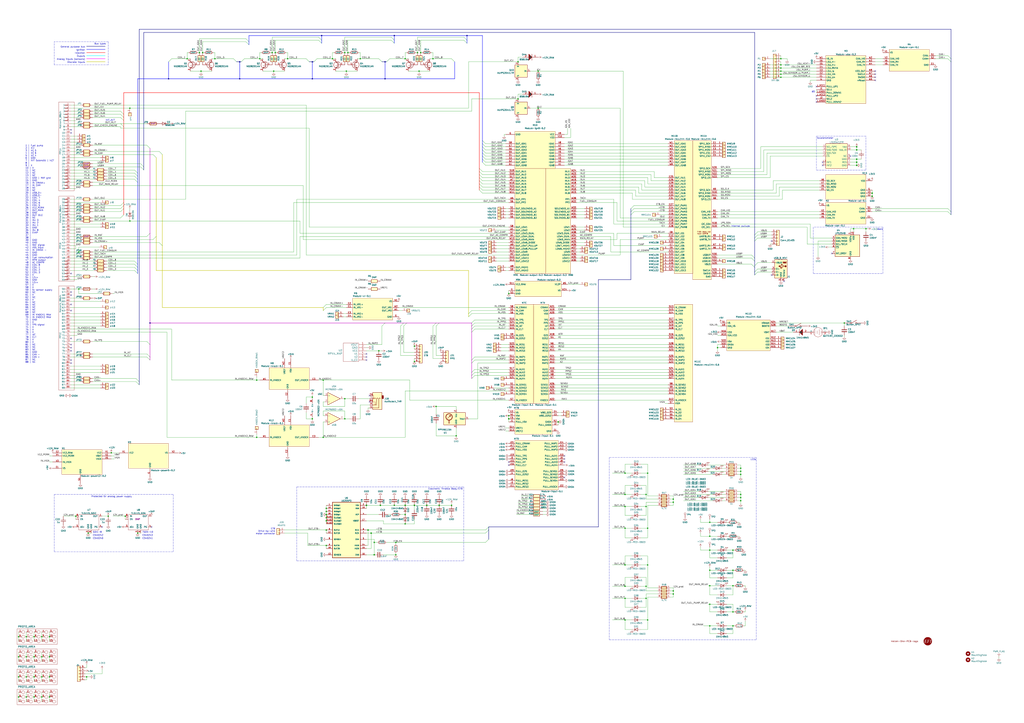
<source format=kicad_sch>
(kicad_sch (version 20211123) (generator eeschema)
  (paper "A1")
  (title_block (title "Hellen88bmw") (date "2022-06-21") (rev "B") (company "andreika @ rusEFI.com"))
  (lib_symbols
    (symbol "Amplifier_Operational:MCP6002-xSN" (pin_names (offset 0.127))
      (property "Reference" "U" (at 0 5.08 0))
      (property "Value" "MCP6002-xSN" (at 0 -5.08 0))
      (symbol "MCP6002-xSN_1_1"
        (pin output line (at 7.62 0 180) (length 2.54) (name "~") (number "1"))
        (pin input line (at -7.62 -2.54 0) (length 2.54) (name "-") (number "2"))
        (pin input line (at -7.62 2.54 0) (length 2.54) (name "+") (number "3"))
      )
      (symbol "MCP6002-xSN_2_1"
        (pin input line (at -7.62 2.54 0) (length 2.54) (name "+") (number "5"))
        (pin input line (at -7.62 -2.54 0) (length 2.54) (name "-") (number "6"))
        (pin output line (at 7.62 0 180) (length 2.54) (name "~") (number "7"))
      )
      (symbol "MCP6002-xSN_3_1"
        (pin power_in line (at -2.54 -7.62 90) (length 3.81) (name "V-") (number "4"))
        (pin power_in line (at -2.54 7.62 270) (length 3.81) (name "V+") (number "8"))
      )
    )
    (symbol "Connector:TestPoint" (pin_numbers hide) (pin_names (offset 0.762) hide)
      (property "Reference" "TP" (at 0 6.858 0))
      (property "Value" "TestPoint" (at 0 5.08 0))
      (symbol "TestPoint_1_1"
        (pin passive line (at 0 0 90) (length 2.54) (name "1") (number "1"))
      )
    )
    (symbol "Connector_Generic:Conn_01x01" (pin_names (offset 1.016) hide)
      (property "Reference" "J" (at 0 2.54 0))
      (property "Value" "Conn_01x01" (at 0 -2.54 0))
      (symbol "Conn_01x01_1_1"
        (pin passive line (at -5.08 0 0) (length 3.81) (name "Pin_1") (number "1"))
      )
    )
    (symbol "Connector_Generic:Conn_01x02" (pin_names (offset 1.016) hide)
      (property "Reference" "J" (at 0 2.54 0))
      (property "Value" "Conn_01x02" (at 0 -5.08 0))
      (symbol "Conn_01x02_1_1"
        (pin passive line (at -5.08 0 0) (length 3.81) (name "Pin_1") (number "1"))
        (pin passive line (at -5.08 -2.54 0) (length 3.81) (name "Pin_2") (number "2"))
      )
    )
    (symbol "Connector_Generic:Conn_01x04" (pin_names (offset 1.016) hide)
      (property "Reference" "J" (at 0 5.08 0))
      (property "Value" "Conn_01x04" (at 0 -7.62 0))
      (symbol "Conn_01x04_1_1"
        (pin passive line (at -5.08 2.54 0) (length 3.81) (name "Pin_1") (number "1"))
        (pin passive line (at -5.08 0 0) (length 3.81) (name "Pin_2") (number "2"))
        (pin passive line (at -5.08 -2.54 0) (length 3.81) (name "Pin_3") (number "3"))
        (pin passive line (at -5.08 -5.08 0) (length 3.81) (name "Pin_4") (number "4"))
      )
    )
    (symbol "Connector_Generic:Conn_01x05" (pin_names (offset 1.016) hide)
      (property "Reference" "J" (at 0 7.62 0))
      (property "Value" "Conn_01x05" (at 0 -7.62 0))
      (symbol "Conn_01x05_1_1"
        (pin passive line (at -5.08 5.08 0) (length 3.81) (name "Pin_1") (number "1"))
        (pin passive line (at -5.08 2.54 0) (length 3.81) (name "Pin_2") (number "2"))
        (pin passive line (at -5.08 0 0) (length 3.81) (name "Pin_3") (number "3"))
        (pin passive line (at -5.08 -2.54 0) (length 3.81) (name "Pin_4") (number "4"))
        (pin passive line (at -5.08 -5.08 0) (length 3.81) (name "Pin_5") (number "5"))
      )
    )
    (symbol "Connector_Generic:Conn_01x06" (pin_names (offset 1.016) hide)
      (property "Reference" "J" (at 0 7.62 0))
      (property "Value" "Conn_01x06" (at 0 -10.16 0))
      (symbol "Conn_01x06_1_1"
        (pin passive line (at -5.08 5.08 0) (length 3.81) (name "Pin_1") (number "1"))
        (pin passive line (at -5.08 2.54 0) (length 3.81) (name "Pin_2") (number "2"))
        (pin passive line (at -5.08 0 0) (length 3.81) (name "Pin_3") (number "3"))
        (pin passive line (at -5.08 -2.54 0) (length 3.81) (name "Pin_4") (number "4"))
        (pin passive line (at -5.08 -5.08 0) (length 3.81) (name "Pin_5") (number "5"))
        (pin passive line (at -5.08 -7.62 0) (length 3.81) (name "Pin_6") (number "6"))
      )
    )
    (symbol "Connector_Generic:Conn_01x08" (pin_names (offset 1.016) hide)
      (property "Reference" "J" (at 0 10.16 0))
      (property "Value" "Conn_01x08" (at 0 -12.7 0))
      (symbol "Conn_01x08_1_1"
        (pin passive line (at -5.08 7.62 0) (length 3.81) (name "Pin_1") (number "1"))
        (pin passive line (at -5.08 5.08 0) (length 3.81) (name "Pin_2") (number "2"))
        (pin passive line (at -5.08 2.54 0) (length 3.81) (name "Pin_3") (number "3"))
        (pin passive line (at -5.08 0 0) (length 3.81) (name "Pin_4") (number "4"))
        (pin passive line (at -5.08 -2.54 0) (length 3.81) (name "Pin_5") (number "5"))
        (pin passive line (at -5.08 -5.08 0) (length 3.81) (name "Pin_6") (number "6"))
        (pin passive line (at -5.08 -7.62 0) (length 3.81) (name "Pin_7") (number "7"))
        (pin passive line (at -5.08 -10.16 0) (length 3.81) (name "Pin_8") (number "8"))
      )
    )
    (symbol "Device:C" (pin_numbers hide) (pin_names (offset 0.254))
      (property "Reference" "C" (at 0.635 2.54 0))
      (property "Value" "C" (at 0.635 -2.54 0))
      (symbol "C_1_1"
        (pin passive line (at 0 3.81 270) (length 2.794) (name "~") (number "1"))
        (pin passive line (at 0 -3.81 90) (length 2.794) (name "~") (number "2"))
      )
    )
    (symbol "Device:D" (pin_numbers hide) (pin_names (offset 1.016) hide)
      (property "Reference" "D" (at 0 2.54 0))
      (property "Value" "D" (at 0 -2.54 0))
      (symbol "D_1_1"
        (pin passive line (at -3.81 0 0) (length 2.54) (name "K") (number "1"))
        (pin passive line (at 3.81 0 180) (length 2.54) (name "A") (number "2"))
      )
    )
    (symbol "Device:LED" (pin_numbers hide) (pin_names (offset 1.016) hide)
      (property "Reference" "D" (at 0 2.54 0))
      (property "Value" "LED" (at 0 -2.54 0))
      (symbol "LED_1_1"
        (pin passive line (at -3.81 0 0) (length 2.54) (name "K") (number "1"))
        (pin passive line (at 3.81 0 180) (length 2.54) (name "A") (number "2"))
      )
    )
    (symbol "Device:Q_NIGBT_GCE" (pin_names (offset 0) hide)
      (property "Reference" "Q" (at 5.08 1.27 0))
      (property "Value" "Q_NIGBT_GCE" (at 5.08 -1.27 0))
      (symbol "Q_NIGBT_GCE_1_1"
        (pin input line (at -5.08 0 0) (length 5.334) (name "G") (number "1"))
        (pin passive line (at 2.54 5.08 270) (length 2.54) (name "C") (number "2"))
        (pin passive line (at 2.54 -5.08 90) (length 2.54) (name "E") (number "3"))
      )
    )
    (symbol "Device:R" (pin_numbers hide) (pin_names (offset 0))
      (property "Reference" "R" (at 2.032 0 90))
      (property "Value" "R" (at 0 0 90))
      (symbol "R_1_1"
        (pin passive line (at 0 3.81 270) (length 1.27) (name "~") (number "1"))
        (pin passive line (at 0 -3.81 90) (length 1.27) (name "~") (number "2"))
      )
    )
    (symbol "Device:R_Pack04" (pin_names (offset 0) hide)
      (property "Reference" "RN" (at -7.62 0 90))
      (property "Value" "R_Pack04" (at 5.08 0 90))
      (symbol "R_Pack04_1_1"
        (pin passive line (at -5.08 -5.08 90) (length 2.54) (name "R1.1") (number "1"))
        (pin passive line (at -2.54 -5.08 90) (length 2.54) (name "R2.1") (number "2"))
        (pin passive line (at 0 -5.08 90) (length 2.54) (name "R3.1") (number "3"))
        (pin passive line (at 2.54 -5.08 90) (length 2.54) (name "R4.1") (number "4"))
        (pin passive line (at 2.54 5.08 270) (length 2.54) (name "R4.2") (number "5"))
        (pin passive line (at 0 5.08 270) (length 2.54) (name "R3.2") (number "6"))
        (pin passive line (at -2.54 5.08 270) (length 2.54) (name "R2.2") (number "7"))
        (pin passive line (at -5.08 5.08 270) (length 2.54) (name "R1.2") (number "8"))
      )
    )
    (symbol "Diode:1N4148WS" (pin_numbers hide) (pin_names (offset 1.016) hide)
      (property "Reference" "D" (at 0 2.54 0))
      (property "Value" "1N4148WS" (at 0 -2.54 0))
      (symbol "1N4148WS_1_1"
        (pin passive line (at -3.81 0 0) (length 2.54) (name "K") (number "1"))
        (pin passive line (at 3.81 0 180) (length 2.54) (name "A") (number "2"))
      )
    )
    (symbol "MPX-4_MAP:MPX4_MAP" (pin_names (offset 0.762))
      (property "Reference" "U" (at 0 10.16 0))
      (property "Value" "MPX4_MAP" (at 8.89 0 90))
      (symbol "MPX4_MAP_1_1"
        (pin passive line (at -8.89 6.35 0) (length 6.35) (name "VOUT") (number "1"))
        (pin passive line (at -8.89 3.81 0) (length 6.35) (name "GND") (number "2"))
        (pin passive line (at -8.89 1.27 0) (length 6.35) (name "VCC") (number "3"))
        (pin passive line (at -8.89 -1.27 0) (length 6.35) (name "V1") (number "4"))
        (pin passive line (at -8.89 -3.81 0) (length 6.35) (name "V2") (number "5"))
        (pin passive line (at -8.89 -6.35 0) (length 6.35) (name "V_EX") (number "6"))
      )
    )
    (symbol "Mechanical:MountingHole" (pin_names (offset 1.016))
      (property "Reference" "H" (at 0 5.08 0))
      (property "Value" "MountingHole" (at 0 3.175 0))
    )
    (symbol "Power_Management:AUIPS2041L"
      (property "Reference" "U" (at 3.81 1.27 0))
      (property "Value" "AUIPS2041L" (at 3.81 -1.27 0))
      (symbol "AUIPS2041L_1_1"
        (pin input line (at -10.16 0 0) (length 2.54) (name "IN") (number "1"))
        (pin passive line (at 0 7.62 270) (length 2.54) (name "D") (number "2"))
        (pin power_in line (at 0 -7.62 90) (length 2.54) (name "S") (number "3"))
      )
    )
    (symbol "Sensor_Pressure:LPS25HB"
      (property "Reference" "U" (at -10.16 8.89 0))
      (property "Value" "LPS25HB" (at 10.16 8.89 0))
      (symbol "LPS25HB_1_1"
        (pin power_in line (at -2.54 10.16 270) (length 2.54) (name "VDDio") (number "1"))
        (pin power_in line (at -5.08 10.16 270) (length 2.54) (name "VDD") (number "10"))
        (pin input line (at 12.7 0 180) (length 2.54) (name "SCL/SCLK") (number "2"))
        (pin passive line (at -2.54 -12.7 90) (length 2.54) hide (name "GND") (number "3"))
        (pin bidirectional line (at 12.7 5.08 180) (length 2.54) (name "SDA/MOSI") (number "4"))
        (pin bidirectional line (at 12.7 2.54 180) (length 2.54) (name "SA0/MISO") (number "5"))
        (pin input line (at 12.7 -2.54 180) (length 2.54) (name "~{CS}") (number "6"))
        (pin output line (at 12.7 -7.62 180) (length 2.54) (name "INT_DRDY") (number "7"))
        (pin power_in line (at -2.54 -12.7 90) (length 2.54) (name "GND") (number "8"))
        (pin passive line (at -2.54 -12.7 90) (length 2.54) hide (name "GND") (number "9"))
      )
    )
    (symbol "Sensor_Pressure:MPXA6115A"
      (property "Reference" "U" (at -10.16 6.35 0))
      (property "Value" "MPXA6115A" (at 1.27 6.35 0))
      (symbol "MPXA6115A_1_1"
        (pin no_connect line (at 5.08 -5.08 90) (length 2.54) hide (name "NC") (number "1"))
        (pin power_in line (at 0 7.62 270) (length 2.54) (name "Vcc") (number "2"))
        (pin power_in line (at 0 -7.62 90) (length 2.54) (name "GND") (number "3"))
        (pin output line (at 10.16 0 180) (length 2.54) (name "Vout") (number "4"))
        (pin no_connect line (at -7.62 -5.08 90) (length 2.54) hide (name "NC") (number "5"))
        (pin no_connect line (at -5.08 -5.08 90) (length 2.54) hide (name "NC") (number "6"))
        (pin no_connect line (at -2.54 -5.08 90) (length 2.54) hide (name "NC") (number "7"))
        (pin no_connect line (at 2.54 -5.08 90) (length 2.54) hide (name "NC") (number "8"))
      )
    )
    (symbol "art-electro-power:BATTERY_CR2032" (pin_names (offset 0))
      (property "Reference" "BT" (at 0 5.08 0))
      (property "Value" "BATTERY_CR2032" (at 0 -4.826 0))
      (symbol "BATTERY_CR2032_1_1"
        (pin passive line (at -7.62 0 0) (length 3.81) (name "+") (number "1"))
        (pin passive line (at 7.62 0 180) (length 3.81) (name "-") (number "2"))
      )
    )
    (symbol "hellen-one-can-0.1:Module-can-0.1"
      (property "Reference" "M" (at 0 0 0))
      (property "Value" "Module-can-0.1" (at 0 0 0))
      (symbol "Module-can-0.1_1_0"
        (pin passive line (at 38.1 -12.7 180) (length 5.08) (name "GND") (number "E1"))
        (pin passive line (at 38.1 -5.08 180) (length 5.08) (name "CANL") (number "S1"))
        (pin passive line (at 38.1 -7.62 180) (length 5.08) (name "CANH") (number "S2"))
        (pin passive line (at -5.08 -2.54 0) (length 5.08) (name "V5") (number "V1"))
        (pin passive line (at -5.08 -7.62 0) (length 5.08) (name "CAN_VIO") (number "V2"))
        (pin passive line (at -5.08 -12.7 0) (length 5.08) (name "CAN_TX") (number "V5"))
        (pin passive line (at -5.08 -10.16 0) (length 5.08) (name "CAN_RX") (number "V6"))
      )
    )
    (symbol "hellen-one-common:+12V_RAW" (power) (pin_names (offset 0))
      (property "Value" "+12V_RAW" (at 0 3.556 0))
      (symbol "+12V_RAW_1_1"
        (pin power_in line (at 0 0 90) (length 0) hide (name "+12V_RAW") (number "1"))
      )
    )
    (symbol "hellen-one-common:1N4148WS"
      (property "Reference" "D" (at 0 2.54 0))
      (property "Value" "1N4148WS" (at 0 -3.81 0))
      (symbol "1N4148WS_1_0"
        (pin passive line (at 7.62 0 180) (length 5.08) (name "K") (number "1"))
        (pin passive line (at -5.08 0 0) (length 5.08) (name "A") (number "2"))
      )
    )
    (symbol "hellen-one-common:AudioJack_THR"
      (property "Reference" "J" (at 0 8.89 0))
      (property "Value" "AudioJack_THR" (at 0 6.35 0))
      (property "LCSC" "C165947" (at 0 0 0))
      (symbol "AudioJack_THR_1_1"
        (pin passive line (at 5.08 0 180) (length 2.54) (name "~") (number "R"))
        (pin passive line (at 5.08 -2.54 180) (length 2.54) (name "~") (number "RN"))
        (pin passive line (at 5.08 2.54 180) (length 2.54) (name "~") (number "S"))
        (pin passive line (at 5.08 -5.08 180) (length 2.54) (name "~") (number "T"))
        (pin passive line (at 5.08 -7.62 180) (length 2.54) (name "~") (number "TN"))
      )
    )
    (symbol "hellen-one-common:Button_SPST" (pin_numbers hide)
      (property "Reference" "S" (at -5.08 2.54 0))
      (property "Value" "Button_SPST" (at 0 0 0))
      (symbol "Button_SPST_1_0"
        (pin passive line (at -5.08 -2.54 0) (length 5.08) (name "") (number "1"))
        (pin passive line (at 10.16 -2.54 180) (length 5.08) (name "") (number "2"))
      )
    )
    (symbol "hellen-one-common:Cap" (pin_numbers hide)
      (property "Reference" "C" (at -3.81 2.54 0))
      (property "Value" "Cap" (at -2.54 -1.27 0))
      (symbol "Cap_1_0"
        (pin passive line (at -3.81 0 0) (length 2.54) (name "") (number "1"))
        (pin passive line (at 3.81 0 180) (length 2.54) (name "") (number "2"))
      )
    )
    (symbol "hellen-one-common:Fuse-Pad-Pad" (pin_numbers hide) (pin_names (offset 0.762) hide)
      (property "Reference" "F" (at 0 2.54 0))
      (symbol "Fuse-Pad-Pad_0_1"
        (pin passive line (at -5.08 0 0) (length 2.54) (name "1") (number "1"))
        (pin passive line (at 5.08 0 180) (length 2.54) (name "2") (number "2"))
      )
    )
    (symbol "hellen-one-common:Jumper-Pad-Pad" (pin_numbers hide) (pin_names (offset 0.762) hide)
      (property "Reference" "R" (at 0 2.54 0))
      (symbol "Jumper-Pad-Pad_0_1"
        (pin passive line (at -5.08 0 0) (length 2.54) (name "1") (number "1"))
        (pin passive line (at 5.08 0 180) (length 2.54) (name "2") (number "2"))
      )
    )
    (symbol "hellen-one-common:L6205PD" (pin_names (offset 1.016))
      (property "Reference" "U" (at -10.1854 24.0538 0))
      (property "Value" "L6205PD" (at -10.1854 -25.6794 0))
      (symbol "L6205PD_0_0"
        (pin power_in line (at 17.78 20.32 180) (length 5.08) (name "GND@1") (number "1"))
        (pin power_in line (at 17.78 17.78 180) (length 5.08) (name "GND@2") (number "10"))
        (pin power_in line (at 17.78 15.24 180) (length 5.08) (name "GND@3") (number "11"))
        (pin output line (at 17.78 -2.54 180) (length 5.08) (name "OUT1B") (number "12"))
        (pin power_in line (at 17.78 -20.32 180) (length 5.08) (name "SENSEB") (number "13"))
        (pin input line (at -15.24 -12.7 0) (length 5.08) (name "IN1B") (number "14"))
        (pin input line (at -15.24 -15.24 0) (length 5.08) (name "IN2B") (number "15"))
        (pin bidirectional line (at -15.24 -20.32 0) (length 5.08) (name "ENB") (number "16"))
        (pin passive line (at -15.24 7.62 0) (length 5.08) (name "VBOOT") (number "17"))
        (pin output line (at 17.78 -15.24 180) (length 5.08) (name "OUT2B") (number "18"))
        (pin power_in line (at -15.24 17.78 0) (length 5.08) (name "VSB") (number "19"))
        (pin power_in line (at -15.24 20.32 0) (length 5.08) (name "VSA") (number "2"))
        (pin power_in line (at 17.78 12.7 180) (length 5.08) (name "GND@4") (number "20"))
        (pin output line (at 17.78 -12.7 180) (length 5.08) (name "OUT2A") (number "3"))
        (pin passive line (at -15.24 12.7 0) (length 5.08) (name "VCP") (number "4"))
        (pin bidirectional line (at -15.24 -7.62 0) (length 5.08) (name "ENA") (number "5"))
        (pin input line (at -15.24 0 0) (length 5.08) (name "IN1A") (number "6"))
        (pin input line (at -15.24 -2.54 0) (length 5.08) (name "IN2A") (number "7"))
        (pin power_in line (at 17.78 -7.62 180) (length 5.08) (name "SENSEA") (number "8"))
        (pin output line (at 17.78 0 180) (length 5.08) (name "OUT1A") (number "9"))
        (pin power_in line (at 17.78 10.16 180) (length 5.08) (name "SLUG@1") (number "SLUG1"))
        (pin power_in line (at 17.78 7.62 180) (length 5.08) (name "SLUG@2") (number "SLUG2"))
        (pin power_in line (at 17.78 5.08 180) (length 5.08) (name "SLUG@3") (number "SLUG3"))
      )
    )
    (symbol "hellen-one-common:LIS2DW12TR"
      (property "Reference" "U" (at -5.08 11.43 0))
      (property "Value" "LIS2DW12TR" (at 3.81 11.43 0))
      (symbol "LIS2DW12TR_1_1"
        (pin input line (at -10.16 7.62 0) (length 2.54) (name "SCL/SPC") (number "1"))
        (pin power_in line (at 12.7 5.08 180) (length 2.54) (name "Vdd_IO") (number "10"))
        (pin output line (at -10.16 -7.62 0) (length 2.54) (name "INT2") (number "11"))
        (pin output line (at -10.16 -5.08 0) (length 2.54) (name "INT1") (number "12"))
        (pin input line (at -10.16 0 0) (length 2.54) (name "~{CS}") (number "2"))
        (pin bidirectional line (at -10.16 5.08 0) (length 2.54) (name "SA0/SDO") (number "3"))
        (pin bidirectional line (at -10.16 2.54 0) (length 2.54) (name "SDA/SDI") (number "4"))
        (pin passive line (at 12.7 0 180) (length 2.54) (name "NC") (number "5"))
        (pin power_in line (at 12.7 -7.62 180) (length 2.54) (name "GND") (number "6"))
        (pin power_in line (at 12.7 -5.08 180) (length 2.54) (name "RES") (number "7"))
        (pin power_in line (at 12.7 -2.54 180) (length 2.54) (name "GND") (number "8"))
        (pin power_in line (at 12.7 7.62 180) (length 2.54) (name "Vdd") (number "9"))
      )
    )
    (symbol "hellen-one-common:LOGO" (pin_names (offset 1.016))
      (symbol "LOGO_0_0"
        (text "" (at 35.56 6.35 0) (effects (font (size 1.27 1.27))))
        (text "Hellen-One-PCB-logo" (at 0 0 0) (effects (font (size 1.27 1.27))))
      )
    )
    (symbol "hellen-one-common:PROTO_AREA" (pin_names (offset 1.016))
      (property "Value" "PROTO_AREA" (at 25.4 3.81 0))
      (symbol "PROTO_AREA_0_0"
        (text "" (at 35.56 6.35 0) (effects (font (size 1.27 1.27))))
      )
      (symbol "PROTO_AREA_1_1"
        (pin passive line (at 1.27 0 0) (length 2.54) (name "") (number "1"))
        (pin passive line (at 26.67 -3.81 0) (length 2.54) (name "") (number "10"))
        (pin passive line (at 1.27 -7.62 0) (length 2.54) (name "") (number "11"))
        (pin passive line (at 7.62 -7.62 0) (length 2.54) (name "") (number "12"))
        (pin passive line (at 13.97 -7.62 0) (length 2.54) (name "") (number "13"))
        (pin passive line (at 20.32 -7.62 0) (length 2.54) (name "") (number "14"))
        (pin passive line (at 26.67 -7.62 0) (length 2.54) (name "") (number "15"))
        (pin passive line (at 7.62 0 0) (length 2.54) (name "") (number "2"))
        (pin passive line (at 13.97 0 0) (length 2.54) (name "") (number "3"))
        (pin passive line (at 20.32 0 0) (length 2.54) (name "") (number "4"))
        (pin passive line (at 26.67 0 0) (length 2.54) (name "") (number "5"))
        (pin passive line (at 1.27 -3.81 0) (length 2.54) (name "") (number "6"))
        (pin passive line (at 7.62 -3.81 0) (length 2.54) (name "") (number "7"))
        (pin passive line (at 13.97 -3.81 0) (length 2.54) (name "") (number "8"))
        (pin passive line (at 20.32 -3.81 0) (length 2.54) (name "") (number "9"))
      )
    )
    (symbol "hellen-one-common:Res" (pin_numbers hide)
      (property "Reference" "R" (at 3.81 2.54 0))
      (property "Value" "Res" (at 5.08 -2.54 0))
      (symbol "Res_1_0"
        (pin passive line (at 0 0 0) (length 2.54) (name "") (number "1"))
        (pin passive line (at 10.16 0 180) (length 2.54) (name "") (number "2"))
      )
    )
    (symbol "hellen-one-common:TLS115" (pin_names (offset 1.016))
      (property "Reference" "U" (at 0.635 8.255 0))
      (property "Value" "TLS115" (at 0.635 5.9436 0))
      (symbol "TLS115_1_1"
        (pin output line (at 11.43 2.54 180) (length 2.54) (name "OUT") (number "1"))
        (pin no_connect line (at 0 0 0) (length 2.54) hide (name "~") (number "2"))
        (pin power_in line (at 0 -11.43 90) (length 2.54) (name "GND") (number "3"))
        (pin open_collector line (at 11.43 -6.35 180) (length 2.54) (name "PG") (number "4"))
        (pin input line (at -10.16 -6.35 0) (length 2.54) (name "ADJ") (number "5"))
        (pin no_connect line (at 0 -2.54 0) (length 2.54) hide (name "~") (number "6"))
        (pin input line (at -10.16 0 0) (length 2.54) (name "EN") (number "7"))
        (pin power_in line (at -10.16 2.54 0) (length 2.54) (name "IN") (number "8"))
        (pin power_in line (at 2.54 -11.43 90) (length 2.54) (name "GND") (number "9"))
      )
    )
    (symbol "hellen-one-common:USB_B_Mini" (pin_names (offset 1.016))
      (property "Reference" "J" (at -5.08 11.43 0))
      (property "Value" "USB_B_Mini" (at -5.08 8.89 0))
      (symbol "USB_B_Mini_1_1"
        (pin power_out line (at 7.62 5.08 180) (length 2.54) (name "VBUS") (number "1"))
        (pin passive line (at 7.62 -2.54 180) (length 2.54) (name "D-") (number "2"))
        (pin passive line (at 7.62 0 180) (length 2.54) (name "D+") (number "3"))
        (pin passive line (at 7.62 -5.08 180) (length 2.54) (name "ID") (number "4"))
        (pin power_out line (at 0 -10.16 90) (length 2.54) (name "GND") (number "5"))
        (pin passive line (at -2.54 -10.16 90) (length 2.54) (name "Shield") (number "6"))
      )
    )
    (symbol "hellen-one-ign8-0.2:Module-ign8-0.2"
      (property "Reference" "M" (at 0 0 0))
      (property "Value" "Module-ign8-0.2" (at 0 0 0))
      (symbol "Module-ign8-0.2_1_0"
        (pin passive line (at 40.64 -2.54 180) (length 7.62) (name "GND") (number "G"))
        (pin passive line (at 40.64 -27.94 180) (length 7.62) (name "OUT_IGN8") (number "S1"))
        (pin passive line (at 40.64 -25.4 180) (length 7.62) (name "OUT_IGN7") (number "S2"))
        (pin passive line (at 40.64 -22.86 180) (length 7.62) (name "OUT_IGN6") (number "S3"))
        (pin passive line (at 40.64 -20.32 180) (length 7.62) (name "OUT_IGN5") (number "S4"))
        (pin passive line (at 40.64 -17.78 180) (length 7.62) (name "OUT_IGN4") (number "S5"))
        (pin passive line (at 40.64 -15.24 180) (length 7.62) (name "OUT_IGN3") (number "S6"))
        (pin passive line (at 40.64 -12.7 180) (length 7.62) (name "OUT_IGN2") (number "S7"))
        (pin passive line (at 40.64 -10.16 180) (length 7.62) (name "OUT_IGN1") (number "S8"))
        (pin passive line (at -7.62 -27.94 0) (length 7.62) (name "IGN8") (number "V1"))
        (pin passive line (at -7.62 -5.08 0) (length 7.62) (name "V33") (number "V10"))
        (pin passive line (at -7.62 -25.4 0) (length 7.62) (name "IGN7") (number "V2"))
        (pin passive line (at -7.62 -22.86 0) (length 7.62) (name "IGN6") (number "V3"))
        (pin passive line (at -7.62 -20.32 0) (length 7.62) (name "IGN5") (number "V4"))
        (pin passive line (at -7.62 -17.78 0) (length 7.62) (name "IGN4") (number "V5"))
        (pin passive line (at -7.62 -15.24 0) (length 7.62) (name "IGN3") (number "V6"))
        (pin passive line (at -7.62 -12.7 0) (length 7.62) (name "IGN2") (number "V7"))
        (pin passive line (at -7.62 -10.16 0) (length 7.62) (name "IGN1") (number "V8"))
        (pin passive line (at -7.62 -2.54 0) (length 7.62) (name "VCC") (number "V9"))
      )
    )
    (symbol "hellen-one-input-0.1:Module-input-0.1"
      (property "Reference" "M" (at 0 0 0))
      (property "Value" "Module-input-0.1" (at 0 0 0))
      (symbol "Module-input-0.1_1_0"
        (pin passive line (at 17.78 -53.34 180) (length 5.08) (name "AUX1") (number "N10"))
        (pin passive line (at 17.78 -38.1 180) (length 5.08) (name "RES3") (number "N11"))
        (pin passive line (at 17.78 -48.26 180) (length 5.08) (name "MAP3") (number "N12"))
        (pin passive line (at 17.78 -45.72 180) (length 5.08) (name "MAP2") (number "N13"))
        (pin passive line (at 17.78 -43.18 180) (length 5.08) (name "MAP1") (number "N14"))
        (pin passive line (at 17.78 -17.78 180) (length 5.08) (name "IAT") (number "N15"))
        (pin passive line (at 17.78 -20.32 180) (length 5.08) (name "CLT") (number "N16"))
        (pin passive line (at 17.78 -12.7 180) (length 5.08) (name "TPS") (number "N17"))
        (pin passive line (at 17.78 -25.4 180) (length 5.08) (name "O2S") (number "N18"))
        (pin passive line (at 17.78 -5.08 180) (length 5.08) (name "CAM") (number "N19"))
        (pin passive line (at 17.78 -7.62 180) (length 5.08) (name "VSS") (number "N20"))
        (pin passive line (at 17.78 -2.54 180) (length 5.08) (name "CRANK") (number "N21"))
        (pin passive line (at 17.78 -78.74 180) (length 5.08) (name "KNOCK") (number "N22"))
        (pin passive line (at 17.78 -73.66 180) (length 5.08) (name "SENS4") (number "N23"))
        (pin passive line (at 17.78 -71.12 180) (length 5.08) (name "SENS3") (number "N24"))
        (pin passive line (at 17.78 -68.58 180) (length 5.08) (name "SENS2") (number "N25"))
        (pin passive line (at 17.78 -66.04 180) (length 5.08) (name "SENS1") (number "N26"))
        (pin passive line (at 17.78 -35.56 180) (length 5.08) (name "RES2") (number "N3"))
        (pin passive line (at 17.78 -27.94 180) (length 5.08) (name "O2S2") (number "N4"))
        (pin passive line (at 17.78 -15.24 180) (length 5.08) (name "PPS") (number "N5"))
        (pin passive line (at 17.78 -33.02 180) (length 5.08) (name "RES1") (number "N6"))
        (pin passive line (at 17.78 -60.96 180) (length 5.08) (name "AUX4") (number "N7"))
        (pin passive line (at 17.78 -58.42 180) (length 5.08) (name "AUX3") (number "N8"))
        (pin passive line (at 17.78 -55.88 180) (length 5.08) (name "AUX2") (number "N9"))
      )
      (symbol "Module-input-0.1_2_0"
        (pin passive line (at 35.56 -17.78 180) (length 5.08) (name "GND") (number "E1"))
        (pin passive line (at -5.08 -2.54 0) (length 5.08) (name "V5") (number "E2"))
        (pin passive line (at 35.56 -5.08 180) (length 5.08) (name "WBO_O2S2") (number "E3"))
        (pin passive line (at 35.56 -2.54 180) (length 5.08) (name "WBO_O2S") (number "E4"))
        (pin passive line (at -5.08 -7.62 0) (length 5.08) (name "V5A") (number "E5"))
        (pin passive line (at -5.08 -10.16 0) (length 5.08) (name "PULL_V5A") (number "J1"))
        (pin passive line (at 35.56 -12.7 180) (length 5.08) (name "PULL_GNDA") (number "J2"))
        (pin passive line (at -5.08 -5.08 0) (length 5.08) (name "V5A") (number "N1"))
        (pin passive line (at 35.56 -10.16 180) (length 5.08) (name "GNDA") (number "N2"))
        (pin passive line (at -5.08 -17.78 0) (length 5.08) (name "VREF2") (number "S13"))
        (pin passive line (at -5.08 -15.24 0) (length 5.08) (name "VREF1") (number "S14"))
      )
      (symbol "Module-input-0.1_3_0"
        (pin passive line (at -5.08 -66.04 0) (length 5.08) (name "IN_SENS1") (number "S1"))
        (pin passive line (at -5.08 -12.7 0) (length 5.08) (name "IN_TPS") (number "S10"))
        (pin passive line (at -5.08 -43.18 0) (length 5.08) (name "IN_MAP1") (number "S11"))
        (pin passive line (at -5.08 -45.72 0) (length 5.08) (name "IN_MAP2") (number "S12"))
        (pin passive line (at -5.08 -20.32 0) (length 5.08) (name "IN_CLT") (number "S15"))
        (pin passive line (at -5.08 -17.78 0) (length 5.08) (name "IN_IAT") (number "S16"))
        (pin passive line (at -5.08 -53.34 0) (length 5.08) (name "IN_AUX1") (number "S17"))
        (pin passive line (at -5.08 -55.88 0) (length 5.08) (name "IN_AUX2") (number "S18"))
        (pin passive line (at -5.08 -48.26 0) (length 5.08) (name "IN_MAP3") (number "S19"))
        (pin passive line (at -5.08 -68.58 0) (length 5.08) (name "IN_SENS2") (number "S2"))
        (pin passive line (at -5.08 -58.42 0) (length 5.08) (name "IN_AUX3") (number "S20"))
        (pin passive line (at -5.08 -60.96 0) (length 5.08) (name "IN_AUX4") (number "S21"))
        (pin passive line (at -5.08 -38.1 0) (length 5.08) (name "IN_RES3") (number "S22"))
        (pin passive line (at -5.08 -33.02 0) (length 5.08) (name "IN_RES1") (number "S23"))
        (pin passive line (at -5.08 -15.24 0) (length 5.08) (name "IN_PPS") (number "S24"))
        (pin passive line (at -5.08 -27.94 0) (length 5.08) (name "IN_O2S2") (number "S25"))
        (pin passive line (at -5.08 -35.56 0) (length 5.08) (name "IN_RES2") (number "S26"))
        (pin passive line (at -5.08 -71.12 0) (length 5.08) (name "IN_SENS3") (number "S3"))
        (pin passive line (at -5.08 -73.66 0) (length 5.08) (name "IN_SENS4") (number "S4"))
        (pin passive line (at -5.08 -5.08 0) (length 5.08) (name "IN_CAM") (number "S5"))
        (pin passive line (at -5.08 -7.62 0) (length 5.08) (name "IN_VSS") (number "S6"))
        (pin passive line (at -5.08 -78.74 0) (length 5.08) (name "IN_KNOCK") (number "S7"))
        (pin passive line (at -5.08 -2.54 0) (length 5.08) (name "IN_CRANK") (number "S8"))
        (pin passive line (at -5.08 -25.4 0) (length 5.08) (name "IN_O2S") (number "S9"))
      )
      (symbol "Module-input-0.1_4_0"
        (pin passive line (at 40.64 -12.7 180) (length 5.08) (name "PULL_AUX1") (number "J10"))
        (pin passive line (at -5.08 -38.1 0) (length 5.08) (name "PULL_RES3") (number "J11"))
        (pin passive line (at 40.64 -7.62 180) (length 5.08) (name "PULL_MAP3") (number "J12"))
        (pin passive line (at 40.64 -5.08 180) (length 5.08) (name "PULL_MAP2") (number "J13"))
        (pin passive line (at 40.64 -2.54 180) (length 5.08) (name "PULL_MAP1") (number "J14"))
        (pin passive line (at -5.08 -17.78 0) (length 5.08) (name "PULL_IAT") (number "J15"))
        (pin passive line (at -5.08 -20.32 0) (length 5.08) (name "PULL_CLT") (number "J16"))
        (pin passive line (at -5.08 -5.08 0) (length 5.08) (name "PULL_CAM") (number "J17"))
        (pin passive line (at -5.08 -7.62 0) (length 5.08) (name "PULL_VSS") (number "J18"))
        (pin passive line (at -5.08 -12.7 0) (length 5.08) (name "PULL_TPS") (number "J19"))
        (pin passive line (at -5.08 -25.4 0) (length 5.08) (name "PULL_O2S") (number "J20"))
        (pin passive line (at -5.08 -2.54 0) (length 5.08) (name "PULL_CRANK") (number "J21"))
        (pin passive line (at 40.64 -38.1 180) (length 5.08) (name "PULL_KNOCK") (number "J22"))
        (pin passive line (at 40.64 -33.02 180) (length 5.08) (name "PULL_SENS4") (number "J23"))
        (pin passive line (at 40.64 -30.48 180) (length 5.08) (name "PULL_SENS3") (number "J24"))
        (pin passive line (at 40.64 -27.94 180) (length 5.08) (name "PULL_SENS2") (number "J25"))
        (pin passive line (at 40.64 -25.4 180) (length 5.08) (name "PULL_SENS1") (number "J26"))
        (pin passive line (at -5.08 -35.56 0) (length 5.08) (name "PULL_RES2") (number "J3"))
        (pin passive line (at -5.08 -27.94 0) (length 5.08) (name "PULL_O2S2") (number "J4"))
        (pin passive line (at -5.08 -15.24 0) (length 5.08) (name "PULL_PPS") (number "J5"))
        (pin passive line (at -5.08 -33.02 0) (length 5.08) (name "PULL_RES1") (number "J6"))
        (pin passive line (at 40.64 -20.32 180) (length 5.08) (name "PULL_AUX4") (number "J7"))
        (pin passive line (at 40.64 -17.78 180) (length 5.08) (name "PULL_AUX3") (number "J8"))
        (pin passive line (at 40.64 -15.24 180) (length 5.08) (name "PULL_AUX2") (number "J9"))
      )
    )
    (symbol "hellen-one-knock-0.1:Module-knock-0.1"
      (property "Reference" "M" (at 0 0 0))
      (property "Value" "Module-knock-0.1" (at 0 0 0))
      (symbol "Module-knock-0.1_1_0"
        (pin passive line (at 17.78 7.62 270) (length 7.62) (name "V5A") (number "E1"))
        (pin passive line (at 15.24 -25.4 90) (length 7.62) (name "GND") (number "E2"))
        (pin passive line (at 40.64 -10.16 180) (length 7.62) (name "OUT_KNOCK") (number "E3"))
        (pin passive line (at -7.62 -10.16 0) (length 7.62) (name "IN_KNOCK") (number "W1"))
        (pin passive line (at 12.7 7.62 270) (length 7.62) (name "VREF") (number "W2"))
      )
    )
    (symbol "hellen-one-mcu-0.6:Module-mcu-0.6"
      (property "Reference" "M" (at 0 0 0))
      (property "Value" "Module-mcu-0.6" (at 0 0 0))
      (symbol "Module-mcu-0.6_1_0"
        (text "F40x does not" (at 3.556 -74.93 0) (effects (font (size 1 1)) (justify left)))
        (text "have UART8" (at 3.556 -76.454 0) (effects (font (size 1 1)) (justify left)))
        (pin passive line (at 20.32 -2.54 180) (length 5.08) (name "SPI1_SCK") (number "E1"))
        (pin passive line (at 20.32 -5.08 180) (length 5.08) (name "SPI1_MISO") (number "E2"))
        (pin passive line (at 20.32 -7.62 180) (length 5.08) (name "SPI1_MOSI") (number "E3"))
        (pin passive line (at 20.32 -10.16 180) (length 5.08) (name "SPI1_CS1") (number "E4"))
        (pin passive line (at 20.32 -12.7 180) (length 5.08) (name "SPI1_CS2") (number "E5"))
        (pin passive line (at 20.32 -58.42 180) (length 5.08) (name "CAN_VIO") (number "N1"))
        (pin passive line (at 20.32 -43.18 180) (length 5.08) (name "SPI3_MISO") (number "N10"))
        (pin passive line (at 20.32 -45.72 180) (length 5.08) (name "SPI3_MOSI") (number "N11"))
        (pin passive line (at 20.32 -68.58 180) (length 5.08) (name "I2C_SDA") (number "N18"))
        (pin passive line (at 20.32 -71.12 180) (length 5.08) (name "I2C_SCL") (number "N19"))
        (pin passive line (at 20.32 -60.96 180) (length 5.08) (name "CAN_RX") (number "N2"))
        (pin passive line (at 20.32 -22.86 180) (length 5.08) (name "SPI2_SCK") (number "N20"))
        (pin passive line (at 20.32 -25.4 180) (length 5.08) (name "SPI2_MISO") (number "N21"))
        (pin passive line (at 20.32 -27.94 180) (length 5.08) (name "SPI2_MOSI") (number "N22"))
        (pin passive line (at 20.32 -30.48 180) (length 5.08) (name "SPI2_CS") (number "N23"))
        (pin passive line (at 20.32 -106.68 180) (length 5.08) (name "SWCLK") (number "N25"))
        (pin passive line (at 20.32 -109.22 180) (length 5.08) (name "SWDIO") (number "N26"))
        (pin passive line (at 20.32 -111.76 180) (length 5.08) (name "SWO") (number "N27"))
        (pin passive line (at 20.32 -101.6 180) (length 5.08) (name "VBUS") (number "N29"))
        (pin passive line (at 20.32 -63.5 180) (length 5.08) (name "CAN_TX") (number "N3"))
        (pin passive line (at 20.32 -93.98 180) (length 5.08) (name "USB1P") (number "N30"))
        (pin passive line (at 20.32 -96.52 180) (length 5.08) (name "USB1M") (number "N31"))
        (pin passive line (at 20.32 -99.06 180) (length 5.08) (name "USB1ID") (number "N32"))
        (pin passive line (at 20.32 -81.28 180) (length 5.08) (name "UART8_TX") (number "N4"))
        (pin passive line (at 20.32 -78.74 180) (length 5.08) (name "UART8_RX") (number "N5"))
        (pin passive line (at 20.32 -88.9 180) (length 5.08) (name "UART2_TX") (number "N6"))
        (pin passive line (at 20.32 -86.36 180) (length 5.08) (name "UART2_RX") (number "N7"))
        (pin passive line (at 20.32 -48.26 180) (length 5.08) (name "SPI3_CS") (number "N8"))
        (pin passive line (at 20.32 -40.64 180) (length 5.08) (name "SPI3_SCK") (number "N9"))
      )
      (symbol "Module-mcu-0.6_2_0"
        (pin passive line (at 20.32 -99.06 180) (length 5.08) (name "OUT_IO10") (number "E10"))
        (pin passive line (at 20.32 -96.52 180) (length 5.08) (name "OUT_IO9") (number "E11"))
        (pin passive line (at 20.32 -78.74 180) (length 5.08) (name "OUT_IO2") (number "E12"))
        (pin passive line (at 20.32 -104.14 180) (length 5.08) (name "OUT_IO12") (number "E13"))
        (pin passive line (at 20.32 -55.88 180) (length 5.08) (name "OUT_PWM2") (number "E14"))
        (pin passive line (at 20.32 -58.42 180) (length 5.08) (name "OUT_PWM3") (number "E15"))
        (pin passive line (at 20.32 -60.96 180) (length 5.08) (name "OUT_PWM4") (number "E16"))
        (pin passive line (at 20.32 -63.5 180) (length 5.08) (name "OUT_PWM5") (number "E17"))
        (pin passive line (at 20.32 -66.04 180) (length 5.08) (name "OUT_PWM6") (number "E18"))
        (pin passive line (at 20.32 -68.58 180) (length 5.08) (name "OUT_PWM7") (number "E19"))
        (pin passive line (at 20.32 -101.6 180) (length 5.08) (name "OUT_IO11") (number "E20"))
        (pin passive line (at 20.32 -91.44 180) (length 5.08) (name "OUT_IO7") (number "E21"))
        (pin passive line (at 20.32 -93.98 180) (length 5.08) (name "OUT_IO8") (number "E22"))
        (pin passive line (at 20.32 -83.82 180) (length 5.08) (name "OUT_IO4") (number "E23"))
        (pin passive line (at 20.32 -106.68 180) (length 5.08) (name "OUT_IO13") (number "E24"))
        (pin passive line (at 20.32 -30.48 180) (length 5.08) (name "OUT_INJ1") (number "E25"))
        (pin passive line (at 20.32 -33.02 180) (length 5.08) (name "OUT_INJ2") (number "E26"))
        (pin passive line (at 20.32 -53.34 180) (length 5.08) (name "OUT_PWM1") (number "E27"))
        (pin passive line (at 20.32 -71.12 180) (length 5.08) (name "OUT_PWM8") (number "E28"))
        (pin passive line (at 20.32 -35.56 180) (length 5.08) (name "OUT_INJ3") (number "E29"))
        (pin passive line (at 20.32 -38.1 180) (length 5.08) (name "OUT_INJ4") (number "E30"))
        (pin passive line (at 20.32 -40.64 180) (length 5.08) (name "OUT_INJ5") (number "E31"))
        (pin passive line (at 20.32 -43.18 180) (length 5.08) (name "OUT_INJ6") (number "E32"))
        (pin passive line (at 20.32 -45.72 180) (length 5.08) (name "OUT_INJ7") (number "E33"))
        (pin passive line (at 20.32 -48.26 180) (length 5.08) (name "OUT_INJ8") (number "E34"))
        (pin passive line (at 20.32 -81.28 180) (length 5.08) (name "OUT_IO3") (number "E6"))
        (pin passive line (at 20.32 -86.36 180) (length 5.08) (name "OUT_IO5") (number "E7"))
        (pin passive line (at 20.32 -76.2 180) (length 5.08) (name "OUT_IO1") (number "E8"))
        (pin passive line (at 20.32 -88.9 180) (length 5.08) (name "OUT_IO6") (number "E9"))
        (pin passive line (at 20.32 -2.54 180) (length 5.08) (name "OUT_IGN1") (number "W1"))
        (pin passive line (at 20.32 -5.08 180) (length 5.08) (name "OUT_IGN2") (number "W2"))
        (pin passive line (at 20.32 -7.62 180) (length 5.08) (name "OUT_IGN3") (number "W3"))
        (pin passive line (at 20.32 -10.16 180) (length 5.08) (name "OUT_IGN4") (number "W4"))
        (pin passive line (at 20.32 -12.7 180) (length 5.08) (name "OUT_IGN5") (number "W5"))
        (pin passive line (at 20.32 -15.24 180) (length 5.08) (name "OUT_IGN6") (number "W6"))
        (pin passive line (at 20.32 -17.78 180) (length 5.08) (name "OUT_IGN7") (number "W7"))
        (pin passive line (at 20.32 -20.32 180) (length 5.08) (name "OUT_IGN8") (number "W8"))
      )
      (symbol "Module-mcu-0.6_3_0"
        (pin passive line (at -5.08 -71.12 0) (length 5.08) (name "IN_SENS3") (number "S10"))
        (pin passive line (at -5.08 -73.66 0) (length 5.08) (name "IN_SENS4") (number "S11"))
        (pin passive line (at -5.08 -78.74 0) (length 5.08) (name "IN_KNOCK") (number "S12"))
        (pin passive line (at -5.08 -2.54 0) (length 5.08) (name "IN_CRANK") (number "S13"))
        (pin passive line (at -5.08 -7.62 0) (length 5.08) (name "IN_VSS") (number "S14"))
        (pin passive line (at -5.08 -5.08 0) (length 5.08) (name "IN_CAM") (number "S15"))
        (pin passive line (at -5.08 -25.4 0) (length 5.08) (name "IN_O2S") (number "S16"))
        (pin passive line (at -5.08 -12.7 0) (length 5.08) (name "IN_TPS") (number "S17"))
        (pin passive line (at -5.08 -20.32 0) (length 5.08) (name "IN_CLT") (number "S18"))
        (pin passive line (at -5.08 -17.78 0) (length 5.08) (name "IN_IAT") (number "S19"))
        (pin passive line (at -5.08 -43.18 0) (length 5.08) (name "IN_MAP1") (number "S20"))
        (pin passive line (at -5.08 -45.72 0) (length 5.08) (name "IN_MAP2") (number "S21"))
        (pin passive line (at -5.08 -48.26 0) (length 5.08) (name "IN_MAP3") (number "S22"))
        (pin passive line (at -5.08 -38.1 0) (length 5.08) (name "IN_RES3") (number "S23"))
        (pin passive line (at -5.08 -53.34 0) (length 5.08) (name "IN_AUX1") (number "S24"))
        (pin passive line (at -5.08 -55.88 0) (length 5.08) (name "IN_AUX2") (number "S25"))
        (pin passive line (at -5.08 -58.42 0) (length 5.08) (name "IN_AUX3") (number "S26"))
        (pin passive line (at -5.08 -60.96 0) (length 5.08) (name "IN_AUX4") (number "S27"))
        (pin passive line (at -5.08 -33.02 0) (length 5.08) (name "IN_RES1") (number "S28"))
        (pin passive line (at -5.08 -15.24 0) (length 5.08) (name "IN_PPS") (number "S29"))
        (pin passive line (at -5.08 -86.36 0) (length 5.08) (name "IN_D1") (number "S3"))
        (pin passive line (at -5.08 -27.94 0) (length 5.08) (name "IN_O2S2") (number "S30"))
        (pin passive line (at -5.08 -35.56 0) (length 5.08) (name "IN_RES2") (number "S31"))
        (pin passive line (at -5.08 -88.9 0) (length 5.08) (name "IN_D2") (number "S4"))
        (pin passive line (at -5.08 -91.44 0) (length 5.08) (name "IN_D3") (number "S5"))
        (pin passive line (at -5.08 -93.98 0) (length 5.08) (name "IN_D4") (number "S6"))
        (pin passive line (at -5.08 -81.28 0) (length 5.08) (name "VIGN") (number "S7"))
        (pin passive line (at -5.08 -66.04 0) (length 5.08) (name "IN_SENS1") (number "S8"))
        (pin passive line (at -5.08 -68.58 0) (length 5.08) (name "IN_SENS2") (number "S9"))
      )
      (symbol "Module-mcu-0.6_4_0"
        (pin passive line (at 40.64 -15.24 180) (length 5.08) (name "IO1") (number "N12"))
        (pin passive line (at 40.64 -17.78 180) (length 5.08) (name "IO2") (number "N13"))
        (pin passive line (at 40.64 -20.32 180) (length 5.08) (name "IO3") (number "N14"))
        (pin passive line (at 40.64 -22.86 180) (length 5.08) (name "IO4") (number "N15"))
        (pin passive line (at -5.08 -10.16 0) (length 5.08) (name "V33") (number "N16"))
        (pin passive line (at 40.64 -10.16 180) (length 5.08) (name "VBAT") (number "N17"))
        (pin passive line (at 40.64 -2.54 180) (length 5.08) (name "nReset") (number "N24"))
        (pin passive line (at 40.64 -5.08 180) (length 5.08) (name "BOOT0") (number "N28"))
        (pin passive line (at -5.08 -2.54 0) (length 5.08) (name "V5") (number "S1"))
        (pin passive line (at -5.08 -22.86 0) (length 5.08) (name "GND") (number "S2"))
        (pin passive line (at -5.08 -20.32 0) (length 5.08) (name "GNDA") (number "S32"))
        (pin passive line (at -5.08 -17.78 0) (length 5.08) (name "V5A") (number "S33"))
        (pin passive line (at -5.08 -12.7 0) (length 5.08) (name "IGN_V33") (number "W10"))
        (pin passive line (at -5.08 -5.08 0) (length 5.08) (name "IGN_V5") (number "W9"))
      )
    )
    (symbol "hellen-one-output-0.3:Module-output-0.3"
      (property "Reference" "M" (at 0 0 0))
      (property "Value" "Module-output-0.3" (at 0 0 0))
      (symbol "Module-output-0.3_1_0"
        (pin passive line (at -5.08 -7.62 0) (length 5.08) (name "GND") (number "G"))
        (pin passive line (at -5.08 -2.54 0) (length 5.08) (name "V12_RAW") (number "S11"))
        (pin passive line (at -5.08 -10.16 0) (length 5.08) (name "GND") (number "S3"))
        (pin passive line (at 43.18 -7.62 180) (length 5.08) (name "V5") (number "W14"))
        (pin passive line (at 43.18 -2.54 180) (length 5.08) (name "V12P") (number "W5"))
      )
      (symbol "Module-output-0.3_2_0"
        (pin passive line (at -5.08 -20.32 0) (length 5.08) (name "INJ8") (number "W15"))
        (pin passive line (at -5.08 -17.78 0) (length 5.08) (name "INJ7") (number "W16"))
        (pin passive line (at -5.08 -15.24 0) (length 5.08) (name "INJ6") (number "W17"))
        (pin passive line (at -5.08 -12.7 0) (length 5.08) (name "INJ5") (number "W18"))
        (pin passive line (at -5.08 -10.16 0) (length 5.08) (name "INJ4") (number "W19"))
        (pin passive line (at -5.08 -7.62 0) (length 5.08) (name "INJ3") (number "W20"))
        (pin passive line (at -5.08 -48.26 0) (length 5.08) (name "LOW1") (number "W21"))
        (pin passive line (at -5.08 -27.94 0) (length 5.08) (name "PP2") (number "W22"))
        (pin passive line (at -5.08 -5.08 0) (length 5.08) (name "INJ2") (number "W23"))
        (pin passive line (at -5.08 -2.54 0) (length 5.08) (name "INJ1") (number "W24"))
        (pin passive line (at -5.08 -60.96 0) (length 5.08) (name "LOW6_DIODE") (number "W25"))
        (pin passive line (at -5.08 -71.12 0) (length 5.08) (name "LOW10") (number "W26"))
        (pin passive line (at -5.08 -68.58 0) (length 5.08) (name "LOW9") (number "W27"))
        (pin passive line (at -5.08 -25.4 0) (length 5.08) (name "PP1") (number "W28"))
        (pin passive line (at -5.08 -50.8 0) (length 5.08) (name "LOW2") (number "W29"))
        (pin passive line (at -5.08 -40.64 0) (length 5.08) (name "SOLENOID_B2") (number "W30"))
        (pin passive line (at -5.08 -38.1 0) (length 5.08) (name "SOLENOID_B1") (number "W31"))
        (pin passive line (at -5.08 -35.56 0) (length 5.08) (name "SOLENOID_A2") (number "W32"))
        (pin passive line (at -5.08 -33.02 0) (length 5.08) (name "SOLENOID_A1") (number "W33"))
        (pin passive line (at -5.08 -55.88 0) (length 5.08) (name "LOW4_DUAL") (number "W34"))
        (pin passive line (at -5.08 -73.66 0) (length 5.08) (name "LOW11") (number "W35"))
        (pin passive line (at -5.08 -76.2 0) (length 5.08) (name "LOW12") (number "W36"))
        (pin passive line (at -5.08 -66.04 0) (length 5.08) (name "LOW8_HIGH2") (number "W37"))
        (pin passive line (at -5.08 -53.34 0) (length 5.08) (name "LOW3_DUAL") (number "W38"))
        (pin passive line (at -5.08 -63.5 0) (length 5.08) (name "LOW7_HIGH1") (number "W39"))
        (pin passive line (at -5.08 -58.42 0) (length 5.08) (name "LOW5_MAIN") (number "W40"))
      )
      (symbol "Module-output-0.3_3_0"
        (pin passive line (at 30.48 -33.02 180) (length 5.08) (name "OUT_SOLENOID_A1") (number "S1"))
        (pin passive line (at 30.48 -73.66 180) (length 5.08) (name "OUT_LOW11") (number "S10"))
        (pin passive line (at 30.48 -66.04 180) (length 5.08) (name "OUT_LOW8_PULLUP") (number "S12"))
        (pin passive line (at 30.48 -76.2 180) (length 5.08) (name "OUT_LOW12") (number "S13"))
        (pin passive line (at 30.48 -68.58 180) (length 5.08) (name "OUT_LOW9") (number "S14"))
        (pin passive line (at 30.48 -15.24 180) (length 5.08) (name "OUT_INJ6") (number "S15"))
        (pin passive line (at 30.48 -5.08 180) (length 5.08) (name "OUT_INJ2") (number "S16"))
        (pin passive line (at 30.48 -7.62 180) (length 5.08) (name "OUT_INJ3") (number "S17"))
        (pin passive line (at 30.48 -2.54 180) (length 5.08) (name "OUT_INJ1") (number "S18"))
        (pin passive line (at 30.48 -35.56 180) (length 5.08) (name "OUT_SOLENOID_A2") (number "S2"))
        (pin passive line (at 30.48 -38.1 180) (length 5.08) (name "OUT_SOLENOID_B1") (number "S4"))
        (pin passive line (at 30.48 -40.64 180) (length 5.08) (name "OUT_SOLENOID_B2") (number "S5"))
        (pin passive line (at 30.48 -27.94 180) (length 5.08) (name "OUT_PP2") (number "S6"))
        (pin passive line (at 30.48 -53.34 180) (length 5.08) (name "OUT_LOW3_DUAL") (number "S7"))
        (pin passive line (at 30.48 -48.26 180) (length 5.08) (name "OUT_LOW1") (number "S8"))
        (pin passive line (at 30.48 -83.82 180) (length 5.08) (name "OUT_HIGH2") (number "S9"))
        (pin passive line (at 30.48 -50.8 180) (length 5.08) (name "OUT_LOW2") (number "W1"))
        (pin passive line (at 30.48 -12.7 180) (length 5.08) (name "OUT_INJ5") (number "W10"))
        (pin passive line (at 30.48 -20.32 180) (length 5.08) (name "OUT_INJ8") (number "W11"))
        (pin passive line (at 30.48 -17.78 180) (length 5.08) (name "OUT_INJ7") (number "W12"))
        (pin passive line (at 30.48 -58.42 180) (length 5.08) (name "OUT_LOW5_MAIN") (number "W13"))
        (pin passive line (at 30.48 -71.12 180) (length 5.08) (name "OUT_LOW10") (number "W2"))
        (pin passive line (at 30.48 -60.96 180) (length 5.08) (name "OUT_LOW6_DIODE") (number "W3"))
        (pin passive line (at 30.48 -55.88 180) (length 5.08) (name "OUT_LOW4_DUAL") (number "W4"))
        (pin passive line (at 30.48 -25.4 180) (length 5.08) (name "OUT_PP1") (number "W6"))
        (pin passive line (at 30.48 -10.16 180) (length 5.08) (name "OUT_INJ4") (number "W7"))
        (pin passive line (at 30.48 -81.28 180) (length 5.08) (name "OUT_HIGH1") (number "W8"))
        (pin passive line (at 30.48 -63.5 180) (length 5.08) (name "OUT_LOW7_PULLUP") (number "W9"))
      )
    )
    (symbol "hellen-one-power12-0.2:Module-power12-0.2"
      (property "Reference" "M" (at 0 0 0))
      (property "Value" "Module-power12-0.2" (at 0 0 0))
      (symbol "Module-power12-0.2_1_0"
        (pin passive line (at -7.62 -15.24 0) (length 7.62) (name "V5") (number "E1"))
        (pin passive line (at -7.62 -2.54 0) (length 7.62) (name "V12_RAW") (number "E2"))
        (pin passive line (at 15.24 -27.94 90) (length 7.62) (name "GND") (number "S1"))
        (pin passive line (at 40.64 -2.54 180) (length 7.62) (name "V12") (number "V1"))
        (pin passive line (at 40.64 -5.08 180) (length 7.62) (name "VBAT") (number "V2"))
        (pin passive line (at -7.62 -10.16 0) (length 7.62) (name "IN_VIGN") (number "V3"))
        (pin passive line (at -7.62 -5.08 0) (length 7.62) (name "V12_PERM") (number "V4"))
        (pin passive line (at 40.64 -7.62 180) (length 7.62) (name "VIGN") (number "V5"))
      )
    )
    (symbol "hellen-one-power5-0.2:Module-power5-0.2"
      (property "Reference" "M" (at 0 0 0))
      (property "Value" "Module-power5-0.2" (at 0 0 0))
      (symbol "Module-power5-0.2_1_0"
        (pin passive line (at 17.78 -27.94 90) (length 7.62) (name "GND") (number "G"))
        (pin passive line (at -7.62 -7.62 0) (length 7.62) (name "V12") (number "V1"))
        (pin passive line (at 40.64 -7.62 180) (length 7.62) (name "V5") (number "V2"))
      )
    )
    (symbol "hellen-one-sd-0.1:Module-sd-0.1"
      (property "Reference" "M" (at 0 0 0))
      (property "Value" "Module-sd-0.1" (at 0 0 0))
      (symbol "Module-sd-0.1_1_0"
        (pin passive line (at 38.1 -12.7 180) (length 5.08) (name "GND") (number "G"))
        (pin passive line (at 38.1 -5.08 180) (length 5.08) (name "V33") (number "V1"))
        (pin passive line (at 38.1 -17.78 180) (length 5.08) (name "GND") (number "V2"))
        (pin passive line (at 38.1 -15.24 180) (length 5.08) (name "GND") (number "V3"))
        (pin passive line (at -5.08 -12.7 0) (length 5.08) (name "SD_CS") (number "V4"))
        (pin passive line (at -5.08 -10.16 0) (length 5.08) (name "SD_MOSI") (number "V5"))
        (pin passive line (at -5.08 -5.08 0) (length 5.08) (name "SD_SCK") (number "V6"))
        (pin passive line (at -5.08 -7.62 0) (length 5.08) (name "SD_MISO") (number "V7"))
      )
    )
    (symbol "hellen-one-vr-0.1:Module-vr-0.1"
      (property "Reference" "M" (at 0 0 0))
      (property "Value" "Module-vr-0.1" (at 0 0 0))
      (symbol "Module-vr-0.1_1_0"
        (pin passive line (at -5.08 -7.62 0) (length 5.08) (name "IN_VR1-") (number "E1"))
        (pin passive line (at -5.08 -5.08 0) (length 5.08) (name "IN_VR1+") (number "E2"))
        (pin passive line (at -5.08 -12.7 0) (length 5.08) (name "IN_VR2+") (number "E3"))
        (pin passive line (at -5.08 -15.24 0) (length 5.08) (name "IN_VR2-") (number "E4"))
        (pin passive line (at 38.1 -15.24 180) (length 5.08) (name "GND") (number "G"))
        (pin passive line (at 38.1 -2.54 180) (length 5.08) (name "V5") (number "N1"))
        (pin passive line (at 38.1 -10.16 180) (length 5.08) (name "OUT_VR2") (number "W1"))
        (pin passive line (at 38.1 -7.62 180) (length 5.08) (name "OUT_VR1") (number "W2"))
      )
    )
    (symbol "hellen-one-wbo-0.3:Module-wbo-0.3"
      (property "Reference" "M" (at 1.27 1.27 0))
      (property "Value" "Module-wbo-0.3" (at 8.89 -40.64 0))
      (symbol "Module-wbo-0.3_1_0"
        (pin passive line (at 40.64 -17.78 180) (length 7.62) (name "LSU_Un") (number "E1"))
        (pin passive line (at 40.64 -15.24 180) (length 7.62) (name "LSU_Vm") (number "E2"))
        (pin passive line (at 40.64 -12.7 180) (length 7.62) (name "LSU_Ip") (number "E3"))
        (pin passive line (at 40.64 -10.16 180) (length 7.62) (name "LSU_Rtrim") (number "E4"))
        (pin passive line (at 40.64 -7.62 180) (length 7.62) (name "LSU_H+") (number "E5"))
        (pin passive line (at 40.64 -5.08 180) (length 7.62) (name "LSU_H-") (number "E6"))
        (pin passive line (at 40.64 -20.32 180) (length 7.62) (name "GND") (number "G"))
        (pin passive line (at 40.64 -27.94 180) (length 7.62) (name "SEL1") (number "J1"))
        (pin passive line (at 40.64 -35.56 180) (length 7.62) (name "SEL2") (number "J2"))
        (pin passive line (at 40.64 -30.48 180) (length 7.62) (name "PULL_DOWN1") (number "J_GND1"))
        (pin passive line (at 40.64 -38.1 180) (length 7.62) (name "PULL_DOWN2") (number "J_GND2"))
        (pin passive line (at 40.64 -25.4 180) (length 7.62) (name "PULL_UP1") (number "J_VCC1"))
        (pin passive line (at 40.64 -33.02 180) (length 7.62) (name "PULL_UP2") (number "J_VCC2"))
        (pin passive line (at 40.64 -2.54 180) (length 7.62) (name "V5_IN") (number "W1"))
        (pin passive line (at -7.62 -2.54 0) (length 7.62) (name "CAN_VIO") (number "W2"))
        (pin passive line (at -7.62 -5.08 0) (length 7.62) (name "CAN_RX") (number "W3"))
        (pin passive line (at -7.62 -7.62 0) (length 7.62) (name "CAN_TX") (number "W4"))
        (pin passive line (at -7.62 -20.32 0) (length 7.62) (name "nReset") (number "W5"))
        (pin passive line (at -7.62 -17.78 0) (length 7.62) (name "SWDIO") (number "W6"))
        (pin passive line (at -7.62 -15.24 0) (length 7.62) (name "SWCLK") (number "W7"))
        (pin passive line (at -7.62 -12.7 0) (length 7.62) (name "V33_OUT") (number "W8"))
      )
    )
    (symbol "logo:LOGO" (pin_names (offset 1.016)))
    (symbol "motronic_88pin_STS:Motronic_88pin" (pin_names (offset 0.0254))
      (property "Reference" "*ref" (at 38.1 8.89 0))
      (property "Value" "Motronic_88pin" (at 12.065 8.89 0))
      (symbol "Motronic_88pin_1_1"
        (pin passive line (at 0 0 90) (length 5.08) (name "1") (number "1"))
        (pin passive line (at 22.86 0 90) (length 5.08) (name "10") (number "10"))
        (pin passive line (at 25.4 0 90) (length 5.08) (name "11") (number "11"))
        (pin passive line (at 27.94 0 90) (length 5.08) (name "12") (number "12"))
        (pin passive line (at 30.48 0 90) (length 5.08) (name "13") (number "13"))
        (pin passive line (at 33.02 0 90) (length 5.08) (name "14") (number "14"))
        (pin passive line (at 35.56 0 90) (length 5.08) (name "15") (number "15"))
        (pin passive line (at 38.1 0 90) (length 5.08) (name "16") (number "16"))
        (pin passive line (at 40.64 0 90) (length 5.08) (name "17") (number "17"))
        (pin passive line (at 43.18 0 90) (length 5.08) (name "18") (number "18"))
        (pin passive line (at 45.72 0 90) (length 5.08) (name "19") (number "19"))
        (pin passive line (at 2.54 0 90) (length 5.08) (name "2") (number "2"))
        (pin passive line (at 48.26 0 90) (length 5.08) (name "20") (number "20"))
        (pin passive line (at 50.8 0 90) (length 5.08) (name "21") (number "21"))
        (pin passive line (at 53.34 0 90) (length 5.08) (name "22") (number "22"))
        (pin passive line (at 55.88 0 90) (length 5.08) (name "23") (number "23"))
        (pin passive line (at 58.42 0 90) (length 5.08) (name "24") (number "24"))
        (pin passive line (at 60.96 0 90) (length 5.08) (name "25") (number "25"))
        (pin passive line (at 63.5 0 90) (length 5.08) (name "26") (number "26"))
        (pin passive line (at 66.04 0 90) (length 5.08) (name "27") (number "27"))
        (pin passive line (at 68.58 0 90) (length 5.08) (name "28") (number "28"))
        (pin passive line (at 5.08 0 90) (length 5.08) (name "3") (number "3"))
        (pin passive line (at 7.62 0 90) (length 5.08) (name "4") (number "4"))
        (pin passive line (at 10.16 0 90) (length 5.08) (name "5") (number "5"))
        (pin passive line (at 12.7 0 90) (length 5.08) (name "6") (number "6"))
        (pin passive line (at 15.24 0 90) (length 5.08) (name "7") (number "7"))
        (pin passive line (at 17.78 0 90) (length 5.08) (name "8") (number "8"))
        (pin passive line (at 20.32 0 90) (length 5.08) (name "9") (number "9"))
      )
      (symbol "Motronic_88pin_2_1"
        (pin passive line (at 0 0 90) (length 5.08) (name "29") (number "29"))
        (pin passive line (at 2.54 0 90) (length 5.08) (name "30") (number "30"))
        (pin passive line (at 5.08 0 90) (length 5.08) (name "31") (number "31"))
        (pin passive line (at 7.62 0 90) (length 5.08) (name "32") (number "32"))
        (pin passive line (at 10.16 0 90) (length 5.08) (name "33") (number "33"))
        (pin passive line (at 12.7 0 90) (length 5.08) (name "34") (number "34"))
        (pin passive line (at 15.24 0 90) (length 5.08) (name "35") (number "35"))
        (pin passive line (at 17.78 0 90) (length 5.08) (name "36") (number "36"))
        (pin passive line (at 20.32 0 90) (length 5.08) (name "37") (number "37"))
        (pin passive line (at 22.86 0 90) (length 5.08) (name "38") (number "38"))
        (pin passive line (at 25.4 0 90) (length 5.08) (name "39") (number "39"))
        (pin passive line (at 27.94 0 90) (length 5.08) (name "40") (number "40"))
        (pin passive line (at 30.48 0 90) (length 5.08) (name "41") (number "41"))
        (pin passive line (at 33.02 0 90) (length 5.08) (name "42") (number "42"))
        (pin passive line (at 35.56 0 90) (length 5.08) (name "43") (number "43"))
        (pin passive line (at 38.1 0 90) (length 5.08) (name "44") (number "44"))
        (pin passive line (at 40.64 0 90) (length 5.08) (name "45") (number "45"))
        (pin passive line (at 43.18 0 90) (length 5.08) (name "46") (number "46"))
        (pin passive line (at 45.72 0 90) (length 5.08) (name "47") (number "47"))
        (pin passive line (at 48.26 0 90) (length 5.08) (name "48") (number "48"))
        (pin passive line (at 50.8 0 90) (length 5.08) (name "49") (number "49"))
        (pin passive line (at 53.34 0 90) (length 5.08) (name "50") (number "50"))
        (pin passive line (at 55.88 0 90) (length 5.08) (name "51") (number "51"))
        (pin passive line (at 58.42 0 90) (length 5.08) (name "52") (number "52"))
        (pin passive line (at 60.96 0 90) (length 5.08) (name "53") (number "53"))
        (pin passive line (at 63.5 0 90) (length 5.08) (name "54") (number "54"))
        (pin passive line (at 66.04 0 90) (length 5.08) (name "55") (number "55"))
      )
      (symbol "Motronic_88pin_3_1"
        (pin passive line (at 0 0 90) (length 5.08) (name "56") (number "56"))
        (pin passive line (at 2.54 0 90) (length 5.08) (name "57") (number "57"))
        (pin passive line (at 5.08 0 90) (length 5.08) (name "58") (number "58"))
        (pin passive line (at 7.62 0 90) (length 5.08) (name "59") (number "59"))
        (pin passive line (at 10.16 0 90) (length 5.08) (name "60") (number "60"))
        (pin passive line (at 12.7 0 90) (length 5.08) (name "61") (number "61"))
        (pin passive line (at 15.24 0 90) (length 5.08) (name "62") (number "62"))
        (pin passive line (at 17.78 0 90) (length 5.08) (name "63") (number "63"))
        (pin passive line (at 20.32 0 90) (length 5.08) (name "64") (number "64"))
        (pin passive line (at 22.86 0 90) (length 5.08) (name "65") (number "65"))
        (pin passive line (at 25.4 0 90) (length 5.08) (name "66") (number "66"))
        (pin passive line (at 27.94 0 90) (length 5.08) (name "67") (number "67"))
        (pin passive line (at 30.48 0 90) (length 5.08) (name "68") (number "68"))
        (pin passive line (at 33.02 0 90) (length 5.08) (name "69") (number "69"))
        (pin passive line (at 35.56 0 90) (length 5.08) (name "70") (number "70"))
        (pin passive line (at 38.1 0 90) (length 5.08) (name "71") (number "71"))
        (pin passive line (at 40.64 0 90) (length 5.08) (name "72") (number "72"))
        (pin passive line (at 43.18 0 90) (length 5.08) (name "73") (number "73"))
        (pin passive line (at 45.72 0 90) (length 5.08) (name "74") (number "74"))
        (pin passive line (at 48.26 0 90) (length 5.08) (name "75") (number "75"))
        (pin passive line (at 50.8 0 90) (length 5.08) (name "76") (number "76"))
        (pin passive line (at 53.34 0 90) (length 5.08) (name "77") (number "77"))
        (pin passive line (at 55.88 0 90) (length 5.08) (name "78") (number "78"))
        (pin passive line (at 58.42 0 90) (length 5.08) (name "79") (number "79"))
        (pin passive line (at 60.96 0 90) (length 5.08) (name "80") (number "80"))
        (pin passive line (at 63.5 0 90) (length 5.08) (name "81") (number "81"))
        (pin passive line (at 66.04 0 90) (length 5.08) (name "82") (number "82"))
        (pin passive line (at 68.58 0 90) (length 5.08) (name "83") (number "83"))
        (pin passive line (at 71.12 0 90) (length 5.08) (name "84") (number "84"))
        (pin passive line (at 73.66 0 90) (length 5.08) (name "85") (number "85"))
        (pin passive line (at 76.2 0 90) (length 5.08) (name "86") (number "86"))
        (pin passive line (at 78.74 0 90) (length 5.08) (name "87") (number "87"))
        (pin passive line (at 81.28 0 90) (length 5.08) (name "88") (number "88"))
      )
    )
    (symbol "motronic_88pin_STS:Motronic_88pin_1" (pin_names (offset 0.0254))
      (property "Reference" "*ref" (at 38.1 8.89 0))
      (property "Value" "Motronic_88pin" (at 12.065 8.89 0))
      (symbol "Motronic_88pin_1_1_1"
        (pin passive line (at 0 0 90) (length 5.08) (name "1") (number "1"))
        (pin passive line (at 22.86 0 90) (length 5.08) (name "10") (number "10"))
        (pin passive line (at 25.4 0 90) (length 5.08) (name "11") (number "11"))
        (pin passive line (at 27.94 0 90) (length 5.08) (name "12") (number "12"))
        (pin passive line (at 30.48 0 90) (length 5.08) (name "13") (number "13"))
        (pin passive line (at 33.02 0 90) (length 5.08) (name "14") (number "14"))
        (pin passive line (at 35.56 0 90) (length 5.08) (name "15") (number "15"))
        (pin passive line (at 38.1 0 90) (length 5.08) (name "16") (number "16"))
        (pin passive line (at 40.64 0 90) (length 5.08) (name "17") (number "17"))
        (pin passive line (at 43.18 0 90) (length 5.08) (name "18") (number "18"))
        (pin passive line (at 45.72 0 90) (length 5.08) (name "19") (number "19"))
        (pin passive line (at 2.54 0 90) (length 5.08) (name "2") (number "2"))
        (pin passive line (at 48.26 0 90) (length 5.08) (name "20") (number "20"))
        (pin passive line (at 50.8 0 90) (length 5.08) (name "21") (number "21"))
        (pin passive line (at 53.34 0 90) (length 5.08) (name "22") (number "22"))
        (pin passive line (at 55.88 0 90) (length 5.08) (name "23") (number "23"))
        (pin passive line (at 58.42 0 90) (length 5.08) (name "24") (number "24"))
        (pin passive line (at 60.96 0 90) (length 5.08) (name "25") (number "25"))
        (pin passive line (at 63.5 0 90) (length 5.08) (name "26") (number "26"))
        (pin passive line (at 66.04 0 90) (length 5.08) (name "27") (number "27"))
        (pin passive line (at 68.58 0 90) (length 5.08) (name "28") (number "28"))
        (pin passive line (at 5.08 0 90) (length 5.08) (name "3") (number "3"))
        (pin passive line (at 7.62 0 90) (length 5.08) (name "4") (number "4"))
        (pin passive line (at 10.16 0 90) (length 5.08) (name "5") (number "5"))
        (pin passive line (at 12.7 0 90) (length 5.08) (name "6") (number "6"))
        (pin passive line (at 15.24 0 90) (length 5.08) (name "7") (number "7"))
        (pin passive line (at 17.78 0 90) (length 5.08) (name "8") (number "8"))
        (pin passive line (at 20.32 0 90) (length 5.08) (name "9") (number "9"))
      )
      (symbol "Motronic_88pin_1_2_1"
        (pin passive line (at 0 0 90) (length 5.08) (name "29") (number "29"))
        (pin passive line (at 2.54 0 90) (length 5.08) (name "30") (number "30"))
        (pin passive line (at 5.08 0 90) (length 5.08) (name "31") (number "31"))
        (pin passive line (at 7.62 0 90) (length 5.08) (name "32") (number "32"))
        (pin passive line (at 10.16 0 90) (length 5.08) (name "33") (number "33"))
        (pin passive line (at 12.7 0 90) (length 5.08) (name "34") (number "34"))
        (pin passive line (at 15.24 0 90) (length 5.08) (name "35") (number "35"))
        (pin passive line (at 17.78 0 90) (length 5.08) (name "36") (number "36"))
        (pin passive line (at 20.32 0 90) (length 5.08) (name "37") (number "37"))
        (pin passive line (at 22.86 0 90) (length 5.08) (name "38") (number "38"))
        (pin passive line (at 25.4 0 90) (length 5.08) (name "39") (number "39"))
        (pin passive line (at 27.94 0 90) (length 5.08) (name "40") (number "40"))
        (pin passive line (at 30.48 0 90) (length 5.08) (name "41") (number "41"))
        (pin passive line (at 33.02 0 90) (length 5.08) (name "42") (number "42"))
        (pin passive line (at 35.56 0 90) (length 5.08) (name "43") (number "43"))
        (pin passive line (at 38.1 0 90) (length 5.08) (name "44") (number "44"))
        (pin passive line (at 40.64 0 90) (length 5.08) (name "45") (number "45"))
        (pin passive line (at 43.18 0 90) (length 5.08) (name "46") (number "46"))
        (pin passive line (at 45.72 0 90) (length 5.08) (name "47") (number "47"))
        (pin passive line (at 48.26 0 90) (length 5.08) (name "48") (number "48"))
        (pin passive line (at 50.8 0 90) (length 5.08) (name "49") (number "49"))
        (pin passive line (at 53.34 0 90) (length 5.08) (name "50") (number "50"))
        (pin passive line (at 55.88 0 90) (length 5.08) (name "51") (number "51"))
        (pin passive line (at 58.42 0 90) (length 5.08) (name "52") (number "52"))
        (pin passive line (at 60.96 0 90) (length 5.08) (name "53") (number "53"))
        (pin passive line (at 63.5 0 90) (length 5.08) (name "54") (number "54"))
        (pin passive line (at 66.04 0 90) (length 5.08) (name "55") (number "55"))
      )
      (symbol "Motronic_88pin_1_3_1"
        (pin passive line (at 0 0 90) (length 5.08) (name "56") (number "56"))
        (pin passive line (at 2.54 0 90) (length 5.08) (name "57") (number "57"))
        (pin passive line (at 5.08 0 90) (length 5.08) (name "58") (number "58"))
        (pin passive line (at 7.62 0 90) (length 5.08) (name "59") (number "59"))
        (pin passive line (at 10.16 0 90) (length 5.08) (name "60") (number "60"))
        (pin passive line (at 12.7 0 90) (length 5.08) (name "61") (number "61"))
        (pin passive line (at 15.24 0 90) (length 5.08) (name "62") (number "62"))
        (pin passive line (at 17.78 0 90) (length 5.08) (name "63") (number "63"))
        (pin passive line (at 20.32 0 90) (length 5.08) (name "64") (number "64"))
        (pin passive line (at 22.86 0 90) (length 5.08) (name "65") (number "65"))
        (pin passive line (at 25.4 0 90) (length 5.08) (name "66") (number "66"))
        (pin passive line (at 27.94 0 90) (length 5.08) (name "67") (number "67"))
        (pin passive line (at 30.48 0 90) (length 5.08) (name "68") (number "68"))
        (pin passive line (at 33.02 0 90) (length 5.08) (name "69") (number "69"))
        (pin passive line (at 35.56 0 90) (length 5.08) (name "70") (number "70"))
        (pin passive line (at 38.1 0 90) (length 5.08) (name "71") (number "71"))
        (pin passive line (at 40.64 0 90) (length 5.08) (name "72") (number "72"))
        (pin passive line (at 43.18 0 90) (length 5.08) (name "73") (number "73"))
        (pin passive line (at 45.72 0 90) (length 5.08) (name "74") (number "74"))
        (pin passive line (at 48.26 0 90) (length 5.08) (name "75") (number "75"))
        (pin passive line (at 50.8 0 90) (length 5.08) (name "76") (number "76"))
        (pin passive line (at 53.34 0 90) (length 5.08) (name "77") (number "77"))
        (pin passive line (at 55.88 0 90) (length 5.08) (name "78") (number "78"))
        (pin passive line (at 58.42 0 90) (length 5.08) (name "79") (number "79"))
        (pin passive line (at 60.96 0 90) (length 5.08) (name "80") (number "80"))
        (pin passive line (at 63.5 0 90) (length 5.08) (name "81") (number "81"))
        (pin passive line (at 66.04 0 90) (length 5.08) (name "82") (number "82"))
        (pin passive line (at 68.58 0 90) (length 5.08) (name "83") (number "83"))
        (pin passive line (at 71.12 0 90) (length 5.08) (name "84") (number "84"))
        (pin passive line (at 73.66 0 90) (length 5.08) (name "85") (number "85"))
        (pin passive line (at 76.2 0 90) (length 5.08) (name "86") (number "86"))
        (pin passive line (at 78.74 0 90) (length 5.08) (name "87") (number "87"))
        (pin passive line (at 81.28 0 90) (length 5.08) (name "88") (number "88"))
      )
    )
    (symbol "motronic_88pin_STS:Motronic_88pin_2" (pin_names (offset 0.0254))
      (property "Reference" "*ref" (at 38.1 8.89 0))
      (property "Value" "Motronic_88pin" (at 12.065 8.89 0))
      (symbol "Motronic_88pin_2_1_1"
        (pin passive line (at 0 0 90) (length 5.08) (name "1") (number "1"))
        (pin passive line (at 22.86 0 90) (length 5.08) (name "10") (number "10"))
        (pin passive line (at 25.4 0 90) (length 5.08) (name "11") (number "11"))
        (pin passive line (at 27.94 0 90) (length 5.08) (name "12") (number "12"))
        (pin passive line (at 30.48 0 90) (length 5.08) (name "13") (number "13"))
        (pin passive line (at 33.02 0 90) (length 5.08) (name "14") (number "14"))
        (pin passive line (at 35.56 0 90) (length 5.08) (name "15") (number "15"))
        (pin passive line (at 38.1 0 90) (length 5.08) (name "16") (number "16"))
        (pin passive line (at 40.64 0 90) (length 5.08) (name "17") (number "17"))
        (pin passive line (at 43.18 0 90) (length 5.08) (name "18") (number "18"))
        (pin passive line (at 45.72 0 90) (length 5.08) (name "19") (number "19"))
        (pin passive line (at 2.54 0 90) (length 5.08) (name "2") (number "2"))
        (pin passive line (at 48.26 0 90) (length 5.08) (name "20") (number "20"))
        (pin passive line (at 50.8 0 90) (length 5.08) (name "21") (number "21"))
        (pin passive line (at 53.34 0 90) (length 5.08) (name "22") (number "22"))
        (pin passive line (at 55.88 0 90) (length 5.08) (name "23") (number "23"))
        (pin passive line (at 58.42 0 90) (length 5.08) (name "24") (number "24"))
        (pin passive line (at 60.96 0 90) (length 5.08) (name "25") (number "25"))
        (pin passive line (at 63.5 0 90) (length 5.08) (name "26") (number "26"))
        (pin passive line (at 66.04 0 90) (length 5.08) (name "27") (number "27"))
        (pin passive line (at 68.58 0 90) (length 5.08) (name "28") (number "28"))
        (pin passive line (at 5.08 0 90) (length 5.08) (name "3") (number "3"))
        (pin passive line (at 7.62 0 90) (length 5.08) (name "4") (number "4"))
        (pin passive line (at 10.16 0 90) (length 5.08) (name "5") (number "5"))
        (pin passive line (at 12.7 0 90) (length 5.08) (name "6") (number "6"))
        (pin passive line (at 15.24 0 90) (length 5.08) (name "7") (number "7"))
        (pin passive line (at 17.78 0 90) (length 5.08) (name "8") (number "8"))
        (pin passive line (at 20.32 0 90) (length 5.08) (name "9") (number "9"))
      )
      (symbol "Motronic_88pin_2_2_1"
        (pin passive line (at 0 0 90) (length 5.08) (name "29") (number "29"))
        (pin passive line (at 2.54 0 90) (length 5.08) (name "30") (number "30"))
        (pin passive line (at 5.08 0 90) (length 5.08) (name "31") (number "31"))
        (pin passive line (at 7.62 0 90) (length 5.08) (name "32") (number "32"))
        (pin passive line (at 10.16 0 90) (length 5.08) (name "33") (number "33"))
        (pin passive line (at 12.7 0 90) (length 5.08) (name "34") (number "34"))
        (pin passive line (at 15.24 0 90) (length 5.08) (name "35") (number "35"))
        (pin passive line (at 17.78 0 90) (length 5.08) (name "36") (number "36"))
        (pin passive line (at 20.32 0 90) (length 5.08) (name "37") (number "37"))
        (pin passive line (at 22.86 0 90) (length 5.08) (name "38") (number "38"))
        (pin passive line (at 25.4 0 90) (length 5.08) (name "39") (number "39"))
        (pin passive line (at 27.94 0 90) (length 5.08) (name "40") (number "40"))
        (pin passive line (at 30.48 0 90) (length 5.08) (name "41") (number "41"))
        (pin passive line (at 33.02 0 90) (length 5.08) (name "42") (number "42"))
        (pin passive line (at 35.56 0 90) (length 5.08) (name "43") (number "43"))
        (pin passive line (at 38.1 0 90) (length 5.08) (name "44") (number "44"))
        (pin passive line (at 40.64 0 90) (length 5.08) (name "45") (number "45"))
        (pin passive line (at 43.18 0 90) (length 5.08) (name "46") (number "46"))
        (pin passive line (at 45.72 0 90) (length 5.08) (name "47") (number "47"))
        (pin passive line (at 48.26 0 90) (length 5.08) (name "48") (number "48"))
        (pin passive line (at 50.8 0 90) (length 5.08) (name "49") (number "49"))
        (pin passive line (at 53.34 0 90) (length 5.08) (name "50") (number "50"))
        (pin passive line (at 55.88 0 90) (length 5.08) (name "51") (number "51"))
        (pin passive line (at 58.42 0 90) (length 5.08) (name "52") (number "52"))
        (pin passive line (at 60.96 0 90) (length 5.08) (name "53") (number "53"))
        (pin passive line (at 63.5 0 90) (length 5.08) (name "54") (number "54"))
        (pin passive line (at 66.04 0 90) (length 5.08) (name "55") (number "55"))
      )
      (symbol "Motronic_88pin_2_3_1"
        (pin passive line (at 0 0 90) (length 5.08) (name "56") (number "56"))
        (pin passive line (at 2.54 0 90) (length 5.08) (name "57") (number "57"))
        (pin passive line (at 5.08 0 90) (length 5.08) (name "58") (number "58"))
        (pin passive line (at 7.62 0 90) (length 5.08) (name "59") (number "59"))
        (pin passive line (at 10.16 0 90) (length 5.08) (name "60") (number "60"))
        (pin passive line (at 12.7 0 90) (length 5.08) (name "61") (number "61"))
        (pin passive line (at 15.24 0 90) (length 5.08) (name "62") (number "62"))
        (pin passive line (at 17.78 0 90) (length 5.08) (name "63") (number "63"))
        (pin passive line (at 20.32 0 90) (length 5.08) (name "64") (number "64"))
        (pin passive line (at 22.86 0 90) (length 5.08) (name "65") (number "65"))
        (pin passive line (at 25.4 0 90) (length 5.08) (name "66") (number "66"))
        (pin passive line (at 27.94 0 90) (length 5.08) (name "67") (number "67"))
        (pin passive line (at 30.48 0 90) (length 5.08) (name "68") (number "68"))
        (pin passive line (at 33.02 0 90) (length 5.08) (name "69") (number "69"))
        (pin passive line (at 35.56 0 90) (length 5.08) (name "70") (number "70"))
        (pin passive line (at 38.1 0 90) (length 5.08) (name "71") (number "71"))
        (pin passive line (at 40.64 0 90) (length 5.08) (name "72") (number "72"))
        (pin passive line (at 43.18 0 90) (length 5.08) (name "73") (number "73"))
        (pin passive line (at 45.72 0 90) (length 5.08) (name "74") (number "74"))
        (pin passive line (at 48.26 0 90) (length 5.08) (name "75") (number "75"))
        (pin passive line (at 50.8 0 90) (length 5.08) (name "76") (number "76"))
        (pin passive line (at 53.34 0 90) (length 5.08) (name "77") (number "77"))
        (pin passive line (at 55.88 0 90) (length 5.08) (name "78") (number "78"))
        (pin passive line (at 58.42 0 90) (length 5.08) (name "79") (number "79"))
        (pin passive line (at 60.96 0 90) (length 5.08) (name "80") (number "80"))
        (pin passive line (at 63.5 0 90) (length 5.08) (name "81") (number "81"))
        (pin passive line (at 66.04 0 90) (length 5.08) (name "82") (number "82"))
        (pin passive line (at 68.58 0 90) (length 5.08) (name "83") (number "83"))
        (pin passive line (at 71.12 0 90) (length 5.08) (name "84") (number "84"))
        (pin passive line (at 73.66 0 90) (length 5.08) (name "85") (number "85"))
        (pin passive line (at 76.2 0 90) (length 5.08) (name "86") (number "86"))
        (pin passive line (at 78.74 0 90) (length 5.08) (name "87") (number "87"))
        (pin passive line (at 81.28 0 90) (length 5.08) (name "88") (number "88"))
      )
    )
    (symbol "power:+12V" (power) (pin_names (offset 0))
      (property "Value" "+12V" (at 0 3.556 0))
      (symbol "+12V_1_1"
        (pin power_in line (at 0 0 90) (length 0) hide (name "+12V") (number "1"))
      )
    )
    (symbol "power:+3V3" (power) (pin_names (offset 0))
      (property "Value" "+3V3" (at 0 3.556 0))
      (symbol "+3V3_1_1"
        (pin power_in line (at 0 0 90) (length 0) hide (name "+3V3") (number "1"))
      )
    )
    (symbol "power:+5V" (power) (pin_names (offset 0))
      (property "Value" "+5V" (at 0 3.556 0))
      (symbol "+5V_1_1"
        (pin power_in line (at 0 0 90) (length 0) hide (name "+5V") (number "1"))
      )
    )
    (symbol "power:+5VA" (power) (pin_names (offset 0))
      (property "Value" "+5VA" (at 0 3.556 0))
      (symbol "+5VA_1_1"
        (pin power_in line (at 0 0 90) (length 0) hide (name "+5VA") (number "1"))
      )
    )
    (symbol "power:+5VP" (power) (pin_names (offset 0))
      (property "Value" "+5VP" (at 0 3.556 0))
      (symbol "+5VP_1_1"
        (pin power_in line (at 0 0 90) (length 0) hide (name "+5VP") (number "1"))
      )
    )
    (symbol "power:GND" (power) (pin_names (offset 0))
      (property "Value" "GND" (at 0 -3.81 0))
      (symbol "GND_1_1"
        (pin power_in line (at 0 0 270) (length 0) hide (name "GND") (number "1"))
      )
    )
    (symbol "power:GNDA" (power) (pin_names (offset 0))
      (property "Value" "GNDA" (at 0 -3.81 0))
      (symbol "GNDA_1_1"
        (pin power_in line (at 0 0 270) (length 0) hide (name "GNDA") (number "1"))
      )
    )
    (symbol "power:PWR_FLAG" (power) (pin_numbers hide) (pin_names (offset 0) hide)
      (property "Value" "PWR_FLAG" (at 0 3.81 0))
      (symbol "PWR_FLAG_0_0"
        (pin power_out line (at 0 0 90) (length 0) (name "pwr") (number "1"))
      )
    )
  )
  (junction (at 383.54 29.21) (diameter 0.9144))
  (junction (at 513.334 416.306) (diameter 0.9144))
  (junction (at 360.68 415.29) (diameter 1.016))
  (junction (at 21.59 556.26))
  (junction (at 226.06 43.18) (diameter 0.9144))
  (junction (at 284.48 58.42) (diameter 0.9144))
  (junction (at 15.24 572.77))
  (junction (at 256.54 64.77) (diameter 0.9144))
  (junction (at 15.24 556.26))
  (junction (at 21.59 523.24))
  (junction (at 513.334 509.524) (diameter 0.9144))
  (junction (at 703.58 133.35) (diameter 1.016))
  (junction (at 316.23 64.77) (diameter 0.9144))
  (junction (at 34.29 539.75))
  (junction (at 370.84 415.29) (diameter 0.9144))
  (junction (at 530.606 406.4) (diameter 0.9144))
  (junction (at 91.44 372.11) (diameter 0.9144))
  (junction (at 236.22 48.26) (diameter 0.9144))
  (junction (at 265.43 312.42) (diameter 0.9144))
  (junction (at 608.33 389.89) (diameter 0.9144))
  (junction (at 601.98 452.12) (diameter 0.9144))
  (junction (at 267.97 420.37))
  (junction (at 40.64 539.75))
  (junction (at 210.82 359.41) (diameter 0.9144))
  (junction (at 344.17 58.42) (diameter 0.9144))
  (junction (at 27.94 539.75))
  (junction (at 340.36 284.48))
  (junction (at 40.64 523.24))
  (junction (at 123.19 265.43) (diameter 0.9144))
  (junction (at 441.96 58.42) (diameter 0.9144))
  (junction (at 267.97 425.45))
  (junction (at 325.12 445.77) (diameter 0.9144))
  (junction (at 513.334 434.086) (diameter 0.9144))
  (junction (at 213.36 48.26) (diameter 0.9144))
  (junction (at 703.58 135.89) (diameter 1.016))
  (junction (at 425.45 50.8) (diameter 0.9144))
  (junction (at 358.14 334.01) (diameter 0.9144))
  (junction (at 295.91 48.26) (diameter 0.9144))
  (junction (at 166.37 43.18) (diameter 0.9144))
  (junction (at 34.29 572.77))
  (junction (at 701.04 187.96) (diameter 0.9144))
  (junction (at 223.52 43.18) (diameter 0.9144))
  (junction (at 332.74 415.29) (diameter 1.016))
  (junction (at 345.44 43.18) (diameter 0.9144))
  (junction (at 256.54 344.17) (diameter 0.9144))
  (junction (at 267.97 448.31))
  (junction (at 601.98 481.33) (diameter 0.9144))
  (junction (at 703.58 120.65) (diameter 1.016))
  (junction (at 224.79 58.42) (diameter 0.9144))
  (junction (at 641.35 53.34) (diameter 0.9144))
  (junction (at 552.958 488.188) (diameter 0.9144))
  (junction (at 552.958 412.75) (diameter 0.9144))
  (junction (at 323.85 29.21) (diameter 0.9144))
  (junction (at 102.87 424.18))
  (junction (at 531.876 464.312) (diameter 0.9144))
  (junction (at 530.606 481.838) (diameter 0.9144))
  (junction (at 513.334 464.312) (diameter 0.9144))
  (junction (at 601.98 502.92) (diameter 0.9144))
  (junction (at 641.35 63.5) (diameter 0.9144))
  (junction (at 582.93 452.12) (diameter 0.9144))
  (junction (at 350.52 415.29) (diameter 1.016))
  (junction (at 340.36 415.29) (diameter 1.016))
  (junction (at 342.9 43.18) (diameter 0.9144))
  (junction (at 417.83 241.3))
  (junction (at 283.21 43.18) (diameter 0.9144))
  (junction (at 417.83 341.63) (diameter 0.9144))
  (junction (at 27.94 523.24))
  (junction (at 582.93 429.26) (diameter 0.9144))
  (junction (at 153.67 48.26) (diameter 0.9144))
  (junction (at 40.64 572.77))
  (junction (at 307.34 455.93) (diameter 1.016))
  (junction (at 312.42 415.29) (diameter 1.016))
  (junction (at 21.59 572.77))
  (junction (at 27.94 556.26))
  (junction (at 311.15 288.29) (diameter 0.9144))
  (junction (at 582.93 468.63) (diameter 0.9144))
  (junction (at 641.35 60.96) (diameter 0.9144))
  (junction (at 608.33 384.81) (diameter 0.9144))
  (junction (at 304.8 438.15) (diameter 1.016))
  (junction (at 641.35 55.88) (diameter 0.9144))
  (junction (at 302.26 435.61) (diameter 1.016))
  (junction (at 316.23 50.8) (diameter 0.9144))
  (junction (at 267.97 422.91) (diameter 1.016))
  (junction (at 196.85 50.8) (diameter 0.9144))
  (junction (at 21.59 539.75))
  (junction (at 106.68 181.61) (diameter 0.9144))
  (junction (at 552.958 410.21) (diameter 0.9144))
  (junction (at 641.35 48.26) (diameter 0.9144))
  (junction (at 608.33 406.4) (diameter 0.9144))
  (junction (at 88.9 424.18))
  (junction (at 582.93 514.35) (diameter 0.9144))
  (junction (at 531.876 388.874) (diameter 0.9144))
  (junction (at 27.94 572.77))
  (junction (at 273.05 48.26) (diameter 0.9144))
  (junction (at 711.2 187.96) (diameter 0.9144))
  (junction (at 285.75 43.18) (diameter 0.9144))
  (junction (at 332.74 422.91) (diameter 0.9144))
  (junction (at 340.36 297.18) (diameter 0.9144))
  (junction (at 608.33 411.48) (diameter 0.9144))
  (junction (at 589.28 285.75) (diameter 0.9144))
  (junction (at 267.97 417.83))
  (junction (at 62.23 424.18))
  (junction (at 196.85 64.77) (diameter 0.9144))
  (junction (at 693.42 265.43))
  (junction (at 265.43 359.41) (diameter 0.9144))
  (junction (at 106.68 88.9))
  (junction (at 71.12 556.26) (diameter 0.9144))
  (junction (at 425.45 81.28) (diameter 0.9144))
  (junction (at 307.34 445.77) (diameter 0.9144))
  (junction (at 641.35 58.42) (diameter 0.9144))
  (junction (at 716.28 161.29) (diameter 1.016))
  (junction (at 513.334 491.744) (diameter 0.9144))
  (junction (at 513.334 406.4) (diameter 0.9144))
  (junction (at 325.12 455.93) (diameter 0.9144))
  (junction (at 210.82 312.42) (diameter 0.9144))
  (junction (at 374.65 358.14) (diameter 0.9144))
  (junction (at 165.1 58.42) (diameter 0.9144))
  (junction (at 332.74 48.26) (diameter 0.9144))
  (junction (at 703.58 123.19) (diameter 1.016))
  (junction (at 582.93 481.33) (diameter 0.9144))
  (junction (at 323.85 415.29) (diameter 0.9144))
  (junction (at 441.96 88.9) (diameter 0.9144))
  (junction (at 552.958 485.648) (diameter 0.9144))
  (junction (at 256.54 326.39) (diameter 0.9144))
  (junction (at 716.28 158.75) (diameter 1.016))
  (junction (at 513.334 388.874) (diameter 0.9144))
  (junction (at 113.03 438.15))
  (junction (at 513.334 481.838) (diameter 0.9144))
  (junction (at 582.93 440.69) (diameter 0.9144))
  (junction (at 64.77 237.49) (diameter 0.9144))
  (junction (at 417.83 344.17) (diameter 1.016))
  (junction (at 40.64 556.26))
  (junction (at 34.29 556.26))
  (junction (at 138.43 64.77) (diameter 0.9144))
  (junction (at 355.6 48.26) (diameter 0.9144))
  (junction (at 15.24 539.75))
  (junction (at 163.83 43.18) (diameter 0.9144))
  (junction (at 531.876 434.086) (diameter 0.9144))
  (junction (at 283.21 327.66) (diameter 0.9144))
  (junction (at 283.21 344.17) (diameter 0.9144))
  (junction (at 34.29 523.24))
  (junction (at 530.606 491.744) (diameter 0.9144))
  (junction (at 608.33 387.35) (diameter 0.9144))
  (junction (at 267.97 435.61))
  (junction (at 332.74 430.53) (diameter 0.9144))
  (junction (at 15.24 523.24))
  (junction (at 267.97 427.99))
  (junction (at 601.98 514.35) (diameter 0.9144))
  (junction (at 256.54 50.8) (diameter 0.9144))
  (junction (at 582.93 496.57) (diameter 0.9144))
  (junction (at 64.77 207.01) (diameter 0.9144))
  (junction (at 530.606 416.306) (diameter 0.9144))
  (junction (at 264.16 29.21) (diameter 0.9144))
  (junction (at 531.876 509.524) (diameter 0.9144))
  (junction (at 176.53 48.26) (diameter 0.9144))
  (junction (at 703.58 130.81) (diameter 1.016))
  (junction (at 601.98 468.63) (diameter 0.9144))
  (junction (at 300.99 415.29) (diameter 1.016))
  (junction (at 458.47 346.71) (diameter 1.016))
  (junction (at 72.39 438.15))
  (junction (at 608.33 408.94) (diameter 0.9144))
  (no_connect (at 675.64 133.35))
  (no_connect (at 463.55 392.43))
  (no_connect (at 417.83 382.27))
  (no_connect (at 670.56 71.12))
  (no_connect (at 698.5 128.27))
  (no_connect (at 58.42 224.79))
  (no_connect (at 58.42 278.13))
  (no_connect (at 58.42 283.21))
  (no_connect (at 58.42 285.75))
  (no_connect (at 58.42 288.29))
  (no_connect (at 58.42 295.91))
  (no_connect (at 58.42 298.45))
  (no_connect (at 633.73 198.12))
  (no_connect (at 718.82 58.42))
  (no_connect (at 718.82 60.96))
  (no_connect (at 718.82 63.5))
  (no_connect (at 718.82 66.04))
  (no_connect (at 417.83 379.73))
  (no_connect (at 303.53 325.12))
  (no_connect (at 303.53 330.2))
  (no_connect (at 463.55 374.65))
  (no_connect (at 463.55 377.19))
  (no_connect (at 463.55 379.73))
  (no_connect (at 58.42 242.57))
  (no_connect (at 58.42 250.19))
  (no_connect (at 670.56 78.74))
  (no_connect (at 124.46 433.07))
  (no_connect (at 58.42 255.27))
  (no_connect (at 633.73 226.06))
  (no_connect (at 670.56 83.82))
  (no_connect (at 670.56 81.28))
  (no_connect (at 300.99 290.83))
  (no_connect (at 683.26 208.28))
  (no_connect (at 675.64 135.89))
  (no_connect (at 643.89 231.14))
  (no_connect (at 58.42 240.03))
  (no_connect (at 58.42 106.68))
  (no_connect (at 58.42 109.22))
  (no_connect (at 300.99 295.91))
  (no_connect (at 83.82 433.07))
  (no_connect (at 300.99 293.37))
  (bus_entry (at 111.76 311.15) (size 2.54 2.54) (stroke (width 0.1524)))
  (bus_entry (at 111.76 313.69) (size 2.54 2.54) (stroke (width 0.1524)))
  (bus_entry (at 389.89 265.43) (size -2.54 2.54) (stroke (width 0.1524)))
  (bus_entry (at 360.68 265.43) (size -2.54 2.54) (stroke (width 0.1524)))
  (bus_entry (at 125.73 196.85) (size 2.54 -2.54) (stroke (width 0.1524)))
  (bus_entry (at 622.3 193.04) (size -2.54 2.54) (stroke (width 0.1524)))
  (bus_entry (at 99.06 173.99) (size 2.54 -2.54) (stroke (width 0.1524)))
  (bus_entry (at 381 30.48) (size 2.54 2.54) (stroke (width 0.1524)))
  (bus_entry (at 120.65 119.38) (size 2.54 2.54) (stroke (width 0.1524)))
  (bus_entry (at 267.97 252.73) (size -2.54 2.54) (stroke (width 0.1524)))
  (bus_entry (at 393.7 138.43) (size 2.54 2.54) (stroke (width 0.1524)))
  (bus_entry (at 393.7 140.97) (size 2.54 2.54) (stroke (width 0.1524)))
  (bus_entry (at 393.7 143.51) (size 2.54 2.54) (stroke (width 0.1524)))
  (bus_entry (at 393.7 146.05) (size 2.54 2.54) (stroke (width 0.1524)))
  (bus_entry (at 393.7 148.59) (size 2.54 2.54) (stroke (width 0.1524)))
  (bus_entry (at 393.7 151.13) (size 2.54 2.54) (stroke (width 0.1524)))
  (bus_entry (at 393.7 153.67) (size 2.54 2.54) (stroke (width 0.1524)))
  (bus_entry (at 393.7 156.21) (size 2.54 2.54) (stroke (width 0.1524)))
  (bus_entry (at 622.3 215.9) (size -2.54 2.54) (stroke (width 0.1524)))
  (bus_entry (at 130.81 124.46) (size 2.54 2.54) (stroke (width 0.1524)))
  (bus_entry (at 387.35 265.43) (size 2.54 -2.54) (stroke (width 0.1524)))
  (bus_entry (at 384.81 257.81) (size 2.54 -2.54) (stroke (width 0.1524)))
  (bus_entry (at 398.78 445.77) (size 2.54 -2.54))
  (bus_entry (at 267.97 250.19) (size -2.54 2.54) (stroke (width 0.1524)))
  (bus_entry (at 387.35 257.81) (size -2.54 2.54) (stroke (width 0.1524)))
  (bus_entry (at 622.3 220.98) (size -2.54 2.54) (stroke (width 0.1524)))
  (bus_entry (at 389.89 308.61) (size -2.54 2.54) (stroke (width 0.1524)))
  (bus_entry (at 99.06 168.91) (size 2.54 -2.54) (stroke (width 0.1524)))
  (bus_entry (at 191.77 48.26) (size 2.54 2.54) (stroke (width 0.1524)))
  (bus_entry (at 251.46 48.26) (size 2.54 2.54) (stroke (width 0.1524)))
  (bus_entry (at 311.15 48.26) (size 2.54 2.54) (stroke (width 0.1524)))
  (bus_entry (at 370.84 48.26) (size 2.54 2.54) (stroke (width 0.1524)))
  (bus_entry (at 778.51 45.72) (size 2.54 2.54) (stroke (width 0.1524)))
  (bus_entry (at 778.51 48.26) (size 2.54 2.54) (stroke (width 0.1524)))
  (bus_entry (at 520.7 171.45) (size -2.54 2.54) (stroke (width 0.1524)))
  (bus_entry (at 115.57 134.62) (size 2.54 2.54) (stroke (width 0.1524)))
  (bus_entry (at 115.57 137.16) (size 2.54 2.54) (stroke (width 0.1524)))
  (bus_entry (at 125.73 127) (size 2.54 2.54) (stroke (width 0.1524)))
  (bus_entry (at 331.47 265.43) (size -2.54 2.54) (stroke (width 0.1524)))
  (bus_entry (at 520.7 173.99) (size -2.54 2.54) (stroke (width 0.1524)))
  (bus_entry (at 140.97 48.26) (size -2.54 2.54) (stroke (width 0.1524)))
  (bus_entry (at 200.66 48.26) (size -2.54 2.54) (stroke (width 0.1524)))
  (bus_entry (at 260.35 48.26) (size -2.54 2.54) (stroke (width 0.1524)))
  (bus_entry (at 320.04 48.26) (size -2.54 2.54) (stroke (width 0.1524)))
  (bus_entry (at 389.89 303.53) (size -2.54 2.54) (stroke (width 0.1524)))
  (bus_entry (at 201.93 31.75) (size 2.54 2.54) (stroke (width 0.1524)))
  (bus_entry (at 201.93 34.29) (size 2.54 2.54) (stroke (width 0.1524)))
  (bus_entry (at 99.06 179.07) (size 2.54 -2.54) (stroke (width 0.1524)))
  (bus_entry (at 358.14 265.43) (size -2.54 2.54) (stroke (width 0.1524)))
  (bus_entry (at 389.89 306.07) (size -2.54 2.54) (stroke (width 0.1524)))
  (bus_entry (at 99.06 91.44) (size 2.54 2.54) (stroke (width 0.1524)))
  (bus_entry (at 99.06 93.98) (size 2.54 2.54) (stroke (width 0.1524)))
  (bus_entry (at 99.06 96.52) (size 2.54 2.54) (stroke (width 0.1524)))
  (bus_entry (at 99.06 101.6) (size 2.54 2.54) (stroke (width 0.1524)))
  (bus_entry (at 396.24 115.57) (size 2.54 2.54) (stroke (width 0.1524)))
  (bus_entry (at 396.24 118.11) (size 2.54 2.54) (stroke (width 0.1524)))
  (bus_entry (at 396.24 120.65) (size 2.54 2.54) (stroke (width 0.1524)))
  (bus_entry (at 396.24 123.19) (size 2.54 2.54) (stroke (width 0.1524)))
  (bus_entry (at 396.24 125.73) (size 2.54 2.54) (stroke (width 0.1524)))
  (bus_entry (at 396.24 128.27) (size 2.54 2.54) (stroke (width 0.1524)))
  (bus_entry (at 396.24 130.81) (size 2.54 2.54) (stroke (width 0.1524)))
  (bus_entry (at 396.24 133.35) (size 2.54 2.54) (stroke (width 0.1524)))
  (bus_entry (at 389.89 295.91) (size -2.54 2.54) (stroke (width 0.1524)))
  (bus_entry (at 99.06 171.45) (size 2.54 -2.54) (stroke (width 0.1524)))
  (bus_entry (at 334.01 265.43) (size -2.54 2.54) (stroke (width 0.1524)))
  (bus_entry (at 120.65 293.37) (size 2.54 2.54) (stroke (width 0.1524)))
  (bus_entry (at 398.78 435.61) (size 2.54 -2.54))
  (bus_entry (at 398.78 438.15) (size 2.54 -2.54))
  (bus_entry (at 622.3 190.5) (size -2.54 2.54) (stroke (width 0.1524)))
  (bus_entry (at 130.81 199.39) (size 2.54 2.54) (stroke (width 0.1524)))
  (bus_entry (at 316.23 265.43) (size -2.54 2.54) (stroke (width 0.1524)))
  (bus_entry (at 778.51 171.45) (size 2.54 2.54) (stroke (width 0.1524)))
  (bus_entry (at 778.51 173.99) (size 2.54 2.54) (stroke (width 0.1524)))
  (bus_entry (at 120.65 280.67) (size 2.54 2.54) (stroke (width 0.1524)))
  (bus_entry (at 622.3 195.58) (size -2.54 2.54) (stroke (width 0.1524)))
  (bus_entry (at 520.7 168.91) (size -2.54 2.54) (stroke (width 0.1524)))
  (bus_entry (at 389.89 293.37) (size -2.54 2.54) (stroke (width 0.1524)))
  (bus_entry (at 120.65 194.31) (size 2.54 -2.54) (stroke (width 0.1524)))
  (bus_entry (at 617.22 212.09) (size 2.54 2.54) (stroke (width 0.1524)))
  (bus_entry (at 617.22 217.17) (size 2.54 2.54) (stroke (width 0.1524)))
  (bus_entry (at 321.31 30.48) (size 2.54 2.54) (stroke (width 0.1524)))
  (bus_entry (at 110.49 139.7) (size 2.54 2.54) (stroke (width 0.1524)))
  (bus_entry (at 387.35 270.51) (size 2.54 -2.54) (stroke (width 0.1524)))
  (bus_entry (at 622.3 223.52) (size -2.54 2.54) (stroke (width 0.1524)))
  (bus_entry (at 110.49 147.32) (size 2.54 2.54) (stroke (width 0.1524)))
  (bus_entry (at 110.49 214.63) (size 2.54 2.54) (stroke (width 0.1524)))
  (bus_entry (at 110.49 217.17) (size 2.54 2.54) (stroke (width 0.1524)))
  (bus_entry (at 110.49 219.71) (size 2.54 2.54) (stroke (width 0.1524)))
  (bus_entry (at 110.49 222.25) (size 2.54 2.54) (stroke (width 0.1524)))
  (bus_entry (at 321.31 33.02) (size 2.54 2.54) (stroke (width 0.1524)))
  (bus_entry (at 381 33.02) (size 2.54 2.54) (stroke (width 0.1524)))
  (bus_entry (at 261.62 33.02) (size 2.54 2.54) (stroke (width 0.1524)))
  (bus_entry (at 617.22 209.55) (size 2.54 2.54) (stroke (width 0.1524)))
  (bus_entry (at 261.62 30.48) (size 2.54 2.54) (stroke (width 0.1524)))
  (bus_entry (at 110.49 144.78) (size 2.54 2.54) (stroke (width 0.1524)))
  (bus_entry (at 387.35 273.05) (size 2.54 -2.54) (stroke (width 0.1524)))
  (bus_entry (at 120.65 290.83) (size 2.54 2.54) (stroke (width 0.1524)))
  (bus_entry (at 110.49 142.24) (size 2.54 2.54) (stroke (width 0.1524)))
  (wire (pts (xy 455.93 262.89) (xy 548.64 262.89)))
  (wire (pts (xy 670.56 58.42) (xy 641.35 58.42)))
  (wire (pts (xy 293.37 48.26) (xy 295.91 48.26)))
  (wire (pts (xy 295.91 48.26) (xy 311.15 48.26)))
  (wire (pts (xy 417.83 201.93) (xy 407.67 201.93)))
  (wire (pts (xy 66.04 86.36) (xy 58.42 86.36)))
  (wire (pts (xy 40.64 523.24) (xy 40.64 527.05)))
  (bus (pts (xy 113.03 144.78) (xy 113.03 147.32)) (stroke (width 0.3048) (color 0 0 255 1)))
  (wire (pts (xy 596.9 452.12) (xy 601.98 452.12)))
  (wire (pts (xy 601.98 452.12) (xy 603.25 452.12)))
  (wire (pts (xy 455.93 257.81) (xy 548.64 257.81)))
  (wire (pts (xy 635 156.21) (xy 635 148.59)))
  (wire (pts (xy 455.93 316.23) (xy 548.64 316.23)))
  (wire (pts (xy 340.36 284.48) (xy 340.36 287.02)))
  (wire (pts (xy 327.66 255.27) (xy 330.2 255.27)))
  (wire (pts (xy 66.04 101.6) (xy 58.42 101.6)))
  (wire (pts (xy 21.59 568.96) (xy 21.59 572.77)))
  (wire (pts (xy 21.59 572.77) (xy 21.59 576.58)))
  (wire (pts (xy 473.71 186.69) (xy 480.06 186.69)))
  (wire (pts (xy 473.71 194.31) (xy 501.65 194.31)))
  (wire (pts (xy 417.83 303.53) (xy 389.89 303.53)))
  (bus (pts (xy 387.35 273.05) (xy 387.35 295.91)) (stroke (width 0.3048) (color 194 0 194 1)))
  (wire (pts (xy 58.42 265.43) (xy 82.55 265.43)))
  (wire (pts (xy 417.83 341.63) (xy 417.83 344.17)))
  (wire (pts (xy 340.36 419.1) (xy 340.36 415.29)))
  (wire (pts (xy 581.66 481.33) (xy 582.93 481.33)))
  (wire (pts (xy 582.93 481.33) (xy 589.28 481.33)))
  (polyline (pts (xy 500.38 375.92) (xy 500.38 525.78)) (stroke (width 0) (type dash)))
  (wire (pts (xy 513.334 399.034) (xy 513.334 406.4)))
  (wire (pts (xy 513.334 406.4) (xy 518.668 406.4)))
  (wire (pts (xy 518.668 399.034) (xy 513.334 399.034)))
  (wire (pts (xy 577.85 514.35) (xy 582.93 514.35)))
  (wire (pts (xy 589.28 514.35) (xy 582.93 514.35)))
  (wire (pts (xy 66.04 280.67) (xy 58.42 280.67)))
  (bus (pts (xy 323.85 29.21) (xy 323.85 33.02)) (stroke (width 0.3048) (color 0 0 255 1)))
  (wire (pts (xy 266.7 346.71) (xy 265.43 346.71)))
  (wire (pts (xy 281.94 344.17) (xy 283.21 344.17)))
  (wire (pts (xy 283.21 344.17) (xy 287.02 344.17)))
  (polyline (pts (xy 243.84 400.05) (xy 381 400.05)) (stroke (width 0) (type dash)))
  (bus (pts (xy 393.7 138.43) (xy 393.7 140.97)) (stroke (width 0.3048) (color 255 0 0 1)))
  (wire (pts (xy 58.42 166.37) (xy 82.55 166.37)))
  (wire (pts (xy 455.93 295.91) (xy 548.64 295.91)))
  (wire (pts (xy 66.04 311.15) (xy 58.42 311.15)))
  (wire (pts (xy 502.92 509.524) (xy 513.334 509.524)))
  (wire (pts (xy 58.42 262.89) (xy 82.55 262.89)))
  (wire (pts (xy 608.33 382.27) (xy 608.33 384.81)))
  (wire (pts (xy 425.45 46.99) (xy 429.26 46.99)))
  (wire (pts (xy 223.52 30.48) (xy 223.52 43.18)))
  (wire (pts (xy 509.27 179.07) (xy 548.64 179.07)))
  (wire (pts (xy 550.418 412.75) (xy 552.958 412.75)))
  (wire (pts (xy 243.84 163.83) (xy 243.84 209.55)))
  (wire (pts (xy 641.35 48.26) (xy 632.46 48.26)))
  (wire (pts (xy 254 186.69) (xy 417.83 186.69)))
  (wire (pts (xy 307.34 445.77) (xy 309.88 445.77)))
  (wire (pts (xy 328.93 292.1) (xy 340.36 292.1)))
  (wire (pts (xy 716.28 173.99) (xy 778.51 173.99)))
  (wire (pts (xy 504.19 201.93) (xy 548.64 201.93)))
  (wire (pts (xy 284.48 58.42) (xy 293.37 58.42)))
  (wire (pts (xy 77.47 227.33) (xy 76.2 227.33)))
  (wire (pts (xy 593.09 406.4) (xy 595.63 406.4)))
  (bus (pts (xy 401.32 433.07) (xy 401.32 435.61)))
  (bus (pts (xy 401.32 433.07) (xy 491.49 433.07)))
  (bus (pts (xy 491.49 229.87) (xy 491.49 433.07)))
  (bus (pts (xy 518.16 171.45) (xy 518.16 173.99)))
  (bus (pts (xy 518.16 229.87) (xy 491.49 229.87)))
  (wire (pts (xy 448.31 412.75) (xy 445.77 412.75)))
  (wire (pts (xy 165.1 58.42) (xy 173.99 58.42)))
  (wire (pts (xy 166.37 34.29) (xy 201.93 34.29)))
  (wire (pts (xy 589.28 140.97) (xy 627.38 140.97)))
  (wire (pts (xy 627.38 123.19) (xy 627.38 140.97)))
  (wire (pts (xy 76.2 212.09) (xy 246.38 212.09)))
  (wire (pts (xy 246.38 194.31) (xy 246.38 212.09)))
  (wire (pts (xy 698.5 123.19) (xy 703.58 123.19)))
  (wire (pts (xy 417.83 176.53) (xy 415.29 176.53)))
  (bus (pts (xy 196.85 50.8) (xy 196.85 64.77)) (stroke (width 0.3048) (color 0 0 255 1)))
  (wire (pts (xy 342.9 30.48) (xy 342.9 43.18)))
  (wire (pts (xy 200.66 48.26) (xy 213.36 48.26)))
  (wire (pts (xy 213.36 48.26) (xy 215.9 48.26)))
  (wire (pts (xy 69.85 558.8) (xy 71.12 558.8)))
  (wire (pts (xy 71.12 558.8) (xy 71.12 556.26)))
  (wire (pts (xy 27.94 552.45) (xy 27.94 556.26)))
  (wire (pts (xy 58.42 318.77) (xy 82.55 318.77)))
  (wire (pts (xy 34.29 556.26) (xy 34.29 560.07)))
  (wire (pts (xy 435.61 415.29) (xy 425.45 415.29)))
  (wire (pts (xy 622.3 215.9) (xy 633.73 215.9)))
  (wire (pts (xy 640.08 161.29) (xy 640.08 153.67)))
  (wire (pts (xy 260.35 48.26) (xy 273.05 48.26)))
  (wire (pts (xy 501.65 194.31) (xy 501.65 207.01)))
  (bus (pts (xy 86.36 50.8) (xy 71.12 50.8)) (stroke (width 0.3048) (color 194 194 0 1)))
  (wire (pts (xy 40.64 379.73) (xy 43.18 379.73)))
  (wire (pts (xy 530.606 399.034) (xy 526.288 399.034)))
  (wire (pts (xy 530.606 406.4) (xy 530.606 399.034)))
  (wire (pts (xy 58.42 247.65) (xy 82.55 247.65)))
  (wire (pts (xy 265.43 359.41) (xy 332.74 359.41)))
  (wire (pts (xy 332.74 321.31) (xy 417.83 321.31)))
  (wire (pts (xy 332.74 359.41) (xy 332.74 321.31)))
  (polyline (pts (xy 243.84 461.01) (xy 243.84 400.05)) (stroke (width 0) (type dash)))
  (wire (pts (xy 340.36 294.64) (xy 340.36 297.18)))
  (wire (pts (xy 58.42 303.53) (xy 82.55 303.53)))
  (wire (pts (xy 524.51 153.67) (xy 524.51 158.75)))
  (wire (pts (xy 524.51 158.75) (xy 548.64 158.75)))
  (wire (pts (xy 58.42 147.32) (xy 77.47 147.32)))
  (wire (pts (xy 473.71 140.97) (xy 537.21 140.97)))
  (wire (pts (xy 76.2 179.07) (xy 99.06 179.07)))
  (wire (pts (xy 455.93 311.15) (xy 548.64 311.15)))
  (wire (pts (xy 27.94 535.94) (xy 27.94 539.75)))
  (wire (pts (xy 102.87 424.18) (xy 102.87 426.72)))
  (wire (pts (xy 612.14 510.54) (xy 612.14 514.35)))
  (wire (pts (xy 612.14 514.35) (xy 610.87 514.35)))
  (wire (pts (xy 670.56 73.66) (xy 670.56 76.2)))
  (bus (pts (xy 518.16 173.99) (xy 518.16 176.53)))
  (wire (pts (xy 58.42 152.4) (xy 66.04 152.4)))
  (wire (pts (xy 58.42 114.3) (xy 63.5 114.3)))
  (wire (pts (xy 435.61 88.9) (xy 441.96 88.9)))
  (wire (pts (xy 427.99 410.21) (xy 435.61 410.21)))
  (wire (pts (xy 610.87 502.92) (xy 612.14 502.92)))
  (wire (pts (xy 612.14 502.92) (xy 612.14 501.65)))
  (wire (pts (xy 234.95 43.18) (xy 236.22 43.18)))
  (wire (pts (xy 236.22 43.18) (xy 236.22 48.26)))
  (wire (pts (xy 34.29 519.43) (xy 34.29 523.24)))
  (wire (pts (xy 716.28 158.75) (xy 716.28 161.29)))
  (wire (pts (xy 552.958 410.21) (xy 552.958 412.75)))
  (wire (pts (xy 589.28 173.99) (xy 673.1 173.99)))
  (wire (pts (xy 76.2 124.46) (xy 130.81 124.46)))
  (bus (pts (xy 619.76 219.71) (xy 619.76 223.52)))
  (bus (pts (xy 383.54 29.21) (xy 383.54 33.02)) (stroke (width 0.3048) (color 0 0 255 1)))
  (bus (pts (xy 331.47 265.43) (xy 334.01 265.43)) (stroke (width 0.3048) (color 194 0 194 1)))
  (bus (pts (xy 123.19 191.77) (xy 123.19 265.43)) (stroke (width 0.3048) (color 194 0 194 1)))
  (wire (pts (xy 331.47 267.97) (xy 331.47 289.56)))
  (wire (pts (xy 331.47 289.56) (xy 340.36 289.56)))
  (wire (pts (xy 335.28 58.42) (xy 344.17 58.42)))
  (polyline (pts (xy 44.45 53.34) (xy 44.45 34.29)) (stroke (width 0) (type dash)))
  (wire (pts (xy 417.83 265.43) (xy 389.89 265.43)))
  (wire (pts (xy 226.06 43.18) (xy 227.33 43.18)))
  (wire (pts (xy 374.65 358.14) (xy 374.65 358.902)))
  (wire (pts (xy 501.65 207.01) (xy 548.64 207.01)))
  (wire (pts (xy 670.56 60.96) (xy 641.35 60.96)))
  (wire (pts (xy 336.55 312.42) (xy 265.43 312.42)))
  (wire (pts (xy 336.55 328.93) (xy 336.55 312.42)))
  (wire (pts (xy 581.66 403.86) (xy 595.63 403.86)))
  (wire (pts (xy 641.35 53.34) (xy 632.46 53.34)))
  (wire (pts (xy 531.876 464.312) (xy 526.288 464.312)))
  (bus (pts (xy 194.31 50.8) (xy 196.85 50.8)))
  (bus (pts (xy 196.85 50.8) (xy 198.12 50.8)))
  (wire (pts (xy 58.42 293.37) (xy 66.04 293.37)))
  (wire (pts (xy 345.44 43.18) (xy 346.71 43.18)))
  (wire (pts (xy 273.05 48.26) (xy 275.59 48.26)))
  (wire (pts (xy 725.17 53.34) (xy 718.82 53.34)))
  (wire (pts (xy 384.81 50.8) (xy 384.81 88.9)))
  (wire (pts (xy 384.81 50.8) (xy 425.45 50.8)))
  (wire (pts (xy 384.81 88.9) (xy 106.68 88.9)))
  (wire (pts (xy 605.79 411.48) (xy 608.33 411.48)))
  (wire (pts (xy 265.43 337.82) (xy 283.21 337.82)))
  (wire (pts (xy 265.43 341.63) (xy 265.43 337.82)))
  (wire (pts (xy 266.7 341.63) (xy 265.43 341.63)))
  (wire (pts (xy 283.21 337.82) (xy 283.21 344.17)))
  (wire (pts (xy 593.09 389.89) (xy 595.63 389.89)))
  (wire (pts (xy 463.55 133.35) (xy 548.64 133.35)))
  (polyline (pts (xy 500.38 525.78) (xy 621.03 525.78)) (stroke (width 0) (type dash)))
  (wire (pts (xy 435.61 422.91) (xy 424.18 422.91)))
  (wire (pts (xy 582.93 520.7) (xy 582.93 514.35)))
  (wire (pts (xy 589.28 520.7) (xy 582.93 520.7)))
  (wire (pts (xy 640.08 153.67) (xy 673.1 153.67)))
  (wire (pts (xy 513.334 381.508) (xy 513.334 388.874)))
  (wire (pts (xy 518.668 381.508) (xy 513.334 381.508)))
  (wire (pts (xy 518.668 388.874) (xy 513.334 388.874)))
  (wire (pts (xy 463.55 120.65) (xy 548.64 120.65)))
  (wire (pts (xy 608.33 384.81) (xy 608.33 387.35)))
  (wire (pts (xy 703.58 123.19) (xy 707.39 123.19)))
  (wire (pts (xy 358.14 358.14) (xy 358.14 347.98)))
  (bus (pts (xy 264.16 29.21) (xy 264.16 33.02)) (stroke (width 0.3048) (color 0 0 255 1)))
  (wire (pts (xy 58.42 119.38) (xy 66.04 119.38)))
  (wire (pts (xy 166.37 43.18) (xy 167.64 43.18)))
  (wire (pts (xy 476.25 204.47) (xy 473.71 204.47)))
  (wire (pts (xy 552.958 412.75) (xy 552.958 415.29)))
  (wire (pts (xy 311.15 288.29) (xy 300.99 288.29)))
  (wire (pts (xy 313.69 288.29) (xy 311.15 288.29)))
  (bus (pts (xy 101.6 96.52) (xy 101.6 99.06)) (stroke (width 0.3048) (color 255 0 0 1)))
  (wire (pts (xy 58.42 111.76) (xy 63.5 111.76)))
  (wire (pts (xy 605.79 440.69) (xy 607.06 440.69)))
  (wire (pts (xy 325.12 445.77) (xy 325.12 447.04)))
  (wire (pts (xy 21.59 539.75) (xy 21.59 543.56)))
  (wire (pts (xy 58.42 154.94) (xy 62.23 154.94)))
  (bus (pts (xy 358.14 265.43) (xy 360.68 265.43)) (stroke (width 0.3048) (color 194 0 194 1)))
  (wire (pts (xy 358.14 334.01) (xy 358.14 340.36)))
  (polyline (pts (xy 381 400.05) (xy 381 461.01)) (stroke (width 0) (type dash)))
  (wire (pts (xy 15.24 523.24) (xy 15.24 527.05)))
  (wire (pts (xy 344.17 58.42) (xy 353.06 58.42)))
  (wire (pts (xy 504.19 184.15) (xy 548.64 184.15)))
  (wire (pts (xy 596.9 488.95) (xy 601.98 488.95)))
  (wire (pts (xy 601.98 488.95) (xy 601.98 481.33)))
  (wire (pts (xy 455.93 321.31) (xy 548.64 321.31)))
  (wire (pts (xy 463.55 135.89) (xy 548.64 135.89)))
  (wire (pts (xy 455.93 252.73) (xy 548.64 252.73)))
  (wire (pts (xy 415.29 354.33) (xy 417.83 354.33)))
  (wire (pts (xy 622.3 220.98) (xy 633.73 220.98)))
  (wire (pts (xy 58.42 99.06) (xy 62.23 99.06)))
  (wire (pts (xy 455.93 270.51) (xy 548.64 270.51)))
  (wire (pts (xy 435.61 58.42) (xy 441.96 58.42)))
  (wire (pts (xy 582.93 496.57) (xy 581.66 496.57)))
  (wire (pts (xy 589.28 496.57) (xy 582.93 496.57)))
  (wire (pts (xy 58.42 168.91) (xy 66.04 168.91)))
  (polyline (pts (xy 668.02 186.69) (xy 668.02 224.79)) (stroke (width 0) (type dash)))
  (wire (pts (xy 417.83 295.91) (xy 389.89 295.91)))
  (wire (pts (xy 58.42 104.14) (xy 66.04 104.14)))
  (bus (pts (xy 781.05 173.99) (xy 781.05 176.53)))
  (wire (pts (xy 358.14 267.97) (xy 358.14 292.1)))
  (wire (pts (xy 358.14 292.1) (xy 361.95 292.1)))
  (wire (pts (xy 300.99 455.93) (xy 307.34 455.93)))
  (wire (pts (xy 91.44 374.65) (xy 93.98 374.65)))
  (wire (pts (xy 213.36 43.18) (xy 213.36 48.26)))
  (wire (pts (xy 214.63 43.18) (xy 213.36 43.18)))
  (wire (pts (xy 610.87 481.33) (xy 612.14 481.33)))
  (wire (pts (xy 612.14 481.33) (xy 612.14 482.6)))
  (wire (pts (xy 91.44 377.19) (xy 93.98 377.19)))
  (wire (pts (xy 622.3 195.58) (xy 633.73 195.58)))
  (wire (pts (xy 165.1 58.42) (xy 165.1 59.69)))
  (wire (pts (xy 725.17 50.8) (xy 718.82 50.8)))
  (wire (pts (xy 139.7 101.6) (xy 138.43 101.6)))
  (wire (pts (xy 548.64 168.91) (xy 520.7 168.91)))
  (wire (pts (xy 304.8 438.15) (xy 398.78 438.15)))
  (wire (pts (xy 448.31 417.83) (xy 445.77 417.83)))
  (bus (pts (xy 113.03 147.32) (xy 113.03 149.86)) (stroke (width 0.3048) (color 0 0 255 1)))
  (wire (pts (xy 396.24 156.21) (xy 417.83 156.21)))
  (wire (pts (xy 323.85 415.29) (xy 332.74 415.29)))
  (wire (pts (xy 256.54 342.9) (xy 256.54 344.17)))
  (wire (pts (xy 256.54 344.17) (xy 256.54 345.44)))
  (bus (pts (xy 133.35 201.93) (xy 133.35 252.73)) (stroke (width 0.3048) (color 194 194 0 1)))
  (polyline (pts (xy 44.45 453.39) (xy 44.45 406.4)) (stroke (width 0) (type dash)))
  (wire (pts (xy 473.71 153.67) (xy 524.51 153.67)))
  (wire (pts (xy 66.04 134.62) (xy 58.42 134.62)))
  (wire (pts (xy 521.97 161.29) (xy 548.64 161.29)))
  (wire (pts (xy 398.78 120.65) (xy 415.29 120.65)))
  (wire (pts (xy 267.97 415.29) (xy 267.97 417.83)))
  (wire (pts (xy 267.97 417.83) (xy 267.97 420.37)))
  (wire (pts (xy 267.97 420.37) (xy 267.97 422.91)))
  (wire (pts (xy 267.97 422.91) (xy 267.97 425.45)))
  (wire (pts (xy 267.97 425.45) (xy 267.97 427.99)))
  (wire (pts (xy 353.06 48.26) (xy 355.6 48.26)))
  (wire (pts (xy 355.6 48.26) (xy 370.84 48.26)))
  (wire (pts (xy 414.02 110.49) (xy 414.02 111.76)))
  (wire (pts (xy 415.29 110.49) (xy 414.02 110.49)))
  (wire (pts (xy 417.83 318.77) (xy 405.638 318.77)))
  (wire (pts (xy 233.68 438.15) (xy 252.73 438.15)))
  (wire (pts (xy 252.73 438.15) (xy 252.73 448.31)))
  (wire (pts (xy 254 186.69) (xy 254 105.41)))
  (bus (pts (xy 316.23 265.43) (xy 331.47 265.43)) (stroke (width 0.3048) (color 194 0 194 1)))
  (bus (pts (xy 619.76 223.52) (xy 619.76 226.06)))
  (wire (pts (xy 703.58 130.81) (xy 698.5 130.81)))
  (wire (pts (xy 513.334 491.744) (xy 502.92 491.744)))
  (bus (pts (xy 101.6 166.37) (xy 101.6 168.91)) (stroke (width 0.3048) (color 255 0 0 1)))
  (wire (pts (xy 344.17 59.69) (xy 344.17 58.42)))
  (wire (pts (xy 76.2 237.49) (xy 77.47 237.49)))
  (wire (pts (xy 530.606 488.188) (xy 530.606 491.744)))
  (wire (pts (xy 374.65 336.55) (xy 374.65 334.01)))
  (bus (pts (xy 254 50.8) (xy 256.54 50.8)))
  (bus (pts (xy 256.54 50.8) (xy 257.81 50.8)))
  (bus (pts (xy 264.16 33.02) (xy 264.16 35.56)) (stroke (width 0.3048) (color 0 0 255 1)))
  (wire (pts (xy 254 105.41) (xy 99.06 105.41)))
  (wire (pts (xy 703.58 133.35) (xy 698.5 133.35)))
  (wire (pts (xy 417.83 344.17) (xy 417.83 346.71)))
  (wire (pts (xy 530.606 412.75) (xy 530.606 416.306)))
  (wire (pts (xy 530.606 416.306) (xy 526.288 416.306)))
  (wire (pts (xy 540.258 412.75) (xy 530.606 412.75)))
  (wire (pts (xy 396.24 153.67) (xy 417.83 153.67)))
  (bus (pts (xy 396.24 128.27) (xy 396.24 130.81)) (stroke (width 0.3048) (color 0 0 255 1)))
  (wire (pts (xy 411.48 283.21) (xy 417.83 283.21)))
  (wire (pts (xy 77.47 214.63) (xy 58.42 214.63)))
  (bus (pts (xy 118.11 137.16) (xy 118.11 139.7)))
  (wire (pts (xy 328.93 422.91) (xy 332.74 422.91)))
  (wire (pts (xy 608.33 411.48) (xy 608.33 414.02)))
  (wire (pts (xy 311.15 422.91) (xy 300.99 422.91)))
  (wire (pts (xy 550.418 415.29) (xy 552.958 415.29)))
  (wire (pts (xy 642.62 163.83) (xy 589.28 163.83)))
  (wire (pts (xy 550.418 485.648) (xy 552.958 485.648)))
  (bus (pts (xy 204.47 34.29) (xy 204.47 36.83)) (stroke (width 0.3048) (color 0 0 255 1)))
  (wire (pts (xy 596.9 440.69) (xy 598.17 440.69)))
  (wire (pts (xy 473.71 156.21) (xy 521.97 156.21)))
  (wire (pts (xy 58.42 316.23) (xy 82.55 316.23)))
  (wire (pts (xy 396.24 151.13) (xy 417.83 151.13)))
  (wire (pts (xy 675.64 123.19) (xy 627.38 123.19)))
  (wire (pts (xy 300.99 417.83) (xy 300.99 415.29)))
  (wire (pts (xy 455.93 288.29) (xy 548.64 288.29)))
  (wire (pts (xy 417.83 293.37) (xy 389.89 293.37)))
  (wire (pts (xy 398.78 128.27) (xy 415.29 128.27)))
  (wire (pts (xy 435.61 412.75) (xy 425.45 412.75)))
  (bus (pts (xy 396.24 123.19) (xy 396.24 125.73)) (stroke (width 0.3048) (color 0 0 255 1)))
  (wire (pts (xy 398.78 125.73) (xy 415.29 125.73)))
  (wire (pts (xy 374.65 358.14) (xy 358.14 358.14)))
  (bus (pts (xy 396.24 130.81) (xy 396.24 133.35)) (stroke (width 0.3048) (color 0 0 255 1)))
  (wire (pts (xy 396.24 143.51) (xy 417.83 143.51)))
  (wire (pts (xy 466.09 105.41) (xy 466.09 110.49)))
  (wire (pts (xy 466.09 110.49) (xy 463.55 110.49)))
  (wire (pts (xy 513.334 406.4) (xy 502.92 406.4)))
  (wire (pts (xy 163.83 31.75) (xy 163.83 43.18)))
  (wire (pts (xy 176.53 48.26) (xy 191.77 48.26)))
  (bus (pts (xy 619.76 214.63) (xy 619.76 218.44)))
  (wire (pts (xy 313.69 283.21) (xy 300.99 283.21)))
  (wire (pts (xy 76.2 127) (xy 125.73 127)))
  (wire (pts (xy 64.77 241.3) (xy 82.55 241.3)))
  (bus (pts (xy 393.7 148.59) (xy 393.7 151.13)) (stroke (width 0.3048) (color 255 0 0 1)))
  (wire (pts (xy 283.21 30.48) (xy 283.21 43.18)))
  (polyline (pts (xy 243.84 461.01) (xy 381 461.01)) (stroke (width 0) (type dash)))
  (wire (pts (xy 58.42 191.77) (xy 62.23 191.77)))
  (wire (pts (xy 21.59 535.94) (xy 21.59 539.75)))
  (wire (pts (xy 66.04 199.39) (xy 58.42 199.39)))
  (wire (pts (xy 532.13 151.13) (xy 532.13 146.05)))
  (wire (pts (xy 417.83 255.27) (xy 387.35 255.27)))
  (wire (pts (xy 58.42 181.61) (xy 66.04 181.61)))
  (polyline (pts (xy 44.45 406.4) (xy 142.24 406.4)) (stroke (width 0) (type dash)))
  (wire (pts (xy 417.83 171.45) (xy 415.29 171.45)))
  (wire (pts (xy 526.288 456.946) (xy 531.876 456.946)))
  (wire (pts (xy 548.64 194.31) (xy 543.56 194.31)))
  (wire (pts (xy 246.38 194.31) (xy 417.83 194.31)))
  (wire (pts (xy 58.42 132.08) (xy 82.55 132.08)))
  (wire (pts (xy 87.63 219.71) (xy 110.49 219.71)))
  (wire (pts (xy 355.6 294.64) (xy 361.95 294.64)))
  (wire (pts (xy 58.42 313.69) (xy 66.04 313.69)))
  (wire (pts (xy 417.83 189.23) (xy 407.67 189.23)))
  (wire (pts (xy 417.83 257.81) (xy 387.35 257.81)))
  (wire (pts (xy 21.59 519.43) (xy 21.59 523.24)))
  (bus (pts (xy 387.35 270.51) (xy 387.35 273.05)) (stroke (width 0.3048) (color 194 0 194 1)))
  (bus (pts (xy 396.24 115.57) (xy 396.24 118.11)) (stroke (width 0.3048) (color 0 0 255 1)))
  (wire (pts (xy 314.96 430.53) (xy 314.96 427.99)))
  (wire (pts (xy 332.74 430.53) (xy 314.96 430.53)))
  (wire (pts (xy 441.96 58.42) (xy 511.81 58.42)))
  (wire (pts (xy 511.81 186.69) (xy 511.81 58.42)))
  (wire (pts (xy 511.81 186.69) (xy 548.64 186.69)))
  (wire (pts (xy 455.93 308.61) (xy 548.64 308.61)))
  (wire (pts (xy 87.63 222.25) (xy 110.49 222.25)))
  (wire (pts (xy 58.42 308.61) (xy 62.23 308.61)))
  (wire (pts (xy 66.04 149.86) (xy 58.42 149.86)))
  (wire (pts (xy 513.334 416.306) (xy 502.92 416.306)))
  (wire (pts (xy 66.04 163.83) (xy 58.42 163.83)))
  (wire (pts (xy 370.84 414.02) (xy 370.84 415.29)))
  (wire (pts (xy 398.78 123.19) (xy 415.29 123.19)))
  (wire (pts (xy 389.89 267.97) (xy 417.83 267.97)))
  (wire (pts (xy 417.83 238.76) (xy 417.83 241.3)))
  (wire (pts (xy 473.71 196.85) (xy 506.73 196.85)))
  (wire (pts (xy 58.42 184.15) (xy 82.55 184.15)))
  (wire (pts (xy 87.63 139.7) (xy 110.49 139.7)))
  (wire (pts (xy 504.19 163.83) (xy 504.19 184.15)))
  (wire (pts (xy 633.73 200.66) (xy 632.46 200.66)))
  (wire (pts (xy 106.68 171.45) (xy 106.68 172.72)))
  (wire (pts (xy 398.78 133.35) (xy 415.29 133.35)))
  (wire (pts (xy 513.334 388.874) (xy 502.92 388.874)))
  (bus (pts (xy 393.7 140.97) (xy 393.7 143.51)) (stroke (width 0.3048) (color 255 0 0 1)))
  (wire (pts (xy 504.19 191.77) (xy 504.19 201.93)))
  (polyline (pts (xy 670.56 111.76) (xy 670.56 139.7)) (stroke (width 0) (type dash)))
  (wire (pts (xy 58.42 176.53) (xy 62.23 176.53)))
  (wire (pts (xy 58.42 204.47) (xy 62.23 204.47)))
  (wire (pts (xy 175.26 43.18) (xy 176.53 43.18)))
  (wire (pts (xy 176.53 43.18) (xy 176.53 48.26)))
  (wire (pts (xy 473.71 191.77) (xy 504.19 191.77)))
  (wire (pts (xy 448.31 420.37) (xy 445.77 420.37)))
  (polyline (pts (xy 142.24 406.4) (xy 142.24 453.39)) (stroke (width 0) (type dash)))
  (wire (pts (xy 537.21 140.97) (xy 537.21 146.05)))
  (wire (pts (xy 76.2 181.61) (xy 106.68 181.61)))
  (wire (pts (xy 589.28 179.07) (xy 673.1 179.07)))
  (wire (pts (xy 582.93 452.12) (xy 582.93 458.47)))
  (wire (pts (xy 582.93 458.47) (xy 589.28 458.47)))
  (wire (pts (xy 550.418 410.21) (xy 552.958 410.21)))
  (wire (pts (xy 582.93 502.92) (xy 582.93 496.57)))
  (wire (pts (xy 589.28 502.92) (xy 582.93 502.92)))
  (bus (pts (xy 393.7 143.51) (xy 393.7 146.05)) (stroke (width 0.3048) (color 255 0 0 1)))
  (wire (pts (xy 622.3 193.04) (xy 633.73 193.04)))
  (wire (pts (xy 531.876 490.728) (xy 531.876 509.524)))
  (wire (pts (xy 608.33 387.35) (xy 608.33 389.89)))
  (wire (pts (xy 458.47 341.63) (xy 461.01 341.63)))
  (wire (pts (xy 550.418 490.728) (xy 552.958 490.728)))
  (bus (pts (xy 123.19 265.43) (xy 123.19 283.21)) (stroke (width 0.3048) (color 194 0 194 1)))
  (wire (pts (xy 58.42 260.35) (xy 82.55 260.35)))
  (wire (pts (xy 77.47 139.7) (xy 58.42 139.7)))
  (wire (pts (xy 312.42 415.29) (xy 323.85 415.29)))
  (wire (pts (xy 58.42 273.05) (xy 137.16 273.05)))
  (wire (pts (xy 137.16 273.05) (xy 137.16 359.41)))
  (wire (pts (xy 137.16 359.41) (xy 210.82 359.41)))
  (wire (pts (xy 58.42 267.97) (xy 82.55 267.97)))
  (wire (pts (xy 589.28 156.21) (xy 635 156.21)))
  (wire (pts (xy 530.606 406.4) (xy 526.288 406.4)))
  (wire (pts (xy 530.606 410.21) (xy 530.606 406.4)))
  (wire (pts (xy 540.258 410.21) (xy 530.606 410.21)))
  (wire (pts (xy 76.2 171.45) (xy 99.06 171.45)))
  (wire (pts (xy 66.04 171.45) (xy 58.42 171.45)))
  (wire (pts (xy 441.96 88.9) (xy 509.27 88.9)))
  (wire (pts (xy 509.27 179.07) (xy 509.27 88.9)))
  (wire (pts (xy 153.67 43.18) (xy 153.67 48.26)))
  (wire (pts (xy 91.44 372.11) (xy 97.79 372.11)))
  (wire (pts (xy 575.31 438.15) (xy 575.31 440.69)))
  (wire (pts (xy 575.31 440.69) (xy 582.93 440.69)))
  (wire (pts (xy 582.93 440.69) (xy 589.28 440.69)))
  (wire (pts (xy 463.55 118.11) (xy 548.64 118.11)))
  (wire (pts (xy 66.04 93.98) (xy 58.42 93.98)))
  (wire (pts (xy 435.61 417.83) (xy 425.45 417.83)))
  (wire (pts (xy 425.45 46.99) (xy 425.45 50.8)))
  (wire (pts (xy 300.99 285.75) (xy 302.26 285.75)))
  (wire (pts (xy 273.05 43.18) (xy 273.05 48.26)))
  (wire (pts (xy 58.42 212.09) (xy 66.04 212.09)))
  (wire (pts (xy 582.93 426.72) (xy 582.93 429.26)))
  (wire (pts (xy 64.77 203.2) (xy 64.77 207.01)))
  (wire (pts (xy 81.28 203.2) (xy 64.77 203.2)))
  (bus (pts (xy 86.36 43.18) (xy 71.12 43.18)) (stroke (width 0.3048) (color 255 0 0 1)))
  (wire (pts (xy 589.28 184.15) (xy 665.48 184.15)))
  (wire (pts (xy 665.48 184.15) (xy 665.48 195.58)))
  (wire (pts (xy 665.48 195.58) (xy 683.26 195.58)))
  (bus (pts (xy 101.6 171.45) (xy 101.6 176.53)) (stroke (width 0.3048) (color 255 0 0 1)))
  (wire (pts (xy 76.2 196.85) (xy 125.73 196.85)))
  (wire (pts (xy 327.66 252.73) (xy 417.83 252.73)))
  (wire (pts (xy 608.33 406.4) (xy 608.33 408.94)))
  (wire (pts (xy 92.71 424.18) (xy 102.87 424.18)))
  (bus (pts (xy 316.23 50.8) (xy 316.23 64.77)) (stroke (width 0.3048) (color 0 0 255 1)))
  (wire (pts (xy 473.71 163.83) (xy 504.19 163.83)))
  (wire (pts (xy 87.63 142.24) (xy 110.49 142.24)))
  (wire (pts (xy 76.2 173.99) (xy 99.06 173.99)))
  (wire (pts (xy 552.958 485.648) (xy 552.958 488.188)))
  (wire (pts (xy 294.64 327.66) (xy 303.53 327.66)))
  (wire (pts (xy 223.52 30.48) (xy 261.62 30.48)))
  (wire (pts (xy 58.42 300.99) (xy 82.55 300.99)))
  (wire (pts (xy 40.64 539.75) (xy 40.64 543.56)))
  (bus (pts (xy 204.47 29.21) (xy 204.47 34.29)) (stroke (width 0.3048) (color 0 0 255 1)))
  (bus (pts (xy 264.16 29.21) (xy 204.47 29.21)) (stroke (width 0.3048) (color 0 0 255 1)))
  (bus (pts (xy 323.85 29.21) (xy 264.16 29.21)) (stroke (width 0.3048) (color 0 0 255 1)))
  (bus (pts (xy 383.54 29.21) (xy 323.85 29.21)) (stroke (width 0.3048) (color 0 0 255 1)))
  (bus (pts (xy 396.24 29.21) (xy 383.54 29.21)) (stroke (width 0.3048) (color 0 0 255 1)))
  (bus (pts (xy 396.24 29.21) (xy 396.24 115.57)) (stroke (width 0.3048) (color 0 0 255 1)))
  (wire (pts (xy 582.93 449.58) (xy 582.93 452.12)))
  (wire (pts (xy 281.94 327.66) (xy 283.21 327.66)))
  (wire (pts (xy 283.21 327.66) (xy 287.02 327.66)))
  (wire (pts (xy 518.668 474.472) (xy 513.334 474.472)))
  (wire (pts (xy 58.42 129.54) (xy 82.55 129.54)))
  (bus (pts (xy 393.7 146.05) (xy 393.7 148.59)) (stroke (width 0.3048) (color 255 0 0 1)))
  (wire (pts (xy 703.58 120.65) (xy 698.5 120.65)))
  (wire (pts (xy 548.64 171.45) (xy 520.7 171.45)))
  (wire (pts (xy 396.24 158.75) (xy 417.83 158.75)))
  (wire (pts (xy 670.56 63.5) (xy 641.35 63.5)))
  (wire (pts (xy 284.48 59.69) (xy 284.48 58.42)))
  (bus (pts (xy 396.24 120.65) (xy 396.24 123.19)) (stroke (width 0.3048) (color 0 0 255 1)))
  (wire (pts (xy 69.85 553.72) (xy 83.82 553.72)))
  (wire (pts (xy 58.42 142.24) (xy 77.47 142.24)))
  (wire (pts (xy 622.3 190.5) (xy 633.73 190.5)))
  (wire (pts (xy 275.59 58.42) (xy 284.48 58.42)))
  (wire (pts (xy 76.2 93.98) (xy 99.06 93.98)))
  (wire (pts (xy 15.24 556.26) (xy 15.24 560.07)))
  (wire (pts (xy 502.92 434.086) (xy 513.334 434.086)))
  (wire (pts (xy 307.34 443.23) (xy 307.34 445.77)))
  (wire (pts (xy 307.34 445.77) (xy 307.34 455.93)))
  (wire (pts (xy 69.85 548.64) (xy 71.12 548.64)))
  (wire (pts (xy 610.87 468.63) (xy 612.14 468.63)))
  (wire (pts (xy 173.99 48.26) (xy 176.53 48.26)))
  (wire (pts (xy 27.94 556.26) (xy 27.94 560.07)))
  (wire (pts (xy 693.42 275.59) (xy 693.42 276.86)))
  (wire (pts (xy 641.35 50.8) (xy 641.35 53.34)))
  (wire (pts (xy 425.45 77.47) (xy 429.26 77.47)))
  (wire (pts (xy 72.39 438.15) (xy 74.93 438.15)))
  (wire (pts (xy 473.71 173.99) (xy 480.06 173.99)))
  (wire (pts (xy 27.94 519.43) (xy 27.94 523.24)))
  (wire (pts (xy 417.83 204.47) (xy 407.67 204.47)))
  (wire (pts (xy 476.25 214.63) (xy 473.71 214.63)))
  (wire (pts (xy 345.44 33.02) (xy 345.44 43.18)))
  (wire (pts (xy 589.28 146.05) (xy 632.46 146.05)))
  (wire (pts (xy 632.46 128.27) (xy 675.64 128.27)))
  (wire (pts (xy 632.46 146.05) (xy 632.46 128.27)))
  (wire (pts (xy 34.29 539.75) (xy 34.29 543.56)))
  (wire (pts (xy 34.29 552.45) (xy 34.29 556.26)))
  (wire (pts (xy 642.62 156.21) (xy 673.1 156.21)))
  (wire (pts (xy 476.25 212.09) (xy 473.71 212.09)))
  (wire (pts (xy 27.94 523.24) (xy 27.94 527.05)))
  (bus (pts (xy 113.03 149.86) (xy 113.03 217.17)) (stroke (width 0.3048) (color 0 0 255 1)))
  (bus (pts (xy 323.85 33.02) (xy 323.85 35.56)) (stroke (width 0.3048) (color 0 0 255 1)))
  (wire (pts (xy 703.58 130.81) (xy 707.39 130.81)))
  (wire (pts (xy 531.876 517.398) (xy 526.288 517.398)))
  (wire (pts (xy 605.79 406.4) (xy 608.33 406.4)))
  (wire (pts (xy 58.42 121.92) (xy 62.23 121.92)))
  (wire (pts (xy 513.334 416.306) (xy 513.334 423.672)))
  (wire (pts (xy 513.334 423.672) (xy 518.668 423.672)))
  (wire (pts (xy 518.668 416.306) (xy 513.334 416.306)))
  (wire (pts (xy 473.71 158.75) (xy 519.43 158.75)))
  (wire (pts (xy 585.47 406.4) (xy 561.34 406.4)))
  (wire (pts (xy 58.42 179.07) (xy 66.04 179.07)))
  (wire (pts (xy 66.04 227.33) (xy 58.42 227.33)))
  (wire (pts (xy 662.94 186.69) (xy 662.94 200.66)))
  (wire (pts (xy 662.94 200.66) (xy 683.26 200.66)))
  (wire (pts (xy 246.38 191.77) (xy 417.83 191.77)))
  (wire (pts (xy 384.81 344.17) (xy 392.43 344.17)))
  (wire (pts (xy 248.92 196.85) (xy 417.83 196.85)))
  (wire (pts (xy 530.606 485.648) (xy 530.606 481.838)))
  (bus (pts (xy 619.76 193.04) (xy 619.76 195.58)))
  (wire (pts (xy 76.2 199.39) (xy 130.81 199.39)))
  (bus (pts (xy 781.05 50.8) (xy 781.05 173.99)))
  (polyline (pts (xy 725.17 186.69) (xy 668.02 186.69)) (stroke (width 0) (type dash)))
  (wire (pts (xy 601.98 514.35) (xy 596.9 514.35)))
  (wire (pts (xy 603.25 514.35) (xy 601.98 514.35)))
  (wire (pts (xy 605.79 389.89) (xy 608.33 389.89)))
  (wire (pts (xy 58.42 229.87) (xy 63.5 229.87)))
  (wire (pts (xy 718.82 48.26) (xy 725.17 48.26)))
  (wire (pts (xy 463.55 123.19) (xy 548.64 123.19)))
  (wire (pts (xy 608.33 403.86) (xy 608.33 406.4)))
  (wire (pts (xy 302.26 448.31) (xy 302.26 435.61)))
  (wire (pts (xy 340.36 415.29) (xy 350.52 415.29)))
  (wire (pts (xy 417.83 308.61) (xy 389.89 308.61)))
  (wire (pts (xy 596.9 468.63) (xy 601.98 468.63)))
  (wire (pts (xy 601.98 468.63) (xy 603.25 468.63)))
  (wire (pts (xy 398.78 130.81) (xy 415.29 130.81)))
  (wire (pts (xy 417.83 222.25) (xy 415.29 222.25)))
  (bus (pts (xy 86.36 45.72) (xy 71.12 45.72)) (stroke (width 0.3048) (color 0 255 255 1)))
  (wire (pts (xy 407.67 199.39) (xy 417.83 199.39)))
  (wire (pts (xy 473.71 143.51) (xy 534.67 143.51)))
  (wire (pts (xy 58.42 252.73) (xy 82.55 252.73)))
  (wire (pts (xy 473.71 146.05) (xy 532.13 146.05)))
  (wire (pts (xy 210.82 356.87) (xy 210.82 359.41)))
  (wire (pts (xy 518.668 456.946) (xy 513.334 456.946)))
  (wire (pts (xy 455.93 285.75) (xy 548.64 285.75)))
  (wire (pts (xy 531.876 434.086) (xy 531.876 441.96)))
  (wire (pts (xy 531.876 441.96) (xy 526.288 441.96)))
  (polyline (pts (xy 711.2 139.7) (xy 711.2 111.76)) (stroke (width 0) (type dash)))
  (wire (pts (xy 267.97 435.61) (xy 267.97 438.15)))
  (wire (pts (xy 21.59 523.24) (xy 21.59 527.05)))
  (wire (pts (xy 66.04 290.83) (xy 58.42 290.83)))
  (wire (pts (xy 267.97 448.31) (xy 267.97 450.85)))
  (wire (pts (xy 40.64 374.65) (xy 43.18 374.65)))
  (wire (pts (xy 302.26 335.28) (xy 302.26 336.55)))
  (wire (pts (xy 303.53 335.28) (xy 302.26 335.28)))
  (wire (pts (xy 701.04 187.96) (xy 711.2 187.96)))
  (wire (pts (xy 701.04 190.5) (xy 701.04 187.96)))
  (wire (pts (xy 711.2 187.96) (xy 711.2 190.5)))
  (bus (pts (xy 387.35 267.97) (xy 387.35 270.51)) (stroke (width 0.3048) (color 194 0 194 1)))
  (wire (pts (xy 455.93 303.53) (xy 548.64 303.53)))
  (wire (pts (xy 71.12 546.1) (xy 71.12 548.64)))
  (wire (pts (xy 106.68 180.34) (xy 106.68 181.61)))
  (wire (pts (xy 58.42 222.25) (xy 77.47 222.25)))
  (wire (pts (xy 670.56 53.34) (xy 641.35 53.34)))
  (wire (pts (xy 267.97 427.99) (xy 267.97 430.53)))
  (wire (pts (xy 15.24 535.94) (xy 15.24 539.75)))
  (wire (pts (xy 596.9 520.7) (xy 601.98 520.7)))
  (wire (pts (xy 601.98 520.7) (xy 601.98 514.35)))
  (wire (pts (xy 473.71 171.45) (xy 480.06 171.45)))
  (wire (pts (xy 582.93 466.09) (xy 582.93 468.63)))
  (wire (pts (xy 224.79 58.42) (xy 224.79 59.69)))
  (wire (pts (xy 448.31 415.29) (xy 445.77 415.29)))
  (wire (pts (xy 76.2 104.14) (xy 99.06 104.14)))
  (bus (pts (xy 313.69 50.8) (xy 316.23 50.8)))
  (bus (pts (xy 316.23 50.8) (xy 317.5 50.8)))
  (wire (pts (xy 281.94 257.81) (xy 284.48 257.81)))
  (wire (pts (xy 76.2 86.36) (xy 251.46 86.36)))
  (wire (pts (xy 448.31 422.91) (xy 445.77 422.91)))
  (wire (pts (xy 417.83 179.07) (xy 415.29 179.07)))
  (wire (pts (xy 77.47 144.78) (xy 58.42 144.78)))
  (wire (pts (xy 106.68 181.61) (xy 246.38 181.61)))
  (wire (pts (xy 246.38 191.77) (xy 246.38 181.61)))
  (wire (pts (xy 455.93 318.77) (xy 548.64 318.77)))
  (wire (pts (xy 66.04 209.55) (xy 58.42 209.55)))
  (wire (pts (xy 585.47 411.48) (xy 561.34 411.48)))
  (wire (pts (xy 281.94 260.35) (xy 284.48 260.35)))
  (wire (pts (xy 608.33 408.94) (xy 608.33 411.48)))
  (wire (pts (xy 641.35 48.26) (xy 646.43 48.26)))
  (wire (pts (xy 646.43 48.26) (xy 646.43 49.53)))
  (wire (pts (xy 154.94 43.18) (xy 153.67 43.18)))
  (wire (pts (xy 455.93 278.13) (xy 548.64 278.13)))
  (wire (pts (xy 77.47 219.71) (xy 58.42 219.71)))
  (wire (pts (xy 355.6 267.97) (xy 355.6 294.64)))
  (wire (pts (xy 76.2 137.16) (xy 115.57 137.16)))
  (bus (pts (xy 334.01 265.43) (xy 358.14 265.43)) (stroke (width 0.3048) (color 194 0 194 1)))
  (wire (pts (xy 480.06 201.93) (xy 473.71 201.93)))
  (wire (pts (xy 552.958 483.108) (xy 552.958 485.648)))
  (wire (pts (xy 210.82 309.88) (xy 210.82 312.42)))
  (wire (pts (xy 210.82 312.42) (xy 213.36 312.42)))
  (bus (pts (xy 101.6 93.98) (xy 101.6 96.52)) (stroke (width 0.3048) (color 255 0 0 1)))
  (wire (pts (xy 76.2 280.67) (xy 120.65 280.67)))
  (wire (pts (xy 58.42 189.23) (xy 62.23 189.23)))
  (wire (pts (xy 531.876 415.29) (xy 531.876 434.086)))
  (wire (pts (xy 531.876 434.086) (xy 526.288 434.086)))
  (wire (pts (xy 605.79 429.26) (xy 607.06 429.26)))
  (bus (pts (xy 114.3 24.13) (xy 114.3 313.69)))
  (bus (pts (xy 781.05 24.13) (xy 114.3 24.13)))
  (bus (pts (xy 781.05 24.13) (xy 781.05 48.26)))
  (bus (pts (xy 383.54 33.02) (xy 383.54 35.56)) (stroke (width 0.3048) (color 0 0 255 1)))
  (wire (pts (xy 256.54 325.12) (xy 256.54 326.39)))
  (wire (pts (xy 256.54 326.39) (xy 256.54 327.66)))
  (wire (pts (xy 641.35 60.96) (xy 632.46 60.96)))
  (wire (pts (xy 300.99 448.31) (xy 302.26 448.31)))
  (wire (pts (xy 605.79 387.35) (xy 608.33 387.35)))
  (wire (pts (xy 99.06 101.6) (xy 120.65 101.6)))
  (wire (pts (xy 473.71 176.53) (xy 480.06 176.53)))
  (bus (pts (xy 118.11 26.67) (xy 118.11 137.16)))
  (bus (pts (xy 118.11 26.67) (xy 619.76 26.67)))
  (bus (pts (xy 619.76 26.67) (xy 619.76 193.04)))
  (wire (pts (xy 417.83 212.09) (xy 407.67 212.09)))
  (wire (pts (xy 703.58 135.89) (xy 703.58 133.35)))
  (bus (pts (xy 101.6 99.06) (xy 101.6 104.14)) (stroke (width 0.3048) (color 255 0 0 1)))
  (wire (pts (xy 637.54 151.13) (xy 673.1 151.13)))
  (wire (pts (xy 641.35 58.42) (xy 632.46 58.42)))
  (wire (pts (xy 417.83 270.51) (xy 389.89 270.51)))
  (wire (pts (xy 58.42 257.81) (xy 82.55 257.81)))
  (wire (pts (xy 670.56 55.88) (xy 641.35 55.88)))
  (wire (pts (xy 548.64 146.05) (xy 537.21 146.05)))
  (wire (pts (xy 778.51 45.72) (xy 768.35 45.72)))
  (wire (pts (xy 455.93 255.27) (xy 548.64 255.27)))
  (wire (pts (xy 15.24 539.75) (xy 15.24 543.56)))
  (polyline (pts (xy 621.03 375.92) (xy 500.38 375.92)) (stroke (width 0) (type dash)))
  (wire (pts (xy 374.65 334.01) (xy 358.14 334.01)))
  (wire (pts (xy 540.258 488.188) (xy 530.606 488.188)))
  (wire (pts (xy 285.75 33.02) (xy 321.31 33.02)))
  (wire (pts (xy 66.04 96.52) (xy 58.42 96.52)))
  (wire (pts (xy 637.54 273.05) (xy 651.51 273.05)))
  (wire (pts (xy 58.42 196.85) (xy 66.04 196.85)))
  (wire (pts (xy 76.2 311.15) (xy 111.76 311.15)))
  (wire (pts (xy 530.606 499.11) (xy 530.606 491.744)))
  (wire (pts (xy 152.4 91.44) (xy 152.4 163.83)))
  (wire (pts (xy 387.35 81.28) (xy 387.35 91.44)))
  (wire (pts (xy 387.35 91.44) (xy 152.4 91.44)))
  (wire (pts (xy 642.62 156.21) (xy 642.62 163.83)))
  (wire (pts (xy 58.42 306.07) (xy 82.55 306.07)))
  (bus (pts (xy 387.35 306.07) (xy 387.35 308.61)) (stroke (width 0.3048) (color 194 0 194 1)))
  (wire (pts (xy 251.46 209.55) (xy 251.46 86.36)))
  (wire (pts (xy 163.83 31.75) (xy 201.93 31.75)))
  (wire (pts (xy 285.75 33.02) (xy 285.75 43.18)))
  (wire (pts (xy 552.958 407.67) (xy 552.958 410.21)))
  (wire (pts (xy 325.12 455.93) (xy 314.96 455.93)))
  (wire (pts (xy 285.75 43.18) (xy 287.02 43.18)))
  (bus (pts (xy 619.76 218.44) (xy 619.76 219.71)))
  (wire (pts (xy 294.64 344.17) (xy 295.91 344.17)))
  (wire (pts (xy 295.91 332.74) (xy 303.53 332.74)))
  (wire (pts (xy 295.91 344.17) (xy 295.91 332.74)))
  (wire (pts (xy 265.43 346.71) (xy 265.43 359.41)))
  (wire (pts (xy 265.43 359.41) (xy 261.62 359.41)))
  (wire (pts (xy 605.79 403.86) (xy 608.33 403.86)))
  (wire (pts (xy 281.94 43.18) (xy 283.21 43.18)))
  (wire (pts (xy 76.2 207.01) (xy 241.3 207.01)))
  (wire (pts (xy 698.5 187.96) (xy 698.5 190.5)))
  (wire (pts (xy 701.04 187.96) (xy 698.5 187.96)))
  (wire (pts (xy 629.92 125.73) (xy 629.92 143.51)))
  (wire (pts (xy 629.92 143.51) (xy 589.28 143.51)))
  (wire (pts (xy 675.64 125.73) (xy 629.92 125.73)))
  (wire (pts (xy 267.97 250.19) (xy 284.48 250.19)))
  (wire (pts (xy 340.36 426.72) (xy 340.36 430.53)))
  (wire (pts (xy 340.36 430.53) (xy 332.74 430.53)))
  (wire (pts (xy 506.73 196.85) (xy 506.73 191.77)))
  (wire (pts (xy 703.58 135.89) (xy 698.5 135.89)))
  (wire (pts (xy 526.288 499.11) (xy 530.606 499.11)))
  (polyline (pts (xy 88.9 53.34) (xy 44.45 53.34)) (stroke (width 0) (type dash)))
  (wire (pts (xy 350.52 415.29) (xy 360.68 415.29)))
  (wire (pts (xy 589.28 176.53) (xy 673.1 176.53)))
  (wire (pts (xy 387.35 81.28) (xy 425.45 81.28)))
  (wire (pts (xy 76.2 313.69) (xy 111.76 313.69)))
  (bus (pts (xy 393.7 151.13) (xy 393.7 153.67)) (stroke (width 0.3048) (color 255 0 0 1)))
  (bus (pts (xy 114.3 313.69) (xy 114.3 316.23)))
  (wire (pts (xy 513.334 509.524) (xy 513.334 517.398)))
  (wire (pts (xy 513.334 481.838) (xy 502.92 481.838)))
  (wire (pts (xy 417.83 207.01) (xy 407.67 207.01)))
  (wire (pts (xy 58.42 207.01) (xy 64.77 207.01)))
  (wire (pts (xy 64.77 207.01) (xy 66.04 207.01)))
  (wire (pts (xy 463.55 128.27) (xy 548.64 128.27)))
  (bus (pts (xy 113.03 64.77) (xy 113.03 142.24)) (stroke (width 0.3048) (color 0 0 255 1)))
  (bus (pts (xy 113.03 64.77) (xy 138.43 64.77)) (stroke (width 0.3048) (color 0 0 255 1)))
  (wire (pts (xy 58.42 116.84) (xy 63.5 116.84)))
  (bus (pts (xy 393.7 153.67) (xy 393.7 156.21)) (stroke (width 0.3048) (color 255 0 0 1)))
  (wire (pts (xy 716.28 156.21) (xy 716.28 158.75)))
  (wire (pts (xy 509.27 196.85) (xy 509.27 209.55)))
  (wire (pts (xy 325.12 454.66) (xy 325.12 455.93)))
  (wire (pts (xy 162.56 43.18) (xy 163.83 43.18)))
  (wire (pts (xy 87.63 214.63) (xy 110.49 214.63)))
  (wire (pts (xy 354.33 43.18) (xy 355.6 43.18)))
  (wire (pts (xy 355.6 43.18) (xy 355.6 48.26)))
  (wire (pts (xy 513.334 456.946) (xy 513.334 464.312)))
  (wire (pts (xy 76.2 293.37) (xy 120.65 293.37)))
  (wire (pts (xy 66.04 91.44) (xy 58.42 91.44)))
  (wire (pts (xy 318.77 422.91) (xy 321.31 422.91)))
  (wire (pts (xy 463.55 113.03) (xy 468.63 113.03)))
  (wire (pts (xy 468.63 113.03) (xy 468.63 105.41)))
  (wire (pts (xy 548.64 173.99) (xy 520.7 173.99)))
  (wire (pts (xy 76.2 152.4) (xy 248.92 152.4)))
  (wire (pts (xy 15.24 568.96) (xy 15.24 572.77)))
  (wire (pts (xy 15.24 572.77) (xy 15.24 576.58)))
  (wire (pts (xy 473.71 199.39) (xy 480.06 199.39)))
  (wire (pts (xy 513.334 474.472) (xy 513.334 481.838)))
  (wire (pts (xy 336.55 328.93) (xy 417.83 328.93)))
  (wire (pts (xy 166.37 34.29) (xy 166.37 43.18)))
  (polyline (pts (xy 670.56 139.7) (xy 711.2 139.7)) (stroke (width 0) (type dash)))
  (bus (pts (xy 123.19 121.92) (xy 123.19 191.77)) (stroke (width 0.3048) (color 194 0 194 1)))
  (bus (pts (xy 123.19 265.43) (xy 316.23 265.43)) (stroke (width 0.3048) (color 194 0 194 1)))
  (wire (pts (xy 58.42 137.16) (xy 66.04 137.16)))
  (wire (pts (xy 716.28 171.45) (xy 778.51 171.45)))
  (wire (pts (xy 574.04 382.27) (xy 561.34 382.27)))
  (wire (pts (xy 66.04 194.31) (xy 58.42 194.31)))
  (wire (pts (xy 251.46 209.55) (xy 417.83 209.55)))
  (wire (pts (xy 550.418 483.108) (xy 552.958 483.108)))
  (polyline (pts (xy 621.03 525.78) (xy 621.03 375.92)) (stroke (width 0) (type dash)))
  (wire (pts (xy 680.72 203.2) (xy 683.26 203.2)))
  (wire (pts (xy 581.66 382.27) (xy 595.63 382.27)))
  (bus (pts (xy 401.32 435.61) (xy 401.32 443.23)))
  (wire (pts (xy 302.26 435.61) (xy 300.99 435.61)))
  (polyline (pts (xy 88.9 34.29) (xy 44.45 34.29)) (stroke (width 0) (type dash)))
  (wire (pts (xy 531.876 388.874) (xy 526.288 388.874)))
  (wire (pts (xy 531.876 407.67) (xy 531.876 388.874)))
  (wire (pts (xy 540.258 407.67) (xy 531.876 407.67)))
  (wire (pts (xy 550.418 488.188) (xy 552.958 488.188)))
  (wire (pts (xy 601.98 502.92) (xy 596.9 502.92)))
  (wire (pts (xy 455.93 328.93) (xy 548.64 328.93)))
  (wire (pts (xy 76.2 194.31) (xy 120.65 194.31)))
  (wire (pts (xy 87.63 144.78) (xy 110.49 144.78)))
  (wire (pts (xy 251.46 326.39) (xy 251.46 331.47)))
  (wire (pts (xy 256.54 326.39) (xy 251.46 326.39)))
  (wire (pts (xy 589.28 217.17) (xy 617.22 217.17)))
  (wire (pts (xy 635 148.59) (xy 673.1 148.59)))
  (bus (pts (xy 113.03 219.71) (xy 113.03 222.25)) (stroke (width 0.3048) (color 0 0 255 1)))
  (wire (pts (xy 608.33 389.89) (xy 608.33 392.43)))
  (wire (pts (xy 241.3 166.37) (xy 417.83 166.37)))
  (wire (pts (xy 76.2 168.91) (xy 99.06 168.91)))
  (wire (pts (xy 455.93 306.07) (xy 548.64 306.07)))
  (wire (pts (xy 506.73 191.77) (xy 548.64 191.77)))
  (wire (pts (xy 233.68 48.26) (xy 236.22 48.26)))
  (wire (pts (xy 236.22 48.26) (xy 251.46 48.26)))
  (wire (pts (xy 530.606 491.744) (xy 526.288 491.744)))
  (wire (pts (xy 518.668 509.524) (xy 513.334 509.524)))
  (wire (pts (xy 455.93 265.43) (xy 548.64 265.43)))
  (wire (pts (xy 596.9 429.26) (xy 598.17 429.26)))
  (wire (pts (xy 637.54 265.43) (xy 693.42 265.43)))
  (wire (pts (xy 417.83 219.71) (xy 415.29 219.71)))
  (polyline (pts (xy 668.02 224.79) (xy 725.17 224.79)) (stroke (width 0) (type dash)))
  (bus (pts (xy 86.36 40.64) (xy 71.12 40.64)) (stroke (width 0.3048) (color 0 0 255 1)))
  (wire (pts (xy 778.51 48.26) (xy 768.35 48.26)))
  (wire (pts (xy 574.04 387.35) (xy 561.34 387.35)))
  (wire (pts (xy 76.2 91.44) (xy 99.06 91.44)))
  (wire (pts (xy 605.79 384.81) (xy 608.33 384.81)))
  (wire (pts (xy 58.42 201.93) (xy 62.23 201.93)))
  (wire (pts (xy 62.23 201.93) (xy 62.23 204.47)))
  (wire (pts (xy 345.44 33.02) (xy 381 33.02)))
  (wire (pts (xy 596.9 481.33) (xy 601.98 481.33)))
  (wire (pts (xy 601.98 481.33) (xy 603.25 481.33)))
  (wire (pts (xy 574.04 408.94) (xy 561.34 408.94)))
  (wire (pts (xy 64.77 237.49) (xy 58.42 237.49)))
  (wire (pts (xy 66.04 237.49) (xy 64.77 237.49)))
  (wire (pts (xy 58.42 127) (xy 66.04 127)))
  (wire (pts (xy 455.93 293.37) (xy 548.64 293.37)))
  (wire (pts (xy 27.94 539.75) (xy 27.94 543.56)))
  (wire (pts (xy 58.42 270.51) (xy 140.97 270.51)))
  (wire (pts (xy 140.97 312.42) (xy 140.97 270.51)))
  (wire (pts (xy 210.82 312.42) (xy 140.97 312.42)))
  (wire (pts (xy 518.668 491.744) (xy 513.334 491.744)))
  (wire (pts (xy 534.67 143.51) (xy 534.67 148.59)))
  (wire (pts (xy 534.67 148.59) (xy 548.64 148.59)))
  (wire (pts (xy 531.876 456.946) (xy 531.876 464.312)))
  (wire (pts (xy 589.28 285.75) (xy 591.82 285.75)))
  (wire (pts (xy 540.258 483.108) (xy 531.876 483.108)))
  (wire (pts (xy 360.68 415.29) (xy 370.84 415.29)))
  (bus (pts (xy 396.24 118.11) (xy 396.24 120.65)) (stroke (width 0.3048) (color 0 0 255 1)))
  (wire (pts (xy 21.59 556.26) (xy 21.59 560.07)))
  (wire (pts (xy 210.82 359.41) (xy 213.36 359.41)))
  (wire (pts (xy 66.04 124.46) (xy 58.42 124.46)))
  (wire (pts (xy 637.54 267.97) (xy 647.7 267.97)))
  (polyline (pts (xy 725.17 224.79) (xy 725.17 186.69)) (stroke (width 0) (type dash)))
  (wire (pts (xy 317.5 445.77) (xy 325.12 445.77)))
  (wire (pts (xy 325.12 445.77) (xy 398.78 445.77)))
  (bus (pts (xy 384.81 257.81) (xy 384.81 260.35)) (stroke (width 0.3048) (color 194 194 0 1)))
  (polyline (pts (xy 44.45 453.39) (xy 142.24 453.39)) (stroke (width 0) (type dash)))
  (wire (pts (xy 575.31 449.58) (xy 575.31 452.12)))
  (wire (pts (xy 575.31 452.12) (xy 582.93 452.12)))
  (wire (pts (xy 582.93 452.12) (xy 589.28 452.12)))
  (wire (pts (xy 76.2 96.52) (xy 99.06 96.52)))
  (wire (pts (xy 435.61 420.37) (xy 424.18 420.37)))
  (wire (pts (xy 582.93 488.95) (xy 582.93 481.33)))
  (wire (pts (xy 589.28 488.95) (xy 582.93 488.95)))
  (wire (pts (xy 531.876 509.524) (xy 526.288 509.524)))
  (wire (pts (xy 113.03 438.15) (xy 115.57 438.15)))
  (wire (pts (xy 574.04 403.86) (xy 561.34 403.86)))
  (wire (pts (xy 466.09 233.68) (xy 476.25 233.68)))
  (wire (pts (xy 473.71 151.13) (xy 527.05 151.13)))
  (wire (pts (xy 589.28 212.09) (xy 617.22 212.09)))
  (wire (pts (xy 513.334 464.312) (xy 502.92 464.312)))
  (wire (pts (xy 83.82 424.18) (xy 88.9 424.18)))
  (wire (pts (xy 427.99 407.67) (xy 435.61 407.67)))
  (wire (pts (xy 519.43 158.75) (xy 519.43 163.83)))
  (wire (pts (xy 519.43 163.83) (xy 548.64 163.83)))
  (wire (pts (xy 76.2 209.55) (xy 243.84 209.55)))
  (wire (pts (xy 87.63 147.32) (xy 110.49 147.32)))
  (wire (pts (xy 581.66 387.35) (xy 595.63 387.35)))
  (wire (pts (xy 417.83 173.99) (xy 415.29 173.99)))
  (bus (pts (xy 256.54 50.8) (xy 256.54 64.77)) (stroke (width 0.3048) (color 0 0 255 1)))
  (wire (pts (xy 76.2 163.83) (xy 152.4 163.83)))
  (bus (pts (xy 360.68 265.43) (xy 387.35 265.43)) (stroke (width 0.3048) (color 194 0 194 1)))
  (wire (pts (xy 294.64 43.18) (xy 295.91 43.18)))
  (wire (pts (xy 302.26 435.61) (xy 398.78 435.61)))
  (wire (pts (xy 58.42 245.11) (xy 66.04 245.11)))
  (wire (pts (xy 605.79 408.94) (xy 608.33 408.94)))
  (wire (pts (xy 589.28 283.21) (xy 589.28 285.75)))
  (wire (pts (xy 589.28 285.75) (xy 589.28 288.29)))
  (wire (pts (xy 591.82 283.21) (xy 589.28 283.21)))
  (bus (pts (xy 518.16 176.53) (xy 518.16 229.87)))
  (bus (pts (xy 387.35 295.91) (xy 387.35 298.45)) (stroke (width 0.3048) (color 194 0 194 1)))
  (wire (pts (xy 521.97 161.29) (xy 521.97 156.21)))
  (bus (pts (xy 619.76 198.12) (xy 619.76 212.09)))
  (bus (pts (xy 619.76 195.58) (xy 619.76 198.12)))
  (wire (pts (xy 267.97 252.73) (xy 284.48 252.73)))
  (wire (pts (xy 540.258 415.29) (xy 531.876 415.29)))
  (wire (pts (xy 624.84 120.65) (xy 624.84 138.43)))
  (wire (pts (xy 624.84 138.43) (xy 589.28 138.43)))
  (wire (pts (xy 675.64 120.65) (xy 624.84 120.65)))
  (wire (pts (xy 40.64 552.45) (xy 40.64 556.26)))
  (wire (pts (xy 585.47 389.89) (xy 561.34 389.89)))
  (wire (pts (xy 506.73 181.61) (xy 548.64 181.61)))
  (wire (pts (xy 76.2 290.83) (xy 120.65 290.83)))
  (wire (pts (xy 480.06 189.23) (xy 473.71 189.23)))
  (wire (pts (xy 662.94 186.69) (xy 589.28 186.69)))
  (wire (pts (xy 62.23 424.18) (xy 62.23 426.72)))
  (wire (pts (xy 99.06 105.41) (xy 99.06 104.14)))
  (wire (pts (xy 641.35 55.88) (xy 632.46 55.88)))
  (wire (pts (xy 76.2 119.38) (xy 120.65 119.38)))
  (wire (pts (xy 15.24 552.45) (xy 15.24 556.26)))
  (wire (pts (xy 518.668 464.312) (xy 513.334 464.312)))
  (wire (pts (xy 21.59 552.45) (xy 21.59 556.26)))
  (wire (pts (xy 392.43 298.45) (xy 392.43 344.17)))
  (wire (pts (xy 392.43 298.45) (xy 417.83 298.45)))
  (wire (pts (xy 531.876 483.108) (xy 531.876 464.312)))
  (bus (pts (xy 113.03 222.25) (xy 113.03 224.79)) (stroke (width 0.3048) (color 0 0 255 1)))
  (wire (pts (xy 637.54 158.75) (xy 589.28 158.75)))
  (wire (pts (xy 340.36 415.29) (xy 332.74 415.29)))
  (wire (pts (xy 530.606 481.838) (xy 530.606 474.472)))
  (wire (pts (xy 455.93 283.21) (xy 548.64 283.21)))
  (wire (pts (xy 582.93 468.63) (xy 582.93 474.98)))
  (wire (pts (xy 582.93 474.98) (xy 589.28 474.98)))
  (wire (pts (xy 58.42 173.99) (xy 66.04 173.99)))
  (wire (pts (xy 71.12 556.26) (xy 69.85 556.26)))
  (wire (pts (xy 73.66 556.26) (xy 71.12 556.26)))
  (bus (pts (xy 101.6 76.2) (xy 101.6 93.98)) (stroke (width 0.3048) (color 255 0 0 1)))
  (bus (pts (xy 101.6 76.2) (xy 393.7 76.2)) (stroke (width 0.3048) (color 255 0 0 1)))
  (bus (pts (xy 393.7 76.2) (xy 393.7 138.43)) (stroke (width 0.3048) (color 255 0 0 1)))
  (wire (pts (xy 585.47 384.81) (xy 561.34 384.81)))
  (bus (pts (xy 781.05 48.26) (xy 781.05 50.8)))
  (wire (pts (xy 665.48 66.04) (xy 665.48 67.31)))
  (wire (pts (xy 670.56 66.04) (xy 665.48 66.04)))
  (wire (pts (xy 593.09 384.81) (xy 595.63 384.81)))
  (bus (pts (xy 113.03 142.24) (xy 113.03 144.78)) (stroke (width 0.3048) (color 0 0 255 1)))
  (wire (pts (xy 248.92 196.85) (xy 248.92 152.4)))
  (wire (pts (xy 34.29 535.94) (xy 34.29 539.75)))
  (wire (pts (xy 307.34 443.23) (xy 300.99 443.23)))
  (wire (pts (xy 15.24 519.43) (xy 15.24 523.24)))
  (wire (pts (xy 27.94 568.96) (xy 27.94 572.77)))
  (wire (pts (xy 27.94 572.77) (xy 27.94 576.58)))
  (wire (pts (xy 589.28 209.55) (xy 617.22 209.55)))
  (wire (pts (xy 300.99 450.85) (xy 304.8 450.85)))
  (wire (pts (xy 417.83 306.07) (xy 389.89 306.07)))
  (wire (pts (xy 415.29 351.79) (xy 417.83 351.79)))
  (wire (pts (xy 509.27 196.85) (xy 548.64 196.85)))
  (wire (pts (xy 226.06 33.02) (xy 261.62 33.02)))
  (wire (pts (xy 83.82 553.72) (xy 83.82 549.91)))
  (wire (pts (xy 398.78 118.11) (xy 415.29 118.11)))
  (wire (pts (xy 342.9 30.48) (xy 381 30.48)))
  (wire (pts (xy 582.93 438.15) (xy 582.93 440.69)))
  (wire (pts (xy 40.64 519.43) (xy 40.64 523.24)))
  (wire (pts (xy 641.35 63.5) (xy 632.46 63.5)))
  (wire (pts (xy 76.2 149.86) (xy 86.36 149.86)))
  (bus (pts (xy 128.27 129.54) (xy 128.27 194.31)) (stroke (width 0.3048) (color 194 194 0 1)))
  (bus (pts (xy 128.27 222.25) (xy 384.81 222.25)) (stroke (width 0.3048) (color 194 194 0 1)))
  (bus (pts (xy 384.81 222.25) (xy 384.81 257.81)) (stroke (width 0.3048) (color 194 194 0 1)))
  (wire (pts (xy 455.93 267.97) (xy 548.64 267.97)))
  (wire (pts (xy 313.69 267.97) (xy 313.69 283.21)))
  (wire (pts (xy 87.63 217.17) (xy 110.49 217.17)))
  (wire (pts (xy 575.31 426.72) (xy 575.31 429.26)))
  (wire (pts (xy 575.31 429.26) (xy 582.93 429.26)))
  (wire (pts (xy 582.93 429.26) (xy 589.28 429.26)))
  (wire (pts (xy 473.71 148.59) (xy 529.59 148.59)))
  (wire (pts (xy 529.59 148.59) (xy 529.59 153.67)))
  (wire (pts (xy 300.99 415.29) (xy 312.42 415.29)))
  (wire (pts (xy 52.07 424.18) (xy 62.23 424.18)))
  (bus (pts (xy 86.36 38.1) (xy 71.12 38.1)))
  (wire (pts (xy 552.958 488.188) (xy 552.958 490.728)))
  (wire (pts (xy 233.68 435.61) (xy 267.97 435.61)))
  (bus (pts (xy 101.6 168.91) (xy 101.6 171.45)) (stroke (width 0.3048) (color 255 0 0 1)))
  (wire (pts (xy 473.71 166.37) (xy 506.73 166.37)))
  (wire (pts (xy 542.29 176.53) (xy 548.64 176.53)))
  (wire (pts (xy 300.99 427.99) (xy 314.96 427.99)))
  (wire (pts (xy 532.13 151.13) (xy 548.64 151.13)))
  (bus (pts (xy 123.19 293.37) (xy 123.19 295.91)) (stroke (width 0.3048) (color 194 0 194 1)))
  (wire (pts (xy 458.47 339.09) (xy 461.01 339.09)))
  (wire (pts (xy 243.84 163.83) (xy 417.83 163.83)))
  (wire (pts (xy 328.93 267.97) (xy 328.93 292.1)))
  (wire (pts (xy 530.606 474.472) (xy 526.288 474.472)))
  (wire (pts (xy 92.71 241.3) (xy 93.98 241.3)))
  (wire (pts (xy 224.79 58.42) (xy 233.68 58.42)))
  (wire (pts (xy 526.288 423.672) (xy 530.606 423.672)))
  (wire (pts (xy 530.606 423.672) (xy 530.606 416.306)))
  (wire (pts (xy 283.21 30.48) (xy 321.31 30.48)))
  (wire (pts (xy 58.42 88.9) (xy 106.68 88.9)))
  (wire (pts (xy 540.258 485.648) (xy 530.606 485.648)))
  (bus (pts (xy 86.36 48.26) (xy 71.12 48.26)) (stroke (width 0.3048) (color 255 0 255 1)))
  (bus (pts (xy 387.35 308.61) (xy 387.35 311.15)) (stroke (width 0.3048) (color 194 0 194 1)))
  (polyline (pts (xy 711.2 111.76) (xy 670.56 111.76)) (stroke (width 0) (type dash)))
  (wire (pts (xy 513.334 517.398) (xy 518.668 517.398)))
  (wire (pts (xy 513.334 491.744) (xy 513.334 499.11)))
  (bus (pts (xy 101.6 104.14) (xy 101.6 166.37)) (stroke (width 0.3048) (color 255 0 0 1)))
  (wire (pts (xy 251.46 344.17) (xy 251.46 339.09)))
  (wire (pts (xy 256.54 344.17) (xy 251.46 344.17)))
  (wire (pts (xy 605.79 382.27) (xy 608.33 382.27)))
  (wire (pts (xy 64.77 241.3) (xy 64.77 237.49)))
  (bus (pts (xy 387.35 298.45) (xy 387.35 306.07)) (stroke (width 0.3048) (color 194 0 194 1)))
  (wire (pts (xy 34.29 568.96) (xy 34.29 572.77)))
  (wire (pts (xy 34.29 572.77) (xy 34.29 576.58)))
  (wire (pts (xy 320.04 48.26) (xy 332.74 48.26)))
  (wire (pts (xy 332.74 48.26) (xy 335.28 48.26)))
  (wire (pts (xy 34.29 523.24) (xy 34.29 527.05)))
  (wire (pts (xy 581.66 408.94) (xy 595.63 408.94)))
  (bus (pts (xy 133.35 127) (xy 133.35 201.93)) (stroke (width 0.3048) (color 194 194 0 1)))
  (bus (pts (xy 133.35 252.73) (xy 265.43 252.73)) (stroke (width 0.3048) (color 194 194 0 1)))
  (bus (pts (xy 265.43 252.73) (xy 265.43 255.27)) (stroke (width 0.3048) (color 194 194 0 1)))
  (wire (pts (xy 374.65 351.79) (xy 374.65 358.14)))
  (wire (pts (xy 476.25 207.01) (xy 473.71 207.01)))
  (wire (pts (xy 458.47 346.71) (xy 458.47 349.25)))
  (wire (pts (xy 513.334 481.838) (xy 518.668 481.838)))
  (wire (pts (xy 156.21 58.42) (xy 165.1 58.42)))
  (wire (pts (xy 304.8 438.15) (xy 300.99 438.15)))
  (bus (pts (xy 138.43 50.8) (xy 138.43 64.77)) (stroke (width 0.3048) (color 0 0 255 1)))
  (bus (pts (xy 138.43 64.77) (xy 196.85 64.77)) (stroke (width 0.3048) (color 0 0 255 1)))
  (bus (pts (xy 196.85 64.77) (xy 256.54 64.77)) (stroke (width 0.3048) (color 0 0 255 1)))
  (bus (pts (xy 256.54 64.77) (xy 316.23 64.77)) (stroke (width 0.3048) (color 0 0 255 1)))
  (bus (pts (xy 316.23 64.77) (xy 373.38 64.77)) (stroke (width 0.3048) (color 0 0 255 1)))
  (bus (pts (xy 373.38 50.8) (xy 373.38 64.77)) (stroke (width 0.3048) (color 0 0 255 1)))
  (wire (pts (xy 398.78 135.89) (xy 415.29 135.89)))
  (wire (pts (xy 527.05 156.21) (xy 527.05 151.13)))
  (wire (pts (xy 527.05 156.21) (xy 548.64 156.21)))
  (wire (pts (xy 417.83 214.63) (xy 407.67 214.63)))
  (wire (pts (xy 455.93 275.59) (xy 548.64 275.59)))
  (wire (pts (xy 550.418 407.67) (xy 552.958 407.67)))
  (wire (pts (xy 58.42 275.59) (xy 63.5 275.59)))
  (wire (pts (xy 582.93 468.63) (xy 589.28 468.63)))
  (wire (pts (xy 304.8 450.85) (xy 304.8 438.15)))
  (wire (pts (xy 641.35 45.72) (xy 641.35 48.26)))
  (bus (pts (xy 396.24 125.73) (xy 396.24 128.27)) (stroke (width 0.3048) (color 0 0 255 1)))
  (wire (pts (xy 531.876 509.524) (xy 531.876 517.398)))
  (wire (pts (xy 76.2 101.6) (xy 99.06 101.6)))
  (wire (pts (xy 693.42 265.43) (xy 693.42 267.97)))
  (wire (pts (xy 473.71 209.55) (xy 509.27 209.55)))
  (wire (pts (xy 58.42 217.17) (xy 77.47 217.17)))
  (wire (pts (xy 411.48 285.75) (xy 417.83 285.75)))
  (wire (pts (xy 589.28 275.59) (xy 591.82 275.59)))
  (bus (pts (xy 619.76 212.09) (xy 619.76 214.63)))
  (bus (pts (xy 113.03 217.17) (xy 113.03 219.71)) (stroke (width 0.3048) (color 0 0 255 1)))
  (bus (pts (xy 128.27 194.31) (xy 128.27 222.25)) (stroke (width 0.3048) (color 194 194 0 1)))
  (wire (pts (xy 396.24 140.97) (xy 417.83 140.97)))
  (wire (pts (xy 530.606 481.838) (xy 526.288 481.838)))
  (wire (pts (xy 513.334 499.11) (xy 518.668 499.11)))
  (wire (pts (xy 596.9 458.47) (xy 601.98 458.47)))
  (wire (pts (xy 601.98 458.47) (xy 601.98 452.12)))
  (wire (pts (xy 274.32 43.18) (xy 273.05 43.18)))
  (wire (pts (xy 506.73 181.61) (xy 506.73 166.37)))
  (wire (pts (xy 703.58 120.65) (xy 703.58 123.19)))
  (wire (pts (xy 622.3 223.52) (xy 633.73 223.52)))
  (wire (pts (xy 58.42 186.69) (xy 82.55 186.69)))
  (wire (pts (xy 589.28 267.97) (xy 591.82 267.97)))
  (wire (pts (xy 540.258 490.728) (xy 531.876 490.728)))
  (wire (pts (xy 396.24 146.05) (xy 417.83 146.05)))
  (wire (pts (xy 671.83 198.12) (xy 671.83 210.82)))
  (wire (pts (xy 683.26 198.12) (xy 671.83 198.12)))
  (wire (pts (xy 411.48 288.29) (xy 417.83 288.29)))
  (wire (pts (xy 712.47 187.96) (xy 711.2 187.96)))
  (wire (pts (xy 455.93 323.85) (xy 548.64 323.85)))
  (wire (pts (xy 546.1 331.47) (xy 548.64 331.47)))
  (wire (pts (xy 480.06 179.07) (xy 473.71 179.07)))
  (wire (pts (xy 425.45 77.47) (xy 425.45 81.28)))
  (wire (pts (xy 267.97 448.31) (xy 252.73 448.31)))
  (wire (pts (xy 76.2 134.62) (xy 115.57 134.62)))
  (polyline (pts (xy 88.9 34.29) (xy 88.9 53.34)) (stroke (width 0) (type dash)))
  (wire (pts (xy 295.91 43.18) (xy 295.91 48.26)))
  (wire (pts (xy 222.25 43.18) (xy 223.52 43.18)))
  (wire (pts (xy 40.64 556.26) (xy 40.64 560.07)))
  (wire (pts (xy 703.58 133.35) (xy 703.58 130.81)))
  (wire (pts (xy 593.09 411.48) (xy 595.63 411.48)))
  (wire (pts (xy 513.334 434.086) (xy 513.334 441.96)))
  (wire (pts (xy 513.334 441.96) (xy 518.668 441.96)))
  (wire (pts (xy 518.668 434.086) (xy 513.334 434.086)))
  (wire (pts (xy 215.9 58.42) (xy 224.79 58.42)))
  (wire (pts (xy 40.64 535.94) (xy 40.64 539.75)))
  (wire (pts (xy 140.97 48.26) (xy 153.67 48.26)))
  (wire (pts (xy 153.67 48.26) (xy 156.21 48.26)))
  (wire (pts (xy 332.74 43.18) (xy 332.74 48.26)))
  (wire (pts (xy 334.01 43.18) (xy 332.74 43.18)))
  (wire (pts (xy 596.9 496.57) (xy 601.98 496.57)))
  (wire (pts (xy 601.98 496.57) (xy 601.98 502.92)))
  (wire (pts (xy 601.98 502.92) (xy 603.25 502.92)))
  (bus (pts (xy 123.19 283.21) (xy 123.19 293.37)) (stroke (width 0.3048) (color 194 0 194 1)))
  (wire (pts (xy 637.54 151.13) (xy 637.54 158.75)))
  (wire (pts (xy 226.06 33.02) (xy 226.06 43.18)))
  (wire (pts (xy 529.59 153.67) (xy 548.64 153.67)))
  (wire (pts (xy 40.64 568.96) (xy 40.64 572.77)))
  (wire (pts (xy 40.64 572.77) (xy 40.64 576.58)))
  (wire (pts (xy 396.24 148.59) (xy 417.83 148.59)))
  (wire (pts (xy 596.9 474.98) (xy 601.98 474.98)))
  (wire (pts (xy 601.98 474.98) (xy 601.98 468.63)))
  (wire (pts (xy 265.43 330.2) (xy 265.43 334.01)))
  (wire (pts (xy 265.43 334.01) (xy 283.21 334.01)))
  (wire (pts (xy 266.7 330.2) (xy 265.43 330.2)))
  (wire (pts (xy 283.21 334.01) (xy 283.21 327.66)))
  (wire (pts (xy 820.42 539.75) (xy 820.42 541.02)))
  (wire (pts (xy 241.3 166.37) (xy 241.3 207.01)))
  (wire (pts (xy 417.83 262.89) (xy 389.89 262.89)))
  (wire (pts (xy 463.55 130.81) (xy 548.64 130.81)))
  (wire (pts (xy 341.63 43.18) (xy 342.9 43.18)))
  (wire (pts (xy 526.288 381.508) (xy 531.876 381.508)))
  (wire (pts (xy 531.876 381.508) (xy 531.876 388.874)))
  (wire (pts (xy 463.55 125.73) (xy 548.64 125.73)))
  (wire (pts (xy 265.43 312.42) (xy 261.62 312.42)))
  (wire (pts (xy 265.43 325.12) (xy 265.43 312.42)))
  (wire (pts (xy 266.7 325.12) (xy 265.43 325.12)))
  (wire (pts (xy 455.93 298.45) (xy 548.64 298.45)))
  (bus (pts (xy 387.35 265.43) (xy 387.35 267.97)) (stroke (width 0.3048) (color 194 0 194 1)))
  (wire (pts (xy 589.28 161.29) (xy 640.08 161.29)))
  (text "#0" (at 669.29 76.2 180) (effects (font (size 1.27 1.27)) (justify right bottom)))
  (text "General purpose bus" (at 69.85 39.37 180) (effects (font (size 1.27 1.27)) (justify right bottom)))
  (text "Internal pullups" (at 615.95 186.69 180) (effects (font (size 1.27 1.27)) (justify right bottom)))
  (text "Baro" (at 725.17 189.23 180) (effects (font (size 1.27 1.27)) (justify right bottom)))
  (text "C540243" (at 116.84 440.69 0) (effects (font (size 1.27 1.27)) (justify left bottom)))
  (text "1 | Fuel pump \n2 | ICV\n3 | Inj 5 \n4 | Inj 6 \n5 | Inj 4\n6 | GND \n7 | VVT Solenoid | Inj7\n8 | \n9 | X \n10 | X \n11 | NC\n12 | NC\n13 | NC\n14 | GND | MAF gnd\n15 | GND\n16 | IN CRANK+ \n17 | IN CAM\n18 | NC \n19 | NC\n20 | USB_D+\n21 | USB_D- \n22 | COIL 7\n23 | COIL 4\n24 | COIL 6\n25 | COIL 5\n26 | V12_PERM\n27 | OUT_MAIN\n28 | GND\n29 | OUT IDLE\n30 | NC\n31 | INJ 3\n32 | INJ 2\n33 | INJ 1\n34 | GND\n35 | INJ 8 \n36 | EVAP\n37 | \n38 | \n39 | GND\n40 | GND\n41 | MAF signal\n42 | VSS input\n43 | IN CRANK - \n44 | GND\n45 | GND \n46 | Fuel consumption\n47 | RPM output \n48 | AC COMPR\n49 | COIL 8\n50 | COIL 1\n51 | COIL 2\n52 | COIL 3\n53 | X \n54 | 12v+\n55 | GND\n56 | 12v+ \n57 | X\n58 | X\n59 | 5v sensor supply\n60 | NC\n61 | X\n62 | NC\n63 | X\n64 | NC\n65 | NC\n66 | NC\n67 | NC \n68 | NC\n69 | IN KNOCK1 RAW\n70 | IN KNOCK2 RAW\n71 | GND\n72 | X\n73 | TPS signal\n74 | X \n75 | X\n76 | X \n77 | IAT \n78 | CLT\n79 | X \n80 | X\n81 | NC\n82 | NC\n83 | NC\n84 | GND \n85 | CAN - \n86 | CAN + \n87 | NC\n88 | NC" (at 20.828 298.45 0) (effects (font (size 1.27 1.27)) (justify left bottom)))
  (text "SOIC-8" (at 76.2 438.15 0) (effects (font (size 1.27 1.27)) (justify left bottom)))
  (text "C540241" (at 116.84 443.23 0) (effects (font (size 1.27 1.27)) (justify left bottom)))
  (text "Ouputs" (at 69.85 46.99 180) (effects (font (size 1.27 1.27)) (justify right bottom)))
  (text "VVT_AV7" (at 94.4097 99.607 180) (effects (font (size 1.27 1.27)) (justify right bottom)))
  (text "TSON-10" (at 116.84 438.15 0) (effects (font (size 1.27 1.27)) (justify left bottom)))
  (text "Injection" (at 69.85 44.45 180) (effects (font (size 1.27 1.27)) (justify right bottom)))
  (text "Accelerometer" (at 684.53 114.3 180) (effects (font (size 1.27 1.27)) (justify right bottom)))
  (text "Discrete inputs" (at 69.85 52.07 180) (effects (font (size 1.27 1.27)) (justify right bottom)))
  (text "Electronic Throttle Body/ETB" (at 351.79 402.59 0) (effects (font (size 1.27 1.27)) (justify left bottom)))
  (text "Ignition" (at 69.85 41.91 180) (effects (font (size 1.27 1.27)) (justify right bottom)))
  (text "Bus types" (at 77.47 36.83 0) (effects (font (size 1.27 1.27)) (justify left bottom)))
  (text "LEDs" (at 621.03 378.46 180) (effects (font (size 1.27 1.27)) (justify right bottom)))
  (text "Analog inputs (sensors)" (at 69.85 49.53 180) (effects (font (size 1.27 1.27)) (justify right bottom)))
  (text "C540242" (at 76.2 440.69 0) (effects (font (size 1.27 1.27)) (justify left bottom)))
  (text "ETB\nDrive-by-wire\nmotor connector" (at 226.06 439.42 180) (effects (font (size 1.27 1.27)) (justify right bottom)))
  (text "C540240" (at 76.2 443.23 0) (effects (font (size 1.27 1.27)) (justify left bottom)))
  (text "Protected 5V analog power supply" (at 74.93 408.94 0) (effects (font (size 1.27 1.27)) (justify left bottom)))
  (label "INJ1" (at 476.25 140.97 0))
  (label "IN_VSS" (at 415.29 257.81 180))
  (label "IDLE" (at 546.1 179.07 180))
  (label "OUT_EVAP" (at 77.47 181.61 0))
  (label "IN_KNOCK2" (at 415.29 321.31 180))
  (label "CLT" (at 458.47 270.51 0))
  (label "NRESET" (at 640.08 265.43 0))
  (label "GND" (at 62.23 99.06 0))
  (label "OUT_FUEL_CONSUM" (at 415.29 166.37 180))
  (label "SENS1" (at 460.248 316.23 0))
  (label "IN_MAP2" (at 415.29 295.91 180))
  (label "AFR" (at 458.47 275.59 0))
  (label "HV_7" (at 73.66 139.7 180))
  (label "LSU_SENSOR_U" (at 665.48 63.5 180))
  (label "LPS_SDA" (at 591.82 184.15 0))
  (label "OUT_IGN8" (at 571.5 382.27 180))
  (label "HV_6" (at 73.66 144.78 180))
  (label "OUT_INJ4" (at 513.334 434.086 180))
  (label "CAN+" (at 77.47 313.69 0))
  (label "OUT_IGN3" (at 412.75 123.19 180))
  (label "OUT_INJ6" (at 77.47 93.98 0))
  (label "VIGN" (at 546.1 331.47 180))
  (label "IN_MAF" (at 424.18 422.91 0))
  (label "IN_TPS2" (at 401.574 303.53 180))
  (label "OUT_INJ8" (at 77.47 179.07 0))
  (label "VBUS" (at 604.52 217.17 0))
  (label "OUT_INJ1" (at 415.29 140.97 180))
  (label "V12_PERM" (at 86.36 149.86 0))
  (label "-ETB" (at 545.846 173.99 180))
  (label "OUT_INJ8" (at 513.334 509.524 180))
  (label "OUT_IGN4" (at 571.5 403.86 180))
  (label "IN_MAF" (at 77.47 194.31 0))
  (label "12V_prot" (at 52.07 424.18 0))
  (label "OUT_FUEL_PUMP_RELAY" (at 77.47 86.36 0))
  (label "USBP" (at 629.92 195.58 180))
  (label "IGN5" (at 466.09 128.27 0))
  (label "IN_CLT" (at 427.99 407.67 0))
  (label "OUT_CHECK_ENGINE" (at 396.24 186.69 0))
  (label "IN_KNOCK2_RAW" (at 63.5 273.05 0))
  (label "SD_MISO" (at 591.82 158.75 0))
  (label "EVAP" (at 480.822 191.77 180))
  (label "COIL_2" (at 88.9 219.71 0))
  (label "COIL_1" (at 152.4 48.26 180))
  (label "TACH" (at 476.25 163.83 0))
  (label "OUT_IGN1" (at 163.83 41.91 90))
  (label "USBM" (at 604.52 212.09 0))
  (label "INK1" (at 461.01 328.93 0))
  (label "GND" (at 62.23 121.92 0))
  (label "OUT_CHECK_ENGINE" (at 96.52 104.14 180))
  (label "IGN2" (at 466.09 120.65 0))
  (label "IN_KNOCK1" (at 415.29 328.93 180))
  (label "GND" (at 62.23 189.23 0))
  (label "VREF2" (at 233.68 341.63 90))
  (label "OUT_IGN4" (at 223.52 41.91 90))
  (label "OUT_IGN2" (at 571.5 408.94 180))
  (label "OUT_INJ6" (at 513.334 481.838 180))
  (label "OUT_INJ7" (at 86.36 101.6 0))
  (label "HV_4" (at 73.66 142.24 180))
  (label "IN_CRANK+" (at 302.26 231.14 180))
  (label "IN_TPS2" (at 328.93 283.21 90))
  (label "IN_IAT" (at 427.99 410.21 0))
  (label "IGN4" (at 466.09 125.73 0))
  (label "INJ2" (at 476.25 143.51 0))
  (label "USBM" (at 629.92 223.52 180))
  (label "IGN_V5" (at 466.09 105.41 90))
  (label "VREF1" (at 415.29 351.79 180))
  (label "IN_KNOCK1" (at 261.62 312.42 0))
  (label "IN_CRANK" (at 415.29 252.73 180))
  (label "A1" (at 458.47 278.13 0))
  (label "PUMP" (at 491.49 209.55 0))
  (label "COIL_8" (at 356.87 48.26 0))
  (label "OUT_AC_COMPR" (at 402.336 194.31 0))
  (label "RES2" (at 458.47 285.75 0))
  (label "IN_CAM" (at 77.47 127 0))
  (label "OUT_INJ4" (at 77.47 96.52 0))
  (label "12V_prot" (at 552.958 483.174 0))
  (label "IN_KNOCK2_RAW" (at 208.28 359.41 180))
  (label "IN_PPS1" (at 416.052 265.43 180))
  (label "HV_8" (at 72.39 214.63 180))
  (label "HV_5" (at 73.66 147.32 180))
  (label "SD_MOSI" (at 591.82 161.29 0))
  (label "OUT_IGN8" (at 412.75 135.89 180))
  (label "IN_CAM" (at 415.29 255.27 180))
  (label "IN_MAP2" (at 302.26 283.21 0))
  (label "USBP" (at 604.52 209.55 0))
  (label "IN_KNOCK2" (at 265.43 359.41 0))
  (label "OUT_IGN7" (at 342.9 41.91 90))
  (label "OUT_TACH" (at 415.29 163.83 180))
  (label "OUT_IGN8" (at 345.44 41.91 90))
  (label "OUT_IGN6" (at 571.5 387.35 180))
  (label "USBM" (at 629.92 193.04 180))
  (label "OUT_FUEL_PUMP_RELAY" (at 581.66 496.57 180))
  (label "IGN_V33" (at 589.28 275.59 180))
  (label "IN_TPS2" (at 425.45 412.75 0))
  (label "CAN_VIO" (at 591.82 173.99 0))
  (label "INK2" (at 460.502 321.31 0))
  (label "COIL_5" (at 88.9 147.32 0))
  (label "FUEL_CONSUM" (at 476.25 166.37 0))
  (label "TPS" (at 458.47 262.89 0))
  (label "IGN3" (at 466.09 123.19 0))
  (label "IGN6" (at 466.09 130.81 0))
  (label "OUT_INJ8" (at 415.29 158.75 180))
  (label "VBAT" (at 93.98 374.65 0))
  (label "COIL_4" (at 88.9 142.24 0))
  (label "IN_CRANK-" (at 302.26 237.49 180))
  (label "SENS4" (at 460.248 323.85 0))
  (label "CAN+" (at 718.82 173.99 0))
  (label "IGN8" (at 466.09 135.89 0))
  (label "CAN-" (at 77.47 311.15 0))
  (label "IN_KNOCK1_RAW" (at 208.28 312.42 180))
  (label "CAN+" (at 770.89 48.26 0))
  (label "OUT_INJ3" (at 415.29 146.05 180))
  (label "COIL_3" (at 88.9 222.25 0))
  (label "OUT_INJ5" (at 513.334 464.312 180))
  (label "OUT_IGN1" (at 412.75 118.11 180))
  (label "IN_VSS" (at 77.47 196.85 0))
  (label "IN_TPS" (at 77.47 280.67 0))
  (label "OUT_INJ3" (at 77.47 168.91 0))
  (label "OUT_INJ1" (at 77.47 173.99 0))
  (label "OUT_MAIN_RELAY" (at 415.29 196.85 180))
  (label "ICV" (at 546.1 186.69 180))
  (label "LPS_SCL" (at 591.82 186.69 0))
  (label "IN_CRANK" (at 330.2 252.73 0))
  (label "OUT_ICV" (at 77.47 88.9 0))
  (label "INJ8" (at 476.25 158.75 0))
  (label "IN_VIGN" (at 93.98 241.3 0))
  (label "OUT_INJ6" (at 415.29 153.67 180))
  (label "OUT_INJ5" (at 77.47 91.44 0))
  (label "IN_MAF" (at 415.29 293.37 180))
  (label "VBUS" (at 629.92 190.5 180))
  (label "OUT_INJ7" (at 415.29 156.21 180))
  (label "GND" (at 63.5 229.87 0))
  (label "COIL_5" (at 177.8 48.26 0))
  (label "COIL_7" (at 331.47 48.26 180))
  (label "IN_KNOCK1_RAW" (at 63.5 270.51 0))
  (label "12V_prot" (at 552.958 407.67 0))
  (label "IGN_V33" (at 468.63 105.41 90))
  (label "IN_PPS2" (at 425.45 417.83 0))
  (label "HV_1" (at 72.39 217.17 180))
  (label "VREF2" (at 415.29 354.33 180))
  (label "OUT_INJ7" (at 513.334 491.744 180))
  (label "IDLE" (at 440.69 88.9 0))
  (label "RES1" (at 458.47 283.21 0))
  (label "CAN-" (at 718.82 171.45 0))
  (label "PUMP" (at 528.828 196.85 180))
  (label "COIL_2" (at 271.78 48.26 180))
  (label "IN_CRANK-" (at 281.94 252.73 180))
  (label "V12_PERM" (at 40.64 374.65 180))
  (label "IN_PPS2" (at 401.574 306.07 180))
  (label "BOOT0" (at 640.08 267.97 0))
  (label "IN_TPS3" (at 425.45 415.29 0))
  (label "OUT_INJ2" (at 513.334 406.4 180))
  (label "OUT_INJ2" (at 415.29 143.51 180))
  (label "GND" (at 62.23 308.61 0))
  (label "COIL_3" (at 237.49 48.26 0))
  (label "OUT_IDLE" (at 415.29 81.28 0))
  (label "OUT_IGN3" (at 571.5 406.4 180))
  (label "IN_KNOCK2" (at 424.18 420.37 0))
  (label "ICV" (at 440.69 58.42 0))
  (label "IN_CRANK" (at 312.42 231.14 0))
  (label "GND" (at 62.23 154.94 0))
  (label "12V_prot" (at 92.71 424.18 0))
  (label "IGN_V5" (at 589.28 267.97 180))
  (label "OUT_IGN4" (at 412.75 125.73 180))
  (label "EVAP" (at 524.256 201.93 0))
  (label "OUT_IGN7" (at 412.75 133.35 180))
  (label "VBUS" (at 629.92 215.9 180))
  (label "OUT_IGN5" (at 166.37 41.91 90))
  (label "IN_CRANK-" (at 77.47 124.46 0))
  (label "OUT_ICV" (at 414.02 50.8 0))
  (label "INJ3" (at 476.25 146.05 0))
  (label "COIL_4" (at 212.09 48.26 180))
  (label "AC_COMPR" (at 476.25 194.31 0))
  (label "OUT_IGN2" (at 412.75 120.65 180))
  (label "GND" (at 63.5 275.59 0))
  (label "PPS2" (at 464.312 306.07 0))
  (label "VIGN" (at 93.98 377.19 0))
  (label "MAP2" (at 459.74 295.91 0))
  (label "SPI_SCK" (at 591.82 138.43 0))
  (label "MAF" (at 459.74 293.37 0))
  (label "CAN-" (at 770.89 45.72 0))
  (label "OUT_IGN6" (at 412.75 130.81 180))
  (label "GND" (at 62.23 176.53 0))
  (label "OUT_INJ2" (at 77.47 171.45 0))
  (label "12V_prot" (at 474.98 233.68 180))
  (label "IN_CRANK" (at 577.85 514.35 180))
  (label "SD_CS" (at 591.82 163.83 0))
  (label "OUT_IGN6" (at 285.75 41.91 90))
  (label "IN_CRANK+" (at 281.94 250.19 180))
  (label "-ETB" (at 313.69 435.61 180))
  (label "COIL_6" (at 297.18 48.26 0))
  (label "OUT_MAIN_RELAY" (at 581.66 481.33 180))
  (label "VSS" (at 458.47 257.81 0))
  (label "INJ4" (at 476.25 148.59 0))
  (label "IN_PPS2" (at 358.14 283.21 90))
  (label "IN_VIGN" (at 40.64 379.73 180))
  (label "HV_3" (at 72.39 222.25 180))
  (label "OUT_INJ1" (at 513.334 388.874 180))
  (label "+ETB" (at 313.69 438.15 180))
  (label "IN_IAT" (at 415.29 267.97 180))
  (label "PPS1" (at 458.47 265.43 0))
  (label "AUX4" (at 464.82 311.15 0))
  (label "USBM" (at 80.01 137.16 0))
  (label "A4" (at 458.47 288.29 0))
  (label "CAN_TX" (at 591.82 179.07 0))
  (label "IN_MAF" (at 77.47 119.38 0))
  (label "HV_2" (at 72.39 219.71 180))
  (label "OUT_AC_COMPR" (at 77.47 212.09 0))
  (label "IGN1" (at 466.09 118.11 0))
  (label "IN_CRANK+" (at 77.47 199.39 0))
  (label "GND" (at 62.23 191.77 0))
  (label "OUT_INJ4" (at 415.29 148.59 180))
  (label "OUT_ETB+" (at 262.89 448.31 180))
  (label "OUT_IGN5" (at 571.5 389.89 180))
  (label "OUT_MAIN_RELAY" (at 81.28 152.4 0))
  (label "ETB_EN" (at 545.846 168.91 180))
  (label "USBP" (at 629.92 220.98 180))
  (label "SENS2" (at 460.502 318.77 0))
  (label "CAM" (at 458.47 255.27 0))
  (label "OUT_IDLE" (at 77.47 163.83 0))
  (label "OUT_IGN5" (at 412.75 128.27 180))
  (label "CRANK" (at 458.47 252.73 0))
  (label "SPI_MISO" (at 591.82 140.97 0))
  (label "OUT_EVAP" (at 415.29 191.77 180))
  (label "ETB_EN" (at 330.2 445.77 180))
  (label "IN_PPS1" (at 355.6 283.21 90))
  (label "IN_CLT" (at 101.6 293.37 0))
  (label "INJ5" (at 476.25 151.13 0))
  (label "IAT" (at 458.47 267.97 0))
  (label "TACH" (at 546.1 184.15 180))
  (label "OUT_INJ3" (at 513.334 416.306 180))
  (label "IN_TPS3" (at 401.574 308.61 180))
  (label "INJ6" (at 476.25 153.67 0))
  (label "SD_CLK" (at 591.82 156.21 0))
  (label "VREF2" (at 233.68 294.64 90))
  (label "FUEL_CONSUM" (at 546.1 181.61 180))
  (label "IGN7" (at 466.09 133.35 0))
  (label "OUT_TACH" (at 77.47 209.55 0))
  (label "LSU_HEAT-" (at 665.48 53.34 180))
  (label "MAIN_RELAY" (at 476.25 196.85 0))
  (label "GND" (at 62.23 201.93 0))
  (label "AC_COMPR" (at 533.146 207.01 180))
  (label "IN_CLT" (at 415.29 270.51 180))
  (label "LSU_SENSOR_U{slash}PUMP_I" (at 665.48 60.96 180))
  (label "TPS3" (at 464.312 308.61 0))
  (label "LSU_CALIBR_RES" (at 665.48 55.88 180))
  (label "IN_TPS" (at 415.29 262.89 180))
  (label "COIL_1" (at 88.9 217.17 0))
  (label "OUT_FUEL_PUMP_RELAY" (at 370.84 209.55 0))
  (label "LSU_PUMP_I" (at 665.48 58.42 180))
  (label "IN_IAT" (at 101.6 290.83 0))
  (label "VREF1" (at 312.42 237.49 0))
  (label "+ETB" (at 545.846 171.45 180))
  (label "OUT_INJ5" (at 415.29 151.13 180))
  (label "OUT_ETB-" (at 262.89 435.61 180))
  (label "INJ7" (at 476.25 156.21 0))
  (label "OUT_FUEL_CONSUM" (at 77.47 207.01 0))
  (label "A2" (at 459.74 298.45 0))
  (label "OUT_IGN3" (at 226.06 41.91 90))
  (label "COIL_8" (at 88.9 214.63 0))
  (label "IN_TPS3" (at 331.47 283.21 90))
  (label "COIL_6" (at 88.9 144.78 0))
  (label "TPS2" (at 464.312 303.53 0))
  (label "MAIN_RELAY" (at 546.1 191.77 180))
  (label "COIL_7" (at 88.9 139.7 0))
  (label "CAN_RX" (at 591.82 176.53 0))
  (label "OUT_IGN7" (at 571.5 384.81 180))
  (label "SPI_CS" (at 591.82 146.05 0))
  (label "USBP" (at 80.01 134.62 0))
  (label "SPI_MOSI" (at 591.82 143.51 0))
  (label "OUT_IGN1" (at 571.5 411.48 180))
  (label "VBAT" (at 640.08 273.05 0))
  (label "OUT_IGN2" (at 283.21 41.91 90))
  (symbol (lib_name "motronic_88pin_STS:Motronic_88pin_1") (lib_id "motronic_88pin_STS:Motronic_88pin") (at 58.42 86.36 90) (mirror x) (unit 1)
    (property "Reference" "PP1" (at 49.53 124.46 0))
    (property "Value" "Motronic_88pin" (at 49.53 98.425 0))
    (property "Footprint" "rusefi_lib_private:88pin_STS" (effects hide))
    (property "Datasheet" "DOCUMENTATION" (effects hide))
  )
  (symbol (lib_id "hellen-one-common:Jumper-Pad-Pad") (at 71.12 86.36 0) (mirror x) (unit 1)
    (property "Reference" "JP1" (at 63.5 85.09 0) (effects (justify left)))
    (property "Value" "Jumper_2_Open" (effects hide))
    (property "Footprint" "hellen-one-common:PAD-0805-PAD" (effects hide))
    (property "LCSC" "C17477" (effects hide))
  )
  (symbol (lib_id "hellen-one-common:Jumper-Pad-Pad") (at 71.12 91.44 0) (mirror x) (unit 1)
    (property "Reference" "JP3" (at 63.5 90.17 0) (effects (justify left)))
    (property "Value" "Jumper_2_Open" (effects hide))
    (property "Footprint" "hellen-one-common:PAD-0805-PAD" (effects hide))
    (property "LCSC" "C17477" (effects hide))
  )
  (symbol (lib_id "hellen-one-common:Jumper-Pad-Pad") (at 71.12 93.98 0) (mirror x) (unit 1)
    (property "Reference" "JP4" (at 63.5 92.71 0) (effects (justify left)))
    (property "Value" "Jumper_2_Open" (effects hide))
    (property "Footprint" "hellen-one-common:PAD-0805-PAD" (effects hide))
    (property "LCSC" "C17477" (effects hide))
  )
  (symbol (lib_id "hellen-one-common:Jumper-Pad-Pad") (at 71.12 96.52 0) (mirror x) (unit 1)
    (property "Reference" "JP5" (at 63.5 95.25 0) (effects (justify left)))
    (property "Value" "Jumper_2_Open" (effects hide))
    (property "Footprint" "hellen-one-common:PAD-0805-PAD" (effects hide))
    (property "LCSC" "C17477" (effects hide))
  )
  (symbol (lib_id "hellen-one-common:Jumper-Pad-Pad") (at 71.12 101.6 0) (mirror x) (unit 1)
    (property "Reference" "JP7" (at 63.5 100.33 0) (effects (justify left)))
    (property "Value" "Jumper_2_Open" (effects hide))
    (property "Footprint" "hellen-one-common:PAD-0805-PAD" (effects hide))
    (property "LCSC" "C17477" (effects hide))
  )
  (symbol (lib_id "hellen-one-common:Jumper-Pad-Pad") (at 71.12 124.46 0) (mirror x) (unit 1)
    (property "Reference" "JP16" (at 62.23 123.19 0) (effects (justify left)))
    (property "Value" "Jumper_2_Open" (effects hide))
    (property "Footprint" "hellen-one-common:PAD-0805-PAD" (effects hide))
    (property "LCSC" "C17477" (effects hide))
  )
  (symbol (lib_id "hellen-one-common:Jumper-Pad-Pad") (at 71.12 127 0) (mirror x) (unit 1)
    (property "Reference" "JP17" (at 62.23 125.73 0) (effects (justify left)))
    (property "Value" "Jumper_2_Open" (effects hide))
    (property "Footprint" "hellen-one-common:PAD-0805-PAD" (effects hide))
    (property "LCSC" "C17477" (effects hide))
  )
  (symbol (lib_id "hellen-one-common:Jumper-Pad-Pad") (at 71.12 149.86 0) (mirror x) (unit 1)
    (property "Reference" "JP26" (at 62.23 148.59 0) (effects (justify left)))
    (property "Value" "Jumper_2_Open" (effects hide))
    (property "Footprint" "hellen-one-common:PAD-0805-PAD" (effects hide))
    (property "LCSC" "C17477" (effects hide))
  )
  (symbol (lib_id "hellen-one-common:Jumper-Pad-Pad") (at 71.12 152.4 0) (mirror x) (unit 1)
    (property "Reference" "JP27" (at 62.23 151.13 0) (effects (justify left)))
    (property "Value" "Jumper_2_Open" (effects hide))
    (property "Footprint" "hellen-one-common:PAD-0805-PAD" (effects hide))
    (property "LCSC" "C17477" (effects hide))
  )
  (symbol (lib_id "hellen-one-common:Jumper-Pad-Pad") (at 71.12 163.83 0) (mirror x) (unit 1)
    (property "Reference" "JP29" (at 62.23 162.56 0) (effects (justify left)))
    (property "Value" "Jumper_2_Open" (effects hide))
    (property "Footprint" "hellen-one-common:PAD-0805-PAD" (effects hide))
    (property "LCSC" "C17477" (effects hide))
  )
  (symbol (lib_id "hellen-one-common:Jumper-Pad-Pad") (at 71.12 168.91 0) (mirror x) (unit 1)
    (property "Reference" "JP31" (at 62.23 167.64 0) (effects (justify left)))
    (property "Value" "Jumper_2_Open" (effects hide))
    (property "Footprint" "hellen-one-common:PAD-0805-PAD" (effects hide))
    (property "LCSC" "C17477" (effects hide))
  )
  (symbol (lib_id "hellen-one-common:Jumper-Pad-Pad") (at 71.12 171.45 0) (mirror x) (unit 1)
    (property "Reference" "JP32" (at 62.23 170.18 0) (effects (justify left)))
    (property "Value" "Jumper_2_Open" (effects hide))
    (property "Footprint" "hellen-one-common:PAD-0805-PAD" (effects hide))
    (property "LCSC" "C17477" (effects hide))
  )
  (symbol (lib_id "hellen-one-common:Jumper-Pad-Pad") (at 71.12 173.99 0) (mirror x) (unit 1)
    (property "Reference" "JP33" (at 62.23 172.72 0) (effects (justify left)))
    (property "Value" "Jumper_2_Open" (effects hide))
    (property "Footprint" "hellen-one-common:PAD-0805-PAD" (effects hide))
    (property "LCSC" "C17477" (effects hide))
  )
  (symbol (lib_id "hellen-one-common:Jumper-Pad-Pad") (at 71.12 179.07 0) (mirror x) (unit 1)
    (property "Reference" "JP35" (at 62.23 177.8 0) (effects (justify left)))
    (property "Value" "Jumper_2_Open" (effects hide))
    (property "Footprint" "hellen-one-common:PAD-0805-PAD" (effects hide))
    (property "LCSC" "C17477" (effects hide))
  )
  (symbol (lib_id "hellen-one-common:Jumper-Pad-Pad") (at 71.12 194.31 0) (mirror x) (unit 1)
    (property "Reference" "JP41" (at 62.23 193.04 0) (effects (justify left)))
    (property "Value" "Jumper_2_Open" (effects hide))
    (property "Footprint" "hellen-one-common:PAD-0805-PAD" (effects hide))
    (property "MyComment" "DNP" (at 71.12 194.31 0))
  )
  (symbol (lib_id "hellen-one-common:Jumper-Pad-Pad") (at 71.12 196.85 0) (mirror x) (unit 1)
    (property "Reference" "JP42" (at 62.23 195.58 0) (effects (justify left)))
    (property "Value" "Jumper_2_Open" (effects hide))
    (property "Footprint" "hellen-one-common:PAD-0805-PAD" (effects hide))
    (property "LCSC" "C17477" (effects hide))
  )
  (symbol (lib_id "hellen-one-common:Jumper-Pad-Pad") (at 71.12 199.39 0) (mirror x) (unit 1)
    (property "Reference" "JP43" (at 62.23 198.12 0) (effects (justify left)))
    (property "Value" "Jumper_2_Open" (effects hide))
    (property "Footprint" "hellen-one-common:PAD-0805-PAD" (effects hide))
    (property "LCSC" "C17477" (effects hide))
  )
  (symbol (lib_id "hellen-one-common:Jumper-Pad-Pad") (at 71.12 207.01 0) (mirror x) (unit 1)
    (property "Reference" "JP46" (at 62.23 205.74 0) (effects (justify left)))
    (property "Value" "Jumper_2_Open" (effects hide))
    (property "Footprint" "hellen-one-common:PAD-0805-PAD" (effects hide))
    (property "LCSC" "C17477" (effects hide))
  )
  (symbol (lib_id "hellen-one-common:Jumper-Pad-Pad") (at 71.12 209.55 0) (mirror x) (unit 1)
    (property "Reference" "JP47" (at 62.23 208.28 0) (effects (justify left)))
    (property "Value" "Jumper_2_Open" (effects hide))
    (property "Footprint" "hellen-one-common:PAD-0805-PAD" (effects hide))
    (property "LCSC" "C17477" (effects hide))
  )
  (symbol (lib_id "hellen-one-common:Jumper-Pad-Pad") (at 71.12 245.11 0) (mirror x) (unit 1)
    (property "Reference" "JP59" (at 62.23 243.84 0) (effects (justify left)))
    (property "Value" "Jumper_2_Open" (effects hide))
    (property "Footprint" "hellen-one-common:PAD-0805-PAD" (effects hide))
    (property "LCSC" "C17477" (effects hide))
  )
  (symbol (lib_id "hellen-one-common:Jumper-Pad-Pad") (at 71.12 280.67 0) (mirror x) (unit 1)
    (property "Reference" "JP73" (at 62.23 279.4 0) (effects (justify left)))
    (property "Value" "Jumper_2_Open" (effects hide))
    (property "Footprint" "hellen-one-common:PAD-0805-PAD" (effects hide))
    (property "LCSC" "C17477" (effects hide))
  )
  (symbol (lib_id "hellen-one-common:Jumper-Pad-Pad") (at 71.12 290.83 0) (mirror x) (unit 1)
    (property "Reference" "JP77" (at 62.23 289.56 0) (effects (justify left)))
    (property "Value" "Jumper_2_Open" (effects hide))
    (property "Footprint" "hellen-one-common:PAD-0805-PAD" (effects hide))
    (property "LCSC" "C17477" (effects hide))
  )
  (symbol (lib_id "hellen-one-common:Jumper-Pad-Pad") (at 71.12 293.37 0) (mirror x) (unit 1)
    (property "Reference" "JP78" (at 62.23 292.1 0) (effects (justify left)))
    (property "Value" "Jumper_2_Open" (effects hide))
    (property "Footprint" "hellen-one-common:PAD-0805-PAD" (effects hide))
    (property "LCSC" "C17477" (effects hide))
  )
  (symbol (lib_id "hellen-one-common:Fuse-Pad-Pad") (at 71.12 227.33 0) (mirror x) (unit 1)
    (property "Reference" "JP54" (at 62.23 226.06 0) (effects (justify left)))
    (property "Value" "Jumper_2_Open" (effects hide))
    (property "Footprint" "hellen-one-common:PAD-1206-PAD" (effects hide))
    (property "LCSC" "C182446" (effects hide))
  )
  (symbol (lib_id "hellen-one-common:Fuse-Pad-Pad") (at 71.12 237.49 0) (mirror x) (unit 1)
    (property "Reference" "JP56" (at 62.23 236.22 0) (effects (justify left)))
    (property "Value" "Jumper_2_Open" (effects hide))
    (property "Footprint" "hellen-one-common:PAD-1206-PAD" (effects hide))
    (property "MyCooment" "DNP" (at 71.12 237.49 0))
  )
  (symbol (lib_id "hellen-one-common:Jumper-Pad-Pad") (at 71.12 311.15 0) (mirror x) (unit 1)
    (property "Reference" "JP85" (at 62.23 309.88 0) (effects (justify left)))
    (property "Value" "Jumper_2_Open" (effects hide))
    (property "Footprint" "hellen-one-common:PAD-0805-PAD" (effects hide))
    (property "LCSC" "C17477" (effects hide))
  )
  (symbol (lib_id "hellen-one-common:Jumper-Pad-Pad") (at 71.12 313.69 0) (mirror x) (unit 1)
    (property "Reference" "JP86" (at 62.23 312.42 0) (effects (justify left)))
    (property "Value" "Jumper_2_Open" (effects hide))
    (property "Footprint" "hellen-one-common:PAD-0805-PAD" (effects hide))
    (property "LCSC" "C17477" (effects hide))
  )
  (symbol (lib_id "motronic_88pin_STS:Motronic_88pin") (at 58.42 237.49 90) (mirror x) (unit 3)
    (property "Reference" "PP1" (at 49.53 275.59 0))
    (property "Value" "Motronic_88pin" (at 49.53 249.555 0))
    (property "Footprint" "rusefi_lib_private:88pin_STS" (effects hide))
    (property "Datasheet" "DOCUMENTATION" (effects hide))
  )
  (symbol (lib_name "motronic_88pin_STS:Motronic_88pin_2") (lib_id "motronic_88pin_STS:Motronic_88pin") (at 58.42 163.83 90) (mirror x) (unit 2)
    (property "Reference" "PP1" (at 49.53 201.93 0))
    (property "Value" "Motronic_88pin" (at 49.53 175.895 0))
    (property "Footprint" "rusefi_lib_private:88pin_STS" (effects hide))
    (property "Datasheet" "DOCUMENTATION" (effects hide))
  )
  (symbol (lib_id "power:GND") (at 165.1 59.69 0) (unit 1)
    (property "Reference" "#PWR0109" (effects hide))
    (property "Value" "GND" (at 165.1 63.5 0))
  )
  (symbol (lib_id "power:GND") (at 224.79 59.69 0) (unit 1)
    (property "Reference" "#PWR0103" (effects hide))
    (property "Value" "GND" (at 224.79 63.5 0))
  )
  (symbol (lib_id "power:GND") (at 284.48 59.69 0) (unit 1)
    (property "Reference" "#PWR0140" (effects hide))
    (property "Value" "GND" (at 284.48 63.5 0))
  )
  (symbol (lib_id "Device:Q_NIGBT_GCE") (at 171.45 53.34 0) (unit 1)
    (property "Reference" "Q6" (at 176.276 52.1716 0) (effects (justify left)))
    (property "Value" "NGD8201AN" (at 176.276 54.483 0) (effects (justify left)))
    (property "Footprint" "Package_TO_SOT_SMD:TO-252-2" (effects hide))
    (property "LCSC" "C151649" (effects hide))
  )
  (symbol (lib_id "Device:Q_NIGBT_GCE") (at 231.14 53.34 0) (unit 1)
    (property "Reference" "Q5" (at 235.966 52.1716 0) (effects (justify left)))
    (property "Value" "NGD8201AN" (at 235.966 54.483 0) (effects (justify left)))
    (property "Footprint" "Package_TO_SOT_SMD:TO-252-2" (effects hide))
    (property "LCSC" "C151649" (effects hide))
  )
  (symbol (lib_id "Device:Q_NIGBT_GCE") (at 290.83 53.34 0) (unit 1)
    (property "Reference" "Q4" (at 295.656 52.1716 0) (effects (justify left)))
    (property "Value" "NGD8201AN" (at 295.656 54.483 0) (effects (justify left)))
    (property "Footprint" "Package_TO_SOT_SMD:TO-252-2" (effects hide))
    (property "LCSC" "C151649" (effects hide))
  )
  (symbol (lib_id "Device:Q_NIGBT_GCE") (at 158.75 53.34 0) (mirror y) (unit 1)
    (property "Reference" "Q1" (at 153.8986 52.1716 0) (effects (justify left)))
    (property "Value" "NGD8201AN" (at 153.8986 54.483 0) (effects (justify left)))
    (property "Footprint" "Package_TO_SOT_SMD:TO-252-2" (effects hide))
    (property "LCSC" "C151649" (effects hide))
  )
  (symbol (lib_id "Device:Q_NIGBT_GCE") (at 218.44 53.34 0) (mirror y) (unit 1)
    (property "Reference" "Q2" (at 213.5886 52.1716 0) (effects (justify left)))
    (property "Value" "NGD8201AN" (at 213.5886 54.483 0) (effects (justify left)))
    (property "Footprint" "Package_TO_SOT_SMD:TO-252-2" (effects hide))
    (property "LCSC" "C151649" (effects hide))
  )
  (symbol (lib_id "Device:Q_NIGBT_GCE") (at 278.13 53.34 0) (mirror y) (unit 1)
    (property "Reference" "Q3" (at 273.2786 52.1716 0) (effects (justify left)))
    (property "Value" "NGD8201AN" (at 273.2786 54.483 0) (effects (justify left)))
    (property "Footprint" "Package_TO_SOT_SMD:TO-252-2" (effects hide))
    (property "LCSC" "C151649" (effects hide))
  )
  (symbol (lib_id "Sensor_Pressure:MPXA6115A") (at 374.65 344.17 0) (unit 1)
    (property "Reference" "U1" (at 367.03 355.6 0) (effects (justify right)))
    (property "Value" "MPXA6115A" (at 370.84 353.06 0) (effects (justify right)))
    (property "Footprint" "Package_SO:SSO-8_6.8x5.9mm_P1.27mm_Clearance7mm" (effects hide))
    (property "Datasheet" "http://www.nxp.com/files/sensors/doc/data_sheet/MPXA6115A.pdf" (effects hide))
  )
  (symbol (lib_id "Device:C") (at 358.14 344.17 0) (unit 1)
    (property "Reference" "C1" (at 358.521 341.7316 0) (effects (justify left)))
    (property "Value" "100nF" (at 354.711 347.853 90) (effects (justify left)))
    (property "Footprint" "Capacitor_SMD:C_0402_1005Metric" (effects hide))
    (property "LCSC" "C307331" (effects hide))
  )
  (symbol (lib_id "MPX-4_MAP:MPX4_MAP") (at 292.1 289.56 0) (mirror y) (unit 1)
    (property "Reference" "U2" (at 281.2288 287.9344 0) (effects (font (size 1.524 1.524)) (justify left)))
    (property "Value" "MPX4_MAP" (at 281.2288 290.6268 0) (effects (font (size 1.524 1.524)) (justify left)))
    (property "Footprint" "rusefi_lib:MPX-4_MAP" (effects hide))
  )
  (symbol (lib_id "Device:C") (at 311.15 292.1 0) (unit 1)
    (property "Reference" "C2" (at 314.071 290.9316 0) (effects (justify left)))
    (property "Value" "100nF" (at 314.071 293.243 0) (effects (justify left)))
    (property "Footprint" "Capacitor_SMD:C_0402_1005Metric" (effects hide))
    (property "LCSC" "C307331" (effects hide))
  )
  (symbol (lib_id "power:GND") (at 820.42 541.02 0) (unit 1)
    (property "Reference" "#PWR0202" (effects hide))
    (property "Value" "GND" (at 820.42 544.83 0))
  )
  (symbol (lib_id "power:PWR_FLAG") (at 820.42 539.75 0) (unit 1)
    (property "Reference" "#FLG03" (effects hide))
    (property "Value" "PWR_FLAG" (at 820.42 535.3558 0))
  )
  (symbol (lib_id "Connector_Generic:Conn_01x05") (at 64.77 553.72 180) (unit 1)
    (property "Reference" "J4" (at 63.754 546.608 0))
    (property "Value" "Conn_01x05" (effects hide))
    (property "Footprint" "Connector_PinHeader_2.54mm:PinHeader_1x05_P2.54mm_Vertical" (effects hide))
  )
  (symbol (lib_id "power:GND") (at 73.66 556.26 90) (unit 1)
    (property "Reference" "#PWR0170" (effects hide))
    (property "Value" "GND" (at 77.47 556.26 0))
  )
  (symbol (lib_id "Mechanical:MountingHole") (at 795.02 537.21 0) (unit 1)
    (property "Reference" "H1" (at 797.56 536.0416 0) (effects (justify left)))
    (property "Value" "MountingHole" (at 797.56 538.353 0) (effects (justify left)))
    (property "Footprint" "MountingHole:MountingHole_4.3mm_M4_DIN965" (effects hide))
  )
  (symbol (lib_id "Mechanical:MountingHole") (at 795.02 542.29 0) (unit 1)
    (property "Reference" "H2" (at 797.56 541.1216 0) (effects (justify left)))
    (property "Value" "MountingHole" (at 797.56 543.433 0) (effects (justify left)))
    (property "Footprint" "MountingHole:MountingHole_4.3mm_M4_DIN965" (effects hide))
  )
  (symbol (lib_id "Device:LED") (at 589.28 406.4 180) (unit 1)
    (property "Reference" "D22" (at 585.47 405.13 0))
    (property "Value" "LED-BLUE-0603" (at 572.77 415.29 0))
    (property "Footprint" "LED_SMD:LED_0603_1608Metric" (effects hide))
    (property "LCSC" "C72041" (effects hide))
  )
  (symbol (lib_id "power:+5V") (at 256.54 325.12 0) (mirror y) (unit 1)
    (property "Reference" "#PWR059" (effects hide))
    (property "Value" "+5V" (at 256.1717 320.7956 0))
  )
  (symbol (lib_id "Connector_Generic:Conn_01x01") (at 87.63 303.53 0) (unit 1)
    (property "Reference" "cr20" (at 90.17 303.53 0) (effects (justify left)))
    (property "Value" "cr" (effects hide))
    (property "Footprint" "Connector_PinHeader_1.00mm:PinHeader_1x01_P1.00mm_Vertical" (effects hide))
  )
  (symbol (lib_id "power:GNDA") (at 448.31 417.83 90) (unit 1)
    (property "Reference" "#PWR0111" (effects hide))
    (property "Value" "GNDA" (at 453.9044 417.7157 90))
  )
  (symbol (lib_id "hellen-one-common:Fuse-Pad-Pad") (at 82.55 142.24 0) (unit 1)
    (property "Reference" "F2" (at 77.47 141.1548 0) (effects (font (size 1.016 1.016))))
    (property "Value" "10A" (effects hide))
    (property "Footprint" "hellen-one-common:36911600000" (effects hide))
    (property "LCSC" "C354908" (effects hide))
  )
  (symbol (lib_id "hellen-one-input-0.1:Module-input-0.1") (at 422.91 336.55 0) (unit 2)
    (property "Reference" "M7" (at 424.18 335.28 0))
    (property "Value" "Module-input-0.1" (at 445.77 358.14 0))
    (property "Footprint" "hellen-one-input-0.1:input" (effects hide))
  )
  (symbol (lib_id "Device:LED") (at 522.478 388.874 0) (unit 1)
    (property "Reference" "D24" (at 522.478 386.588 0))
    (property "Value" "LED-RED-0603" (at 522.478 392.176 0))
    (property "Footprint" "LED_SMD:LED_0603_1608Metric" (effects hide))
    (property "LCSC" "C2286" (effects hide))
  )
  (symbol (lib_id "power:+5V") (at 69.85 551.18 270) (unit 1)
    (property "Reference" "#PWR0123" (effects hide))
    (property "Value" "+5V" (at 74.1744 551.5483 90))
  )
  (symbol (lib_id "power:GNDA") (at 417.83 397.51 270) (unit 1)
    (property "Reference" "#PWR0166" (effects hide))
    (property "Value" "GNDA" (at 412.392 397.3461 90))
  )
  (symbol (lib_id "hellen-one-input-0.1:Module-input-0.1") (at 422.91 361.95 0) (unit 4)
    (property "Reference" "M7" (at 424.18 360.68 0))
    (property "Value" "Module-input-0.1" (at 453.39 403.86 0))
    (property "Footprint" "hellen-one-input-0.1:input" (effects hide))
  )
  (symbol (lib_id "power:GNDA") (at 458.47 346.71 90) (unit 1)
    (property "Reference" "#PWR0146" (effects hide))
    (property "Value" "GNDA" (at 462.7944 346.5957 0))
  )
  (symbol (lib_id "Connector_Generic:Conn_01x01") (at 543.56 336.55 0) (mirror y) (unit 1)
    (property "Reference" "MMCU22" (at 541.02 336.55 0) (effects (justify left)))
    (property "Value" "MMCU" (effects hide))
    (property "Footprint" "Connector_PinHeader_1.00mm:PinHeader_1x01_P1.00mm_Vertical" (effects hide))
  )
  (symbol (lib_id "hellen-one-common:Res") (at 302.26 237.49 0) (unit 1)
    (property "Reference" "R6" (at 303.53 233.2798 0))
    (property "Value" "DNP" (at 307.34 234.3085 0))
    (property "Footprint" "Resistor_SMD:R_0402_1005Metric" (effects hide))
    (property "Comment" "0" (effects hide))
  )
  (symbol (lib_id "hellen-one-common:Jumper-Pad-Pad") (at 71.12 181.61 0) (mirror x) (unit 1)
    (property "Reference" "JP36" (at 62.23 180.34 0) (effects (justify left)))
    (property "Value" "Jumper_2_Open" (effects hide))
    (property "Footprint" "hellen-one-common:PAD-0805-PAD" (effects hide))
    (property "LCSC" "C17477" (effects hide))
  )
  (symbol (lib_id "Connector_Generic:Conn_01x01") (at 538.48 194.31 0) (mirror y) (unit 1)
    (property "Reference" "MMCU15" (at 535.94 194.31 0) (effects (justify left)))
    (property "Value" "MMCU" (effects hide))
    (property "Footprint" "Connector_PinHeader_1.00mm:PinHeader_1x01_P1.00mm_Vertical" (effects hide))
  )
  (symbol (lib_id "Connector_Generic:Conn_01x01") (at 485.14 186.69 0) (mirror x) (unit 1)
    (property "Reference" "VOUT24" (at 487.68 186.69 0) (effects (justify left)))
    (property "Value" "VOUT4" (effects hide))
    (property "Footprint" "Connector_PinHeader_1.00mm:PinHeader_1x01_P1.00mm_Vertical" (effects hide))
  )
  (symbol (lib_id "Diode:1N4148WS") (at 593.09 502.92 0) (mirror y) (unit 1)
    (property "Reference" "D40" (at 593.09 500.38 0))
    (property "Value" "1N4148WS" (at 593.09 505.46 0))
    (property "Footprint" "Diode_SMD:D_SOD-323" (effects hide))
    (property "Datasheet" "https://www.vishay.com/docs/85751/1n4148ws.pdf" (effects hide))
    (property "LCSC" "C2128" (effects hide))
  )
  (symbol (lib_id "Connector_Generic:Conn_01x01") (at 87.63 247.65 0) (unit 1)
    (property "Reference" "cr12" (at 90.17 247.65 0) (effects (justify left)))
    (property "Value" "cr" (effects hide))
    (property "Footprint" "Connector_PinHeader_1.00mm:PinHeader_1x01_P1.00mm_Vertical" (effects hide))
  )
  (symbol (lib_id "power:+3V3") (at 716.28 148.59 0) (mirror y) (unit 1)
    (property "Reference" "#PWR0131" (effects hide))
    (property "Value" "+3V3" (at 715.912 142.996 0))
  )
  (symbol (lib_id "Connector_Generic:Conn_01x01") (at 594.36 227.33 0) (unit 1)
    (property "Reference" "MMCU7" (at 596.9 227.33 0) (effects (justify left)))
    (property "Value" "MMCU" (effects hide))
    (property "Footprint" "Connector_PinHeader_1.00mm:PinHeader_1x01_P1.00mm_Vertical" (effects hide))
  )
  (symbol (lib_id "Connector_Generic:Conn_01x01") (at 410.21 222.25 0) (mirror y) (unit 1)
    (property "Reference" "VOUT5" (at 407.67 222.25 0) (effects (justify left)))
    (property "Value" "VOUT5" (effects hide))
    (property "Footprint" "Connector_PinHeader_1.00mm:PinHeader_1x01_P1.00mm_Vertical" (effects hide))
  )
  (symbol (lib_id "power:+5V") (at 417.83 339.09 0) (unit 1)
    (property "Reference" "#PWR0116" (effects hide))
    (property "Value" "+5V" (at 418.1983 334.7656 0))
  )
  (symbol (lib_id "Device:R_Pack04") (at 600.71 406.4 90) (unit 1)
    (property "Reference" "RN6" (at 600.71 401.32 90))
    (property "Value" "1k" (at 600.71 414.02 90))
    (property "Footprint" "Resistor_SMD:R_Array_Concave_4x0603" (effects hide))
    (property "Datasheet" "CN1J4TTD102J" (effects hide))
    (property "LCSC" "C240722" (effects hide))
  )
  (symbol (lib_id "Device:R") (at 313.69 445.77 90) (mirror x) (unit 1)
    (property "Reference" "R28" (at 313.69 444.5 90))
    (property "Value" "100k" (at 313.69 445.77 90))
    (property "Footprint" "Resistor_SMD:R_0402_1005Metric" (effects hide))
    (property "LCSC" "C106234" (effects hide))
  )
  (symbol (lib_id "hellen-one-common:Res") (at 342.9 53.34 90) (unit 1)
    (property "Reference" "R23" (at 340.1682 48.018 0))
    (property "Value" "22" (at 342.7644 48.5739 0))
    (property "Footprint" "hellen-one-common:R0603" (effects hide))
    (property "LCSC" "C23345" (effects hide))
  )
  (symbol (lib_id "Device:R") (at 231.14 43.18 90) (unit 1)
    (property "Reference" "R12" (at 231.14 40.64 90))
    (property "Value" "DNP" (at 231.14 43.18 90))
    (property "Footprint" "Resistor_SMD:R_2512_6332Metric" (effects hide))
    (property "LCSC" "NA" (effects hide))
  )
  (symbol (lib_id "power:+5VA") (at 358.14 334.01 90) (unit 1)
    (property "Reference" "#PWR0203" (effects hide))
    (property "Value" "+5VA" (at 354.9649 334.3985 90) (effects (justify left)))
  )
  (symbol (lib_id "Connector_Generic:Conn_01x01") (at 402.59 207.01 0) (mirror y) (unit 1)
    (property "Reference" "VOUT9" (at 400.05 207.01 0) (effects (justify left)))
    (property "Value" "VOUT4" (effects hide))
    (property "Footprint" "Connector_PinHeader_1.00mm:PinHeader_1x01_P1.00mm_Vertical" (effects hide))
  )
  (symbol (lib_id "hellen-one-common:+12V_RAW") (at 441.96 77.47 270) (unit 1)
    (property "Reference" "#PWR0215" (effects hide))
    (property "Value" "+12V_RAW" (at 445.1351 77.8585 90) (effects (justify left)))
  )
  (symbol (lib_id "Device:LED") (at 522.478 517.398 0) (unit 1)
    (property "Reference" "D31" (at 522.478 514.858 0))
    (property "Value" "LED-RED-0603" (at 522.478 520.954 0))
    (property "Footprint" "LED_SMD:LED_0603_1608Metric" (effects hide))
    (property "LCSC" "C2286" (effects hide))
  )
  (symbol (lib_id "power:GND") (at 414.02 111.76 0) (mirror y) (unit 1)
    (property "Reference" "#PWR0138" (effects hide))
    (property "Value" "GND" (at 414.02 115.57 0))
  )
  (symbol (lib_id "Device:LED") (at 522.478 406.4 0) (unit 1)
    (property "Reference" "D28" (at 522.478 403.86 0))
    (property "Value" "LED-RED-0603" (at 522.478 409.702 0))
    (property "Footprint" "LED_SMD:LED_0603_1608Metric" (effects hide))
    (property "LCSC" "C2286" (effects hide))
  )
  (symbol (lib_id "power:+3V3") (at 591.82 273.05 90) (unit 1)
    (property "Reference" "#PWR040" (effects hide))
    (property "Value" "+3V3" (at 586.2256 272.6817 90))
  )
  (symbol (lib_id "power:GND") (at 693.42 276.86 0) (unit 1)
    (property "Reference" "#PWR0188" (effects hide))
    (property "Value" "GND" (at 693.42 280.67 0))
  )
  (symbol (lib_id "hellen-one-common:Res") (at 285.75 53.34 270) (mirror x) (unit 1)
    (property "Reference" "R22" (at 288.4818 48.018 0))
    (property "Value" "22" (at 285.8856 48.5739 0))
    (property "Footprint" "hellen-one-common:R0603" (effects hide))
    (property "LCSC" "C23345" (effects hide))
  )
  (symbol (lib_id "Device:R_Pack04") (at 545.338 485.648 90) (unit 1)
    (property "Reference" "RN8" (at 545.338 480.568 90))
    (property "Value" "4.7k" (at 545.338 493.268 90))
    (property "Footprint" "Resistor_SMD:R_Array_Concave_4x0603" (effects hide))
    (property "Datasheet" "EXB-38V471JV" (effects hide))
    (property "LCSC" "C1980" (effects hide))
  )
  (symbol (lib_id "Device:R") (at 607.06 468.63 90) (unit 1)
    (property "Reference" "R32" (at 607.06 466.09 90))
    (property "Value" "5k1" (at 607.06 468.63 90))
    (property "Footprint" "Resistor_SMD:R_0402_1005Metric" (effects hide))
    (property "LCSC" "C25941" (effects hide))
  )
  (symbol (lib_id "power:GND") (at 236.22 327.66 0) (unit 1)
    (property "Reference" "#PWR0110" (effects hide))
    (property "Value" "GND" (at 236.22 331.47 0))
  )
  (symbol (lib_id "hellen-one-common:Fuse-Pad-Pad") (at 82.55 217.17 0) (unit 1)
    (property "Reference" "F6" (at 77.47 216.0848 0) (effects (font (size 1.016 1.016))))
    (property "Value" "10A" (effects hide))
    (property "Footprint" "hellen-one-common:36911600000" (effects hide))
    (property "LCSC" "C354908" (effects hide))
  )
  (symbol (lib_id "power:GND") (at 256.54 345.44 0) (mirror y) (unit 1)
    (property "Reference" "#PWR0119" (effects hide))
    (property "Value" "GND" (at 256.54 349.25 0))
  )
  (symbol (lib_id "Connector_Generic:Conn_01x01") (at 594.36 123.19 0) (mirror x) (unit 1)
    (property "Reference" "MMCU11" (at 596.9 123.19 0) (effects (justify left)))
    (property "Value" "MMCU" (effects hide))
    (property "Footprint" "Connector_PinHeader_1.00mm:PinHeader_1x01_P1.00mm_Vertical" (effects hide))
  )
  (symbol (lib_id "Connector_Generic:Conn_01x01") (at 87.63 260.35 0) (unit 1)
    (property "Reference" "cr15" (at 90.17 260.35 0) (effects (justify left)))
    (property "Value" "cr" (effects hide))
    (property "Footprint" "Connector_PinHeader_1.00mm:PinHeader_1x01_P1.00mm_Vertical" (effects hide))
  )
  (symbol (lib_id "hellen-one-common:Fuse-Pad-Pad") (at 82.55 144.78 0) (unit 1)
    (property "Reference" "F3" (at 77.47 143.6948 0) (effects (font (size 1.016 1.016))))
    (property "Value" "10A" (effects hide))
    (property "Footprint" "hellen-one-common:36911600000" (effects hide))
    (property "LCSC" "C354908" (effects hide))
  )
  (symbol (lib_id "power:GND") (at 612.14 468.63 0) (unit 1)
    (property "Reference" "#PWR0182" (effects hide))
    (property "Value" "GND" (at 612.14 472.44 0))
  )
  (symbol (lib_id "power:GND") (at 374.65 358.902 0) (unit 1)
    (property "Reference" "#PWR0177" (effects hide))
    (property "Value" "GND" (at 374.65 362.712 0))
  )
  (symbol (lib_id "Connector_Generic:Conn_01x01") (at 642.62 285.75 0) (unit 1)
    (property "Reference" "MMCU27" (at 645.16 285.75 0) (effects (justify left)))
    (property "Value" "MMCU" (effects hide))
    (property "Footprint" "Connector_PinHeader_1.00mm:PinHeader_1x01_P1.00mm_Vertical" (effects hide))
  )
  (symbol (lib_id "hellen-one-common:Jumper-Pad-Pad") (at 71.12 119.38 0) (mirror x) (unit 1)
    (property "Reference" "JP14" (at 62.23 118.11 0) (effects (justify left)))
    (property "Value" "Jumper_2_Open" (effects hide))
    (property "Footprint" "hellen-one-common:PAD-0805-PAD" (effects hide))
    (property "LCSC" "C17477" (effects hide))
  )
  (symbol (lib_id "Connector_Generic:Conn_01x01") (at 406.4 288.29 0) (mirror y) (unit 1)
    (property "Reference" "VIN4" (at 403.86 288.29 0) (effects (justify left)))
    (property "Value" "VIN8" (effects hide))
    (property "Footprint" "Connector_PinHeader_1.00mm:PinHeader_1x01_P1.00mm_Vertical" (effects hide))
  )
  (symbol (lib_id "Connector_Generic:Conn_01x01") (at 543.56 204.47 0) (mirror y) (unit 1)
    (property "Reference" "MMCU28" (at 541.02 204.47 0) (effects (justify left)))
    (property "Value" "MMCU" (effects hide))
    (property "Footprint" "Connector_PinHeader_1.00mm:PinHeader_1x01_P1.00mm_Vertical" (effects hide))
  )
  (symbol (lib_id "Device:R") (at 441.96 62.23 0) (mirror x) (unit 1)
    (property "Reference" "R1" (at 443.98 62.1678 90))
    (property "Value" "10k" (at 442.0055 62.0298 90))
    (property "Footprint" "Resistor_SMD:R_0402_1005Metric" (effects hide))
    (property "LCSC" "C60489" (effects hide))
  )
  (symbol (lib_id "power:GND") (at 641.35 231.14 0) (mirror y) (unit 1)
    (property "Reference" "#PWR0187" (effects hide))
    (property "Value" "GND" (at 641.35 234.95 0))
  )
  (symbol (lib_id "Diode:1N4148WS") (at 522.478 491.744 0) (mirror y) (unit 1)
    (property "Reference" "D38" (at 522.478 489.458 0))
    (property "Value" "1N4148WS" (at 522.478 494.284 0))
    (property "Footprint" "Diode_SMD:D_SOD-323" (effects hide))
    (property "Datasheet" "https://www.vishay.com/docs/85751/1n4148ws.pdf" (effects hide))
    (property "LCSC" "C2128" (effects hide))
  )
  (symbol (lib_id "Diode:1N4148WS") (at 522.478 434.086 0) (mirror y) (unit 1)
    (property "Reference" "D35" (at 522.478 431.8 0))
    (property "Value" "1N4148WS" (at 522.478 436.626 0))
    (property "Footprint" "Diode_SMD:D_SOD-323" (effects hide))
    (property "Datasheet" "https://www.vishay.com/docs/85751/1n4148ws.pdf" (effects hide))
    (property "LCSC" "C2128" (effects hide))
  )
  (symbol (lib_id "Connector_Generic:Conn_01x01") (at 402.59 199.39 0) (mirror y) (unit 1)
    (property "Reference" "VOUT3" (at 400.05 199.39 0) (effects (justify left)))
    (property "Value" "VOUT4" (effects hide))
    (property "Footprint" "Connector_PinHeader_1.00mm:PinHeader_1x01_P1.00mm_Vertical" (effects hide))
  )
  (symbol (lib_id "power:+5VP") (at 340.36 284.48 0) (unit 1)
    (property "Reference" "#PWR018" (effects hide))
    (property "Value" "+5VP" (at 340.36 280.67 0))
  )
  (symbol (lib_id "Connector_Generic:Conn_01x01") (at 485.14 189.23 0) (mirror x) (unit 1)
    (property "Reference" "VOUT25" (at 487.68 189.23 0) (effects (justify left)))
    (property "Value" "VOUT4" (effects hide))
    (property "Footprint" "Connector_PinHeader_1.00mm:PinHeader_1x01_P1.00mm_Vertical" (effects hide))
  )
  (symbol (lib_id "power:GNDA") (at 55.88 325.12 90) (unit 1)
    (property "Reference" "#PWR0212" (effects hide))
    (property "Value" "GNDA" (at 61.318 325.2839 90))
  )
  (symbol (lib_id "Connector_Generic:Conn_01x08") (at 636.27 53.34 0) (mirror y) (unit 1)
    (property "Reference" "J17" (at 637.54 41.9099 0) (effects (justify left)))
    (property "Value" "XH-8A" (at 640.08 66.0399 0) (effects (justify left)))
    (property "Footprint" "kicad6:XH-8A" (effects hide))
    (property "LCSC" "C10385" (effects hide))
  )
  (symbol (lib_id "power:GNDA") (at 448.31 422.91 90) (unit 1)
    (property "Reference" "#PWR0114" (effects hide))
    (property "Value" "GNDA" (at 453.9044 422.7957 90))
  )
  (symbol (lib_id "power:GND") (at 607.06 440.69 0) (unit 1)
    (property "Reference" "#PWR0183" (effects hide))
    (property "Value" "GND" (at 607.06 444.5 0))
  )
  (symbol (lib_id "hellen-one-common:Res") (at 435.61 410.21 0) (unit 1)
    (property "Reference" "R27" (at 436.0392 409.1944 0))
    (property "Value" "2.7k" (at 445.4124 408.9531 0))
    (property "Footprint" "hellen-one-common:R0603" (effects hide))
    (property "LCSC" "C13167" (effects hide))
  )
  (symbol (lib_id "Connector_Generic:Conn_01x01") (at 594.36 118.11 0) (mirror x) (unit 1)
    (property "Reference" "MMCU9" (at 596.9 118.11 0) (effects (justify left)))
    (property "Value" "MMCU" (effects hide))
    (property "Footprint" "Connector_PinHeader_1.00mm:PinHeader_1x01_P1.00mm_Vertical" (effects hide))
  )
  (symbol (lib_id "Connector_Generic:Conn_01x01") (at 627.38 48.26 0) (mirror y) (unit 1)
    (property "Reference" "P1" (at 624.84 48.26 0) (effects (justify left)))
    (property "Value" "P" (effects hide))
    (property "Footprint" "Connector_Pin:Pin_D1.0mm_L10.0mm" (effects hide))
  )
  (symbol (lib_id "hellen-one-knock-0.1:Module-knock-0.1") (at 220.98 349.25 0) (unit 1)
    (property "Reference" "M12" (at 220.7261 345.5606 0) (effects (justify left)))
    (property "Value" "Module-knock-0.1" (at 214.3761 347.8593 0) (effects (justify left)))
    (property "Footprint" "hellen-one-knock-0.1:knock" (effects hide))
  )
  (symbol (lib_id "power:GND") (at 703.58 135.89 90) (mirror x) (unit 1)
    (property "Reference" "#PWR0191" (effects hide))
    (property "Value" "GND" (at 707.39 135.89 0))
  )
  (symbol (lib_id "power:GND") (at 350.52 407.67 180) (unit 1)
    (property "Reference" "#PWR0174" (effects hide))
    (property "Value" "GND" (at 350.52 403.86 0))
  )
  (symbol (lib_id "Device:R") (at 158.75 43.18 90) (unit 1)
    (property "Reference" "R7" (at 158.75 40.64 90))
    (property "Value" "DNP" (at 158.75 43.18 90))
    (property "Footprint" "Resistor_SMD:R_2512_6332Metric" (effects hide))
    (property "LCSC" "NA" (effects hide))
  )
  (symbol (lib_id "hellen-one-common:AudioJack_THR") (at 308.61 332.74 180) (unit 1)
    (property "Reference" "J18" (at 315.7221 327.6548 0) (effects (justify right)))
    (property "Value" "AudioJack_THR" (at 315.7221 329.9535 0) (effects (justify right)))
    (property "Footprint" "hellen-one-common:Jack_3.5mm_PJ-3250-5A" (effects hide))
    (property "LCSC" "C165947" (effects hide))
  )
  (symbol (lib_id "art-electro-power:BATTERY_CR2032") (at 671.83 273.05 0) (unit 1)
    (property "Reference" "BT1" (at 676.1491 269.7987 0) (effects (justify left)))
    (property "Value" "BATTERY_CR2032" (at 675.9078 276.1487 0) (effects (justify left)))
    (property "Footprint" "Battery:BatteryHolder_Keystone_1060_1x2032" (effects hide))
    (property "LCSC" "C70377" (effects hide))
  )
  (symbol (lib_id "hellen-one-common:+12V_RAW") (at 139.7 101.6 270) (mirror x) (unit 1)
    (property "Reference" "#PWR0118" (effects hide))
    (property "Value" "+12V_RAW" (at 147.32 101.6 90))
  )
  (symbol (lib_id "Connector_Generic:Conn_01x01") (at 400.558 318.77 0) (mirror y) (unit 1)
    (property "Reference" "VIN9" (at 398.018 318.77 0) (effects (justify left)))
    (property "Value" "VIN9" (effects hide))
    (property "Footprint" "Connector_PinHeader_1.00mm:PinHeader_1x01_P1.00mm_Vertical" (effects hide))
  )
  (symbol (lib_id "Connector_Generic:Conn_01x01") (at 627.38 55.88 0) (mirror y) (unit 1)
    (property "Reference" "P3" (at 624.84 55.88 0) (effects (justify left)))
    (property "Value" "P" (effects hide))
    (property "Footprint" "Connector_Pin:Pin_D1.0mm_L10.0mm" (effects hide))
  )
  (symbol (lib_id "Device:C") (at 693.42 271.78 0) (unit 1)
    (property "Reference" "C3" (at 696.341 270.6116 0) (effects (justify left)))
    (property "Value" "100nF" (at 696.341 272.923 0) (effects (justify left)))
    (property "Footprint" "Capacitor_SMD:C_0402_1005Metric" (effects hide))
    (property "LCSC" "C307331" (effects hide))
  )
  (symbol (lib_id "Diode:1N4148WS") (at 106.68 176.53 270) (unit 1)
    (property "Reference" "D8" (at 104.14 176.53 0))
    (property "Value" "B5819W" (at 109.22 176.53 0))
    (property "Footprint" "Diode_SMD:D_SOD-123" (effects hide))
    (property "Datasheet" "https://www.vishay.com/docs/85751/1n4148ws.pdf" (effects hide))
    (property "LCSC" "C8598" (effects hide))
  )
  (symbol (lib_id "power:GND") (at 665.48 67.31 0) (mirror y) (unit 1)
    (property "Reference" "#PWR0194" (effects hide))
    (property "Value" "GND" (at 665.48 71.12 0))
  )
  (symbol (lib_id "power:GND") (at 360.68 422.91 0) (unit 1)
    (property "Reference" "#PWR0133" (effects hide))
    (property "Value" "GND" (at 360.68 426.72 0))
  )
  (symbol (lib_id "power:+5V") (at 327.66 247.65 0) (mirror y) (unit 1)
    (property "Reference" "#PWR020" (effects hide))
    (property "Value" "+5V" (at 327.2917 243.3256 0))
  )
  (symbol (lib_id "power:GND") (at 768.35 53.34 0) (mirror y) (unit 1)
    (property "Reference" "#PWR0193" (effects hide))
    (property "Value" "GND" (at 768.35 57.15 0))
  )
  (symbol (lib_id "Device:C") (at 332.74 411.48 0) (mirror x) (unit 1)
    (property "Reference" "C14" (at 330.2 412.75 90) (effects (justify right)))
    (property "Value" "10u" (at 335.28 414.02 90) (effects (justify right)))
    (property "Footprint" "Capacitor_SMD:C_0603_1608Metric" (effects hide))
    (property "LCSC" "C96446" (effects hide))
  )
  (symbol (lib_id "Connector_Generic:Conn_01x01") (at 86.36 203.2 0) (unit 1)
    (property "Reference" "cr9" (at 89.154 203.708 0) (effects (justify left)))
    (property "Value" "cr" (effects hide))
    (property "Footprint" "Connector_PinHeader_1.00mm:PinHeader_1x01_P1.00mm_Vertical" (effects hide))
  )
  (symbol (lib_id "Connector:TestPoint") (at 582.93 449.58 0) (unit 1)
    (property "Reference" "TP1" (at 584.2 447.548 0) (effects (justify left)))
    (property "Value" "TestPoint" (effects hide))
    (property "Footprint" "TestPoint:TestPoint_Pad_D1.0mm" (effects hide))
  )
  (symbol (lib_id "hellen-one-input-0.1:Module-input-0.1") (at 422.91 250.19 0) (unit 3)
    (property "Reference" "M7" (at 430.53 248.92 0))
    (property "Value" "Module-input-0.1" (at 429.26 332.74 0))
    (property "Footprint" "hellen-one-input-0.1:input" (effects hide))
  )
  (symbol (lib_id "Connector_Generic:Conn_01x01") (at 412.75 311.15 0) (mirror y) (unit 1)
    (property "Reference" "VIN1" (at 410.21 311.15 0) (effects (justify left)))
    (property "Value" "VIN8" (effects hide))
    (property "Footprint" "Connector_PinHeader_1.00mm:PinHeader_1x01_P1.00mm_Vertical" (effects hide))
  )
  (symbol (lib_id "Connector_Generic:Conn_01x01") (at 594.36 194.31 0) (unit 1)
    (property "Reference" "MMCU1" (at 596.9 194.31 0) (effects (justify left)))
    (property "Value" "MMCU" (effects hide))
    (property "Footprint" "Connector_PinHeader_1.00mm:PinHeader_1x01_P1.00mm_Vertical" (effects hide))
  )
  (symbol (lib_id "Device:LED") (at 577.85 387.35 180) (unit 1)
    (property "Reference" "D17" (at 574.04 386.08 0))
    (property "Value" "LED-BLUE-0603" (at 571.5 397.51 0))
    (property "Footprint" "LED_SMD:LED_0603_1608Metric" (effects hide))
    (property "LCSC" "C72041" (effects hide))
  )
  (symbol (lib_id "power:GNDA") (at 417.83 394.97 270) (unit 1)
    (property "Reference" "#PWR0156" (effects hide))
    (property "Value" "GNDA" (at 412.2356 395.0843 90))
  )
  (symbol (lib_id "power:GND") (at 302.26 285.75 90) (mirror x) (unit 1)
    (property "Reference" "#PWR0143" (effects hide))
    (property "Value" "GND" (at 306.07 285.75 0))
  )
  (symbol (lib_id "Connector_Generic:Conn_01x01") (at 210.82 304.8 90) (unit 1)
    (property "Reference" "KNOCK_RAW1" (at 210.82 302.26 0) (effects (justify left)))
    (property "Value" "IN_KNOCK1_RAW" (effects hide))
    (property "Footprint" "Connector_PinHeader_1.00mm:PinHeader_1x01_P1.00mm_Vertical" (effects hide))
  )
  (symbol (lib_id "Connector_Generic:Conn_01x01") (at 87.63 132.08 0) (unit 1)
    (property "Reference" "cr7" (at 90.17 132.08 0) (effects (justify left)))
    (property "Value" "cr" (effects hide))
    (property "Footprint" "Connector_PinHeader_1.00mm:PinHeader_1x01_P1.00mm_Vertical" (effects hide))
  )
  (symbol (lib_id "Device:C") (at 312.42 411.48 0) (mirror x) (unit 1)
    (property "Reference" "C11" (at 308.61 414.02 90) (effects (justify right)))
    (property "Value" "10u" (at 314.96 414.02 90) (effects (justify right)))
    (property "Footprint" "Capacitor_SMD:C_0603_1608Metric" (effects hide))
    (property "LCSC" "C96446" (effects hide))
  )
  (symbol (lib_id "power:GND") (at 88.9 431.8 0) (mirror y) (unit 1)
    (property "Reference" "#PWR011" (effects hide))
    (property "Value" "GND" (at 88.9 436.245 0))
  )
  (symbol (lib_id "Connector_Generic:Conn_01x01") (at 87.63 166.37 0) (unit 1)
    (property "Reference" "cr8" (at 90.17 166.37 0) (effects (justify left)))
    (property "Value" "cr" (effects hide))
    (property "Footprint" "Connector_PinHeader_1.00mm:PinHeader_1x01_P1.00mm_Vertical" (effects hide))
  )
  (symbol (lib_id "Connector_Generic:Conn_01x01") (at 87.63 265.43 0) (unit 1)
    (property "Reference" "cr17" (at 90.17 265.43 0) (effects (justify left)))
    (property "Value" "cr" (effects hide))
    (property "Footprint" "Connector_PinHeader_1.00mm:PinHeader_1x01_P1.00mm_Vertical" (effects hide))
  )
  (symbol (lib_id "power:GND") (at 361.95 297.18 0) (unit 1)
    (property "Reference" "#PWR0148" (effects hide))
    (property "Value" "GND" (at 361.95 300.99 0))
  )
  (symbol (lib_id "power:GND") (at 267.97 422.91 270) (mirror x) (unit 1)
    (property "Reference" "#PWR0167" (effects hide))
    (property "Value" "GND" (at 264.16 422.91 0))
  )
  (symbol (lib_id "hellen-one-output-0.3:Module-output-0.3") (at 468.63 138.43 0) (mirror y) (unit 2)
    (property "Reference" "M9" (at 468.63 226.06 0))
    (property "Value" "Module-output-0.3" (at 455.93 226.06 0))
    (property "Footprint" "hellen-one-output-0.3:output" (effects hide))
  )
  (symbol (lib_id "Device:LED") (at 593.09 452.12 180) (unit 1)
    (property "Reference" "D4" (at 593.09 449.58 0))
    (property "Value" "LED-GREEN-0603" (at 593.09 454.66 0))
    (property "Footprint" "LED_SMD:LED_0603_1608Metric" (effects hide))
    (property "LCSC" "C72043" (effects hide))
  )
  (symbol (lib_id "power:+5V") (at 591.82 265.43 0) (unit 1)
    (property "Reference" "#PWR039" (effects hide))
    (property "Value" "+5V" (at 592.1883 261.1056 0))
  )
  (symbol (lib_id "hellen-one-common:Res") (at 445.77 420.37 180) (unit 1)
    (property "Reference" "R26" (at 436.3652 419.5206 0))
    (property "Value" "DNP" (at 440.6048 420.4956 0))
    (property "Footprint" "hellen-one-common:R0603" (effects hide))
  )
  (symbol (lib_id "hellen-one-common:Res") (at 302.26 231.14 0) (unit 1)
    (property "Reference" "R5" (at 303.53 226.9298 0))
    (property "Value" "DNP" (at 307.34 227.9585 0))
    (property "Footprint" "Resistor_SMD:R_0402_1005Metric" (effects hide))
    (property "Comment" "0" (effects hide))
  )
  (symbol (lib_id "Connector_Generic:Conn_01x01") (at 627.38 53.34 0) (mirror y) (unit 1)
    (property "Reference" "P2" (at 624.84 53.34 0) (effects (justify left)))
    (property "Value" "P" (effects hide))
    (property "Footprint" "Connector_Pin:Pin_D1.0mm_L10.0mm" (effects hide))
  )
  (symbol (lib_id "power:+5V") (at 102.87 433.07 90) (unit 1)
    (property "Reference" "#PWR014" (effects hide))
    (property "Value" "+5V" (at 97.79 433.07 90))
  )
  (symbol (lib_id "Connector_Generic:Conn_01x01") (at 627.38 60.96 0) (mirror y) (unit 1)
    (property "Reference" "P5" (at 624.84 60.96 0) (effects (justify left)))
    (property "Value" "P" (effects hide))
    (property "Footprint" "Connector_Pin:Pin_D1.0mm_L10.0mm" (effects hide))
  )
  (symbol (lib_id "power:GND") (at 370.84 422.91 0) (unit 1)
    (property "Reference" "#PWR0132" (effects hide))
    (property "Value" "GND" (at 370.84 426.72 0))
  )
  (symbol (lib_id "power:GND") (at 66.04 397.51 0) (unit 1)
    (property "Reference" "#PWR0168" (effects hide))
    (property "Value" "GND" (at 66.04 401.32 0))
  )
  (symbol (lib_id "power:+5VA") (at 238.76 294.64 0) (unit 1)
    (property "Reference" "#PWR0117" (effects hide))
    (property "Value" "+5VA" (at 238.76 291.0926 0))
  )
  (symbol (lib_id "hellen-one-common:Jumper-Pad-Pad") (at 71.12 134.62 0) (mirror x) (unit 1)
    (property "Reference" "JP20" (at 63.5 133.35 0) (effects (justify left)))
    (property "Value" "Jumper_2_Open" (effects hide))
    (property "Footprint" "hellen-one-common:PAD-0805-PAD" (effects hide))
    (property "MyComment" "DNP" (at 71.12 134.62 0))
  )
  (symbol (lib_id "power:+5V") (at 575.31 426.72 0) (unit 1)
    (property "Reference" "#PWR026" (effects hide))
    (property "Value" "+5V" (at 575.31 422.91 0))
  )
  (symbol (lib_id "Connector_Generic:Conn_01x01") (at 87.63 318.77 0) (unit 1)
    (property "Reference" "cr23" (at 90.17 318.77 0) (effects (justify left)))
    (property "Value" "cr" (effects hide))
    (property "Footprint" "Connector_PinHeader_1.00mm:PinHeader_1x01_P1.00mm_Vertical" (effects hide))
  )
  (symbol (lib_id "hellen-one-common:Fuse-Pad-Pad") (at 82.55 214.63 0) (unit 1)
    (property "Reference" "F5" (at 77.47 213.5448 0) (effects (font (size 1.016 1.016))))
    (property "Value" "10A" (effects hide))
    (property "Footprint" "hellen-one-common:36911600000" (effects hide))
    (property "LCSC" "C354908" (effects hide))
  )
  (symbol (lib_id "power:+5V") (at 62.23 433.07 90) (unit 1)
    (property "Reference" "#PWR06" (effects hide))
    (property "Value" "+5V" (at 57.15 433.07 90))
  )
  (symbol (lib_id "hellen-one-common:Res") (at 345.44 53.34 270) (mirror x) (unit 1)
    (property "Reference" "R24" (at 348.1718 48.018 0))
    (property "Value" "22" (at 345.5756 48.5739 0))
    (property "Footprint" "hellen-one-common:R0603" (effects hide))
    (property "LCSC" "C23345" (effects hide))
  )
  (symbol (lib_id "hellen-one-mcu-0.6:Module-mcu-0.6") (at 568.96 115.57 0) (unit 1)
    (property "Reference" "M11" (at 577.85 111.76 0))
    (property "Value" "Module-mcu144-0.6" (at 577.85 114.3 0))
    (property "Footprint" "hellen-one-mcu-0.6:mcu" (effects hide))
  )
  (symbol (lib_id "power:GND") (at 716.28 179.07 0) (unit 1)
    (property "Reference" "#PWR0199" (effects hide))
    (property "Value" "GND" (at 716.28 182.88 0))
  )
  (symbol (lib_id "power:GND") (at 441.96 66.04 0) (unit 1)
    (property "Reference" "#PWR0136" (effects hide))
    (property "Value" "GND" (at 441.96 69.85 0))
  )
  (symbol (lib_id "Amplifier_Operational:MCP6002-xSN") (at 254 335.28 0) (mirror y) (unit 3)
    (property "Reference" "U5" (at 262.89 323.85 0))
    (property "Value" "MCP6002-xSN" (at 261.62 335.28 90))
    (property "Footprint" "Package_SO:SOIC-8_3.9x4.9mm_P1.27mm" (effects hide))
    (property "Datasheet" "http://ww1.microchip.com/downloads/en/DeviceDoc/21733j.pdf" (effects hide))
    (property "LCSC" "C7377" (effects hide))
  )
  (symbol (lib_id "Device:R_Pack04") (at 600.71 384.81 90) (unit 1)
    (property "Reference" "RN5" (at 600.71 379.73 90))
    (property "Value" "1k" (at 600.71 392.43 90))
    (property "Footprint" "Resistor_SMD:R_Array_Concave_4x0603" (effects hide))
    (property "Datasheet" "CN1J4TTD102J" (effects hide))
    (property "LCSC" "C240722" (effects hide))
  )
  (symbol (lib_id "Device:C") (at 350.52 419.1 0) (mirror y) (unit 1)
    (property "Reference" "C18" (at 346.71 416.56 90) (effects (justify right)))
    (property "Value" "100nF" (at 354.33 416.56 90) (effects (justify right)))
    (property "Footprint" "Capacitor_SMD:C_0402_1005Metric" (effects hide))
    (property "LCSC" "C307331" (effects hide))
  )
  (symbol (lib_id "Connector_Generic:Conn_01x01") (at 594.36 120.65 0) (mirror x) (unit 1)
    (property "Reference" "MMCU10" (at 596.9 120.65 0) (effects (justify left)))
    (property "Value" "MMCU" (effects hide))
    (property "Footprint" "Connector_PinHeader_1.00mm:PinHeader_1x01_P1.00mm_Vertical" (effects hide))
  )
  (symbol (lib_id "Device:LED") (at 593.09 468.63 180) (unit 1)
    (property "Reference" "D12" (at 589.28 467.36 0))
    (property "Value" "LED-GREEN-0603" (at 593.09 471.17 0))
    (property "Footprint" "LED_SMD:LED_0603_1608Metric" (effects hide))
    (property "LCSC" "C72043" (effects hide))
  )
  (symbol (lib_id "Connector_Generic:Conn_01x01") (at 537.21 176.53 180) (unit 1)
    (property "Reference" "MMCU14" (at 534.67 176.53 0) (effects (justify left)))
    (property "Value" "MMCU" (effects hide))
    (property "Footprint" "Connector_PinHeader_1.00mm:PinHeader_1x01_P1.00mm_Vertical" (effects hide))
  )
  (symbol (lib_id "hellen-one-common:+12V_RAW") (at 370.84 414.02 0) (unit 1)
    (property "Reference" "#PWR0101" (effects hide))
    (property "Value" "+12V_RAW" (at 370.84 410.4726 0))
  )
  (symbol (lib_id "Connector_Generic:Conn_01x01") (at 485.14 201.93 0) (mirror x) (unit 1)
    (property "Reference" "VOUT27" (at 487.68 201.93 0) (effects (justify left)))
    (property "Value" "VOUT4" (effects hide))
    (property "Footprint" "Connector_PinHeader_1.00mm:PinHeader_1x01_P1.00mm_Vertical" (effects hide))
  )
  (symbol (lib_id "hellen-one-mcu-0.6:Module-mcu-0.6") (at 568.96 115.57 0) (mirror y) (unit 2)
    (property "Reference" "M11" (at 551.18 111.76 0) (effects (justify right)))
    (property "Value" "Module-mcu144-0.6" (at 546.1 114.3 0) (effects (justify right)))
    (property "Footprint" "hellen-one-mcu-0.6:mcu" (effects hide))
  )
  (symbol (lib_id "Connector_Generic:Conn_01x01") (at 87.63 129.54 0) (unit 1)
    (property "Reference" "cr6" (at 90.17 129.54 0) (effects (justify left)))
    (property "Value" "cr" (effects hide))
    (property "Footprint" "Connector_PinHeader_1.00mm:PinHeader_1x01_P1.00mm_Vertical" (effects hide))
  )
  (symbol (lib_id "Connector_Generic:Conn_01x01") (at 276.86 260.35 180) (unit 1)
    (property "Reference" "J15" (at 276.86 262.89 0))
    (property "Value" "VRIN2" (at 271.78 260.35 0))
    (property "Footprint" "Connector_PinHeader_1.00mm:PinHeader_1x01_P1.00mm_Vertical" (effects hide))
  )
  (symbol (lib_id "Device:R") (at 278.13 43.18 90) (unit 1)
    (property "Reference" "R9" (at 278.13 40.64 90))
    (property "Value" "DNP" (at 278.13 43.18 90))
    (property "Footprint" "Resistor_SMD:R_2512_6332Metric" (effects hide))
    (property "LCSC" "NA" (effects hide))
  )
  (symbol (lib_id "Connector_Generic:Conn_01x01") (at 68.58 111.76 0) (unit 1)
    (property "Reference" "cr1" (at 71.12 111.76 0) (effects (justify left)))
    (property "Value" "cr" (effects hide))
    (property "Footprint" "Connector_PinHeader_1.00mm:PinHeader_1x01_P1.00mm_Vertical" (effects hide))
  )
  (symbol (lib_id "power:+5VP") (at 76.2 245.11 270) (unit 1)
    (property "Reference" "#PWR09" (effects hide))
    (property "Value" "+5VP" (at 81.28 245.11 90))
  )
  (symbol (lib_id "Device:LED") (at 589.28 384.81 180) (unit 1)
    (property "Reference" "D20" (at 585.47 383.54 0))
    (property "Value" "LED-BLUE-0603" (at 571.5 396.24 0))
    (property "Footprint" "LED_SMD:LED_0603_1608Metric" (effects hide))
    (property "LCSC" "C72041" (effects hide))
  )
  (symbol (lib_id "Connector:TestPoint") (at 582.93 438.15 0) (unit 1)
    (property "Reference" "TP3" (at 583.946 436.118 0) (effects (justify left)))
    (property "Value" "TestPoint" (effects hide))
    (property "Footprint" "TestPoint:TestPoint_Pad_D1.0mm" (effects hide))
  )
  (symbol (lib_id "hellen-one-common:Jumper-Pad-Pad") (at 125.73 101.6 0) (mirror x) (unit 1)
    (property "Reference" "JP6" (at 118.11 100.33 0) (effects (justify left)))
    (property "Value" "Jumper_2_Open" (effects hide))
    (property "Footprint" "hellen-one-common:PAD-0805-PAD" (effects hide))
    (property "MyComment" "DNP" (at 125.73 101.6 0))
  )
  (symbol (lib_id "Connector_Generic:Conn_01x01") (at 594.36 204.47 0) (unit 1)
    (property "Reference" "MMCU4" (at 596.9 204.47 0) (effects (justify left)))
    (property "Value" "MMCU" (effects hide))
    (property "Footprint" "Connector_PinHeader_1.00mm:PinHeader_1x01_P1.00mm_Vertical" (effects hide))
  )
  (symbol (lib_id "Connector_Generic:Conn_01x01") (at 543.56 217.17 0) (mirror y) (unit 1)
    (property "Reference" "MMCU40" (at 541.02 217.17 0) (effects (justify left)))
    (property "Value" "MMCU" (effects hide))
    (property "Footprint" "Connector_PinHeader_1.00mm:PinHeader_1x01_P1.00mm_Vertical" (effects hide))
  )
  (symbol (lib_id "power:GND") (at 425.45 66.04 0) (mirror y) (unit 1)
    (property "Reference" "#PWR0134" (effects hide))
    (property "Value" "GND" (at 425.45 69.85 0))
  )
  (symbol (lib_id "Device:C") (at 300.99 411.48 0) (mirror x) (unit 1)
    (property "Reference" "C9" (at 297.18 412.75 90) (effects (justify right)))
    (property "Value" "10u" (at 304.8 414.02 90) (effects (justify right)))
    (property "Footprint" "Capacitor_SMD:C_0603_1608Metric" (effects hide))
    (property "LCSC" "C96446" (effects hide))
  )
  (symbol (lib_id "Device:LED") (at 577.85 382.27 180) (unit 1)
    (property "Reference" "D16" (at 574.04 381 0))
    (property "Value" "LED-BLUE-0603" (at 571.5 393.7 0))
    (property "Footprint" "LED_SMD:LED_0603_1608Metric" (effects hide))
    (property "LCSC" "C72041" (effects hide))
  )
  (symbol (lib_id "hellen-one-sd-0.1:Module-sd-0.1") (at 678.18 143.51 0) (unit 1)
    (property "Reference" "M13" (at 708.0251 142.3606 0) (effects (justify left)))
    (property "Value" "Module-sd-0.1" (at 696.5951 164.9793 0) (effects (justify left)))
    (property "Footprint" "hellen-one-sd-0.1:sd" (effects hide))
  )
  (symbol (lib_id "Connector_Generic:Conn_01x01") (at 410.21 171.45 0) (mirror y) (unit 1)
    (property "Reference" "VOUT22" (at 407.67 171.45 0) (effects (justify left)))
    (property "Value" "VOUT4" (effects hide))
    (property "Footprint" "Connector_PinHeader_1.00mm:PinHeader_1x01_P1.00mm_Vertical" (effects hide))
  )
  (symbol (lib_id "hellen-one-common:1N4148WS") (at 434.34 77.47 0) (unit 1)
    (property "Reference" "D10" (at 430.53 75.3302 0))
    (property "Value" "B5819W" (at 430.53 79.3815 0))
    (property "Footprint" "Diode_SMD:D_SOD-123" (effects hide))
    (property "LCSC" "C8598" (effects hide))
  )
  (symbol (lib_id "hellen-one-common:TLS115") (at 72.39 426.72 0) (unit 1)
    (property "Reference" "U7" (at 73.025 419.0705 0))
    (property "Value" "TLS115_SOIC" (at 73.025 421.8456 0))
    (property "Footprint" "hellen-one-common:PG-DSO-8-43" (effects hide))
    (property "LCSC" " " (effects hide))
  )
  (symbol (lib_id "hellen-one-common:L6205PD") (at 285.75 435.61 0) (mirror y) (unit 1)
    (property "Reference" "U6" (at 284.48 409.2406 0))
    (property "Value" "L6205PD" (at 284.48 411.5393 0))
    (property "Footprint" "hellen-one-common:SO20POWER" (effects hide))
    (property "LCSC" "C36543" (effects hide))
  )
  (symbol (lib_id "power:GNDA") (at 448.31 420.37 90) (unit 1)
    (property "Reference" "#PWR0113" (effects hide))
    (property "Value" "GNDA" (at 453.9044 420.2557 90))
  )
  (symbol (lib_id "power:GND") (at 612.14 482.6 0) (unit 1)
    (property "Reference" "#PWR0201" (effects hide))
    (property "Value" "GND" (at 612.14 486.41 0))
  )
  (symbol (lib_id "Connector_Generic:Conn_01x01") (at 627.38 58.42 0) (mirror y) (unit 1)
    (property "Reference" "P4" (at 624.84 58.42 0) (effects (justify left)))
    (property "Value" "P" (effects hide))
    (property "Footprint" "Connector_Pin:Pin_D1.0mm_L10.0mm" (effects hide))
  )
  (symbol (lib_id "hellen-one-mcu-0.6:Module-mcu-0.6") (at 553.72 250.19 0) (unit 3)
    (property "Reference" "M11" (at 570.23 297.1799 0) (effects (justify left)))
    (property "Value" "Module-mcu144-0.6" (at 570.23 299.7199 0) (effects (justify left)))
    (property "Footprint" "hellen-one-mcu-0.6:mcu" (effects hide))
  )
  (symbol (lib_id "Device:C") (at 314.96 422.91 270) (mirror x) (unit 1)
    (property "Reference" "C12" (at 316.23 419.1 90) (effects (justify right)))
    (property "Value" "10nF" (at 321.31 424.18 90) (effects (justify right)))
    (property "Footprint" "Capacitor_SMD:C_0402_1005Metric" (effects hide))
    (property "LCSC" "C15195" (effects hide))
  )
  (symbol (lib_id "power:GNDA") (at 463.55 369.57 90) (unit 1)
    (property "Reference" "#PWR0161" (effects hide))
    (property "Value" "GNDA" (at 468.988 369.7339 90))
  )
  (symbol (lib_id "Connector_Generic:Conn_01x01") (at 594.36 196.85 0) (unit 1)
    (property "Reference" "MMCU2" (at 596.9 196.85 0) (effects (justify left)))
    (property "Value" "MMCU" (effects hide))
    (property "Footprint" "Connector_PinHeader_1.00mm:PinHeader_1x01_P1.00mm_Vertical" (effects hide))
  )
  (symbol (lib_id "Connector_Generic:Conn_01x01") (at 410.21 219.71 0) (mirror y) (unit 1)
    (property "Reference" "VOUT4" (at 407.67 219.71 0) (effects (justify left)))
    (property "Value" "VOUT4" (effects hide))
    (property "Footprint" "Connector_PinHeader_1.00mm:PinHeader_1x01_P1.00mm_Vertical" (effects hide))
  )
  (symbol (lib_id "Diode:1N4148WS") (at 522.478 399.034 0) (mirror y) (unit 1)
    (property "Reference" "D14" (at 522.478 396.748 0))
    (property "Value" "1N4148WS" (at 522.478 401.574 0))
    (property "Footprint" "Diode_SMD:D_SOD-323" (effects hide))
    (property "Datasheet" "https://www.vishay.com/docs/85751/1n4148ws.pdf" (effects hide))
    (property "LCSC" "C2128" (effects hide))
  )
  (symbol (lib_id "Connector_Generic:Conn_01x01") (at 68.58 116.84 0) (unit 1)
    (property "Reference" "cr3" (at 71.12 116.84 0) (effects (justify left)))
    (property "Value" "cr" (effects hide))
    (property "Footprint" "Connector_PinHeader_1.00mm:PinHeader_1x01_P1.00mm_Vertical" (effects hide))
  )
  (symbol (lib_id "Device:LED") (at 577.85 408.94 180) (unit 1)
    (property "Reference" "D19" (at 574.04 407.67 0))
    (property "Value" "LED-BLUE-0603" (at 572.77 417.83 0))
    (property "Footprint" "LED_SMD:LED_0603_1608Metric" (effects hide))
    (property "LCSC" "C72041" (effects hide))
  )
  (symbol (lib_id "Device:C") (at 360.68 419.1 0) (mirror y) (unit 1)
    (property "Reference" "C20" (at 356.87 417.83 90) (effects (justify right)))
    (property "Value" "100nF" (at 364.49 416.56 90) (effects (justify right)))
    (property "Footprint" "Capacitor_SMD:C_0402_1005Metric" (effects hide))
    (property "LCSC" "C307331" (effects hide))
  )
  (symbol (lib_id "Connector_Generic:Conn_01x01") (at 87.63 306.07 0) (unit 1)
    (property "Reference" "cr21" (at 90.17 306.07 0) (effects (justify left)))
    (property "Value" "cr" (effects hide))
    (property "Footprint" "Connector_PinHeader_1.00mm:PinHeader_1x01_P1.00mm_Vertical" (effects hide))
  )
  (symbol (lib_id "Device:R") (at 607.06 452.12 90) (unit 1)
    (property "Reference" "R33" (at 607.06 449.58 90))
    (property "Value" "5k1" (at 607.06 452.12 90))
    (property "Footprint" "Resistor_SMD:R_0402_1005Metric" (effects hide))
    (property "LCSC" "C25941" (effects hide))
  )
  (symbol (lib_id "Device:D") (at 332.74 426.72 270) (mirror x) (unit 1)
    (property "Reference" "D33" (at 335.28 426.72 0))
    (property "Value" "1N4148WS" (at 326.39 426.72 90))
    (property "Footprint" "Diode_SMD:D_SOD-323" (effects hide))
    (property "LCSC" "C2128" (effects hide))
  )
  (symbol (lib_id "power:GND") (at 708.66 265.43 90) (unit 1)
    (property "Reference" "#PWR0189" (effects hide))
    (property "Value" "GND" (at 712.47 265.43 0))
  )
  (symbol (lib_id "Diode:1N4148WS") (at 522.478 474.472 0) (mirror y) (unit 1)
    (property "Reference" "D37" (at 522.478 472.186 0))
    (property "Value" "1N4148WS" (at 522.478 477.012 0))
    (property "Footprint" "Diode_SMD:D_SOD-323" (effects hide))
    (property "Datasheet" "https://www.vishay.com/docs/85751/1n4148ws.pdf" (effects hide))
    (property "LCSC" "C2128" (effects hide))
  )
  (symbol (lib_id "power:GND") (at 632.46 200.66 0) (mirror y) (unit 1)
    (property "Reference" "#PWR0186" (effects hide))
    (property "Value" "GND" (at 632.46 204.47 0))
  )
  (symbol (lib_id "Connector_Generic:Conn_01x01") (at 642.62 278.13 0) (unit 1)
    (property "Reference" "MMCU24" (at 645.16 278.13 0) (effects (justify left)))
    (property "Value" "MMCU" (effects hide))
    (property "Footprint" "Connector_PinHeader_1.00mm:PinHeader_1x01_P1.00mm_Vertical" (effects hide))
  )
  (symbol (lib_id "Connector_Generic:Conn_01x01") (at 87.63 184.15 0) (unit 1)
    (property "Reference" "cr10" (at 90.17 184.15 0) (effects (justify left)))
    (property "Value" "cr" (effects hide))
    (property "Footprint" "Connector_PinHeader_1.00mm:PinHeader_1x01_P1.00mm_Vertical" (effects hide))
  )
  (symbol (lib_id "hellen-one-common:LOGO") (at 742.95 527.05 0) (unit 1)
    (property "Reference" "G1" (effects hide))
    (property "Value" "LOGO" (effects hide))
    (property "Footprint" "hellen-one-common:LOGO" (effects hide))
  )
  (symbol (lib_id "Device:C") (at 251.46 335.28 0) (mirror y) (unit 1)
    (property "Reference" "C6" (at 248.539 334.1116 0) (effects (justify left)))
    (property "Value" "100nF" (at 248.539 336.423 0) (effects (justify left)))
    (property "Footprint" "Capacitor_SMD:C_0402_1005Metric" (effects hide))
    (property "LCSC" "C307331" (effects hide))
  )
  (symbol (lib_id "Connector_Generic:Conn_01x01") (at 466.09 341.63 0) (unit 1)
    (property "Reference" "VIN17" (at 468.63 341.63 0) (effects (justify left)))
    (property "Value" "VIN17" (effects hide))
    (property "Footprint" "Connector_PinHeader_1.00mm:PinHeader_1x01_P1.00mm_Vertical" (effects hide))
  )
  (symbol (lib_id "Diode:1N4148WS") (at 593.09 458.47 0) (unit 1)
    (property "Reference" "D2" (at 593.09 455.93 0))
    (property "Value" "1N4148WS" (at 593.09 461.01 0))
    (property "Footprint" "Diode_SMD:D_SOD-323" (effects hide))
    (property "Datasheet" "https://www.vishay.com/docs/85751/1n4148ws.pdf" (effects hide))
    (property "LCSC" "C2128" (effects hide))
  )
  (symbol (lib_id "Connector_Generic:Conn_01x01") (at 594.36 214.63 0) (mirror x) (unit 1)
    (property "Reference" "MMCU8" (at 596.9 214.63 0) (effects (justify left)))
    (property "Value" "MMCU" (effects hide))
    (property "Footprint" "Connector_PinHeader_1.00mm:PinHeader_1x01_P1.00mm_Vertical" (effects hide))
  )
  (symbol (lib_id "Connector_Generic:Conn_01x01") (at 412.75 323.85 0) (mirror y) (unit 1)
    (property "Reference" "VIN10" (at 410.21 323.85 0) (effects (justify left)))
    (property "Value" "VIN10" (effects hide))
    (property "Footprint" "Connector_PinHeader_1.00mm:PinHeader_1x01_P1.00mm_Vertical" (effects hide))
  )
  (symbol (lib_id "power:GND") (at 670.56 50.8 270) (mirror x) (unit 1)
    (property "Reference" "#PWR0192" (effects hide))
    (property "Value" "GND" (at 666.75 50.8 0))
  )
  (symbol (lib_id "Connector_Generic:Conn_01x01") (at 276.86 257.81 180) (unit 1)
    (property "Reference" "J14" (at 276.86 255.27 0))
    (property "Value" "VRIN1" (at 271.78 257.81 0))
    (property "Footprint" "Connector_PinHeader_1.00mm:PinHeader_1x01_P1.00mm_Vertical" (effects hide))
  )
  (symbol (lib_id "power:GNDA") (at 417.83 374.65 270) (unit 1)
    (property "Reference" "#PWR0100" (effects hide))
    (property "Value" "GNDA" (at 412.2356 374.7643 90))
  )
  (symbol (lib_id "Connector_Generic:Conn_01x01") (at 543.56 219.71 0) (mirror y) (unit 1)
    (property "Reference" "MMCU31" (at 541.02 219.71 0) (effects (justify left)))
    (property "Value" "MMCU" (effects hide))
    (property "Footprint" "Connector_PinHeader_1.00mm:PinHeader_1x01_P1.00mm_Vertical" (effects hide))
  )
  (symbol (lib_id "power:GNDA") (at 463.55 367.03 90) (unit 1)
    (property "Reference" "#PWR0154" (effects hide))
    (property "Value" "GNDA" (at 468.9554 367.1381 90))
  )
  (symbol (lib_id "Connector_Generic:Conn_01x01") (at 406.4 283.21 0) (mirror y) (unit 1)
    (property "Reference" "VIN2" (at 403.86 283.21 0) (effects (justify left)))
    (property "Value" "VIN8" (effects hide))
    (property "Footprint" "Connector_PinHeader_1.00mm:PinHeader_1x01_P1.00mm_Vertical" (effects hide))
  )
  (symbol (lib_id "Diode:1N4148WS") (at 522.478 381.508 0) (mirror y) (unit 1)
    (property "Reference" "D13" (at 522.478 379.222 0))
    (property "Value" "1N4148WS" (at 522.478 384.048 0))
    (property "Footprint" "Diode_SMD:D_SOD-323" (effects hide))
    (property "Datasheet" "https://www.vishay.com/docs/85751/1n4148ws.pdf" (effects hide))
    (property "LCSC" "C2128" (effects hide))
  )
  (symbol (lib_id "power:+5VA") (at 417.83 367.03 90) (unit 1)
    (property "Reference" "#PWR0147" (effects hide))
    (property "Value" "+5VA" (at 414.6549 367.4185 90) (effects (justify left)))
  )
  (symbol (lib_id "power:GNDA") (at 417.83 389.89 270) (unit 1)
    (property "Reference" "#PWR0157" (effects hide))
    (property "Value" "GNDA" (at 412.2356 390.0043 90))
  )
  (symbol (lib_id "power:GNDA") (at 463.55 394.97 90) (unit 1)
    (property "Reference" "#PWR0115" (effects hide))
    (property "Value" "GNDA" (at 469.1444 394.8557 90))
  )
  (symbol (lib_id "power:GND") (at 267.97 455.93 270) (mirror x) (unit 1)
    (property "Reference" "#PWR0151" (effects hide))
    (property "Value" "GND" (at 264.16 455.93 0))
  )
  (symbol (lib_id "hellen-one-ign8-0.2:Module-ign8-0.2") (at 455.93 107.95 0) (mirror y) (unit 1)
    (property "Reference" "M10" (at 439.42 102.87 0))
    (property "Value" "Module-ign8-0.2" (at 439.42 105.41 0))
    (property "Footprint" "hellen-one-ign8-0.2:ign8" (effects hide))
  )
  (symbol (lib_id "Power_Management:AUIPS2041L") (at 425.45 88.9 0) (mirror y) (unit 1)
    (property "Reference" "Q9" (at 422.148 88.1391 0) (effects (justify left)))
    (property "Value" "AUIPS2041LTR" (at 422.148 90.4378 0) (effects (justify left)))
    (property "Footprint" "Package_TO_SOT_SMD:SOT-223" (effects hide))
    (property "Datasheet" "https://www.infineon.com/dgdl/Infineon-AUIPS2041-DS-v01_00-EN.pdf?fileId=5546d4625a888733015aae147a9d4c57" (effects hide))
    (property "LCSC" "C113610" (effects hide))
  )
  (symbol (lib_id "Connector_Generic:Conn_01x01") (at 335.28 255.27 0) (unit 1)
    (property "Reference" "J16" (at 334.01 257.81 0) (effects (justify left)))
    (property "Value" "VROUT1" (at 337.82 255.27 0) (effects (justify left)))
    (property "Footprint" "Connector_PinHeader_1.00mm:PinHeader_1x01_P1.00mm_Vertical" (effects hide))
  )
  (symbol (lib_id "Connector_Generic:Conn_01x01") (at 402.59 204.47 0) (mirror y) (unit 1)
    (property "Reference" "VOUT8" (at 400.05 204.47 0) (effects (justify left)))
    (property "Value" "VOUT4" (effects hide))
    (property "Footprint" "Connector_PinHeader_1.00mm:PinHeader_1x01_P1.00mm_Vertical" (effects hide))
  )
  (symbol (lib_id "Connector_Generic:Conn_01x01") (at 412.75 275.59 0) (mirror y) (unit 1)
    (property "Reference" "VIN5" (at 410.21 275.59 0) (effects (justify left)))
    (property "Value" "VIN8" (effects hide))
    (property "Footprint" "Connector_PinHeader_1.00mm:PinHeader_1x01_P1.00mm_Vertical" (effects hide))
  )
  (symbol (lib_id "power:GND") (at 312.42 407.67 180) (unit 1)
    (property "Reference" "#PWR0149" (effects hide))
    (property "Value" "GND" (at 312.42 403.86 0))
  )
  (symbol (lib_id "Device:LED") (at 589.28 389.89 180) (unit 1)
    (property "Reference" "D21" (at 585.47 388.62 0))
    (property "Value" "LED-BLUE-0603" (at 571.5 400.05 0))
    (property "Footprint" "LED_SMD:LED_0603_1608Metric" (effects hide))
    (property "LCSC" "C72041" (effects hide))
  )
  (symbol (lib_id "power:+5VA") (at 417.83 369.57 90) (unit 1)
    (property "Reference" "#PWR0124" (effects hide))
    (property "Value" "+5VA" (at 414.6549 369.9585 90) (effects (justify left)))
  )
  (symbol (lib_id "Connector_Generic:Conn_01x05") (at 638.81 195.58 0) (unit 1)
    (property "Reference" "J2" (at 640.8421 194.6715 0) (effects (justify left)))
    (property "Value" "Conn_01x05" (at 640.8421 197.4466 0) (effects (justify left)))
    (property "Footprint" "Connector_PinHeader_2.00mm:PinHeader_1x05_P2.00mm_Vertical" (effects hide))
  )
  (symbol (lib_id "power:+5VA") (at 591.82 280.67 90) (unit 1)
    (property "Reference" "#PWR0204" (effects hide))
    (property "Value" "+5VA" (at 588.6449 281.0585 90) (effects (justify left)))
  )
  (symbol (lib_id "power:GND") (at 344.17 59.69 0) (unit 1)
    (property "Reference" "#PWR0139" (effects hide))
    (property "Value" "GND" (at 344.17 63.5 0))
  )
  (symbol (lib_id "power:GND") (at 458.47 354.33 0) (unit 1)
    (property "Reference" "#PWR0130" (effects hide))
    (property "Value" "GND" (at 458.47 358.14 0))
  )
  (symbol (lib_id "power:GND") (at 608.33 414.02 0) (unit 1)
    (property "Reference" "#PWR0178" (effects hide))
    (property "Value" "GND" (at 608.33 417.83 0))
  )
  (symbol (lib_id "Connector_Generic:Conn_01x01") (at 87.63 267.97 0) (unit 1)
    (property "Reference" "cr18" (at 90.17 267.97 0) (effects (justify left)))
    (property "Value" "cr" (effects hide))
    (property "Footprint" "Connector_PinHeader_1.00mm:PinHeader_1x01_P1.00mm_Vertical" (effects hide))
  )
  (symbol (lib_id "power:GND") (at 425.45 96.52 0) (mirror y) (unit 1)
    (property "Reference" "#PWR0137" (effects hide))
    (property "Value" "GND" (at 425.45 100.33 0))
  )
  (symbol (lib_id "hellen-one-common:PROTO_AREA") (at 13.97 552.45 0) (unit 1)
    (property "Reference" "G6" (effects hide))
    (property "Value" "PROTO_AREA" (at 14.6843 547.9877 0) (effects (font (size 1.524 1.524)) (justify left)))
    (property "Footprint" "hellen-one-common:PROTO_AREA" (effects hide))
  )
  (symbol (lib_id "hellen-one-output-0.3:Module-output-0.3") (at 422.91 231.14 0) (unit 1)
    (property "Reference" "M9" (at 425.45 229.87 0))
    (property "Value" "Module-output-0.3" (at 450.85 229.87 0))
    (property "Footprint" "hellen-one-output-0.3:output" (effects hide))
  )
  (symbol (lib_id "power:+5V") (at 43.18 384.81 90) (unit 1)
    (property "Reference" "#PWR02" (effects hide))
    (property "Value" "+5V" (at 38.8556 384.4417 0))
  )
  (symbol (lib_id "power:GND") (at 698.5 213.36 0) (unit 1)
    (property "Reference" "#PWR0190" (effects hide))
    (property "Value" "GND" (at 698.5 217.17 0))
  )
  (symbol (lib_id "power:+5V") (at 612.14 510.54 0) (mirror y) (unit 1)
    (property "Reference" "#PWR044" (effects hide))
    (property "Value" "+5V" (at 612.14 506.73 0))
  )
  (symbol (lib_id "hellen-one-common:1N4148WS") (at 434.34 46.99 0) (unit 1)
    (property "Reference" "D44" (at 430.53 44.8502 0))
    (property "Value" "B5819W" (at 430.53 48.9015 0))
    (property "Footprint" "Diode_SMD:D_SOD-123" (effects hide))
    (property "LCSC" "C8598" (effects hide))
  )
  (symbol (lib_id "power:GND") (at 300.99 407.67 180) (unit 1)
    (property "Reference" "#PWR0150" (effects hide))
    (property "Value" "GND" (at 300.99 403.86 0))
  )
  (symbol (lib_id "Device:Q_NIGBT_GCE") (at 337.82 53.34 0) (mirror y) (unit 1)
    (property "Reference" "Q7" (at 332.9686 52.1716 0) (effects (justify left)))
    (property "Value" "NGD8201AN" (at 332.9686 54.483 0) (effects (justify left)))
    (property "Footprint" "Package_TO_SOT_SMD:TO-252-2" (effects hide))
    (property "LCSC" "C151649" (effects hide))
  )
  (symbol (lib_id "Connector_Generic:Conn_01x01") (at 594.36 125.73 0) (mirror x) (unit 1)
    (property "Reference" "MMCU12" (at 596.9 125.73 0) (effects (justify left)))
    (property "Value" "MMCU" (effects hide))
    (property "Footprint" "Connector_PinHeader_1.00mm:PinHeader_1x01_P1.00mm_Vertical" (effects hide))
  )
  (symbol (lib_id "Power_Management:AUIPS2041L") (at 425.45 58.42 0) (mirror y) (unit 1)
    (property "Reference" "Q10" (at 422.148 57.6591 0) (effects (justify left)))
    (property "Value" "AUIPS2041LTR" (at 422.148 59.9578 0) (effects (justify left)))
    (property "Footprint" "Package_TO_SOT_SMD:SOT-223" (effects hide))
    (property "Datasheet" "https://www.infineon.com/dgdl/Infineon-AUIPS2041-DS-v01_00-EN.pdf?fileId=5546d4625a888733015aae147a9d4c57" (effects hide))
    (property "LCSC" "C113610" (effects hide))
  )
  (symbol (lib_id "power:GND") (at 236.22 374.65 0) (unit 1)
    (property "Reference" "#PWR0172" (effects hide))
    (property "Value" "GND" (at 236.22 378.46 0))
  )
  (symbol (lib_id "hellen-one-common:Jumper-Pad-Pad") (at 71.12 212.09 0) (mirror x) (unit 1)
    (property "Reference" "JP48" (at 62.23 210.82 0) (effects (justify left)))
    (property "Value" "Jumper_2_Open" (effects hide))
    (property "Footprint" "hellen-one-common:PAD-0805-PAD" (effects hide))
    (property "LCSC" "C17477" (effects hide))
  )
  (symbol (lib_id "power:GND") (at 267.97 443.23 270) (mirror x) (unit 1)
    (property "Reference" "#PWR0162" (effects hide))
    (property "Value" "GND" (at 264.16 443.23 0))
  )
  (symbol (lib_id "hellen-one-common:Res") (at 445.77 422.91 180) (unit 1)
    (property "Reference" "R35" (at 436.3652 422.0606 0))
    (property "Value" "DNP" (at 440.6048 423.0356 0))
    (property "Footprint" "hellen-one-common:R0603" (effects hide))
  )
  (symbol (lib_id "Connector:TestPoint") (at 562.61 425.45 0) (unit 1)
    (property "Reference" "TP4" (at 563.88 422.91 0) (effects (justify left)))
    (property "Value" "TestPoint" (effects hide))
    (property "Footprint" "TestPoint:TestPoint_Pad_D1.0mm" (effects hide))
  )
  (symbol (lib_id "Connector_Generic:Conn_01x01") (at 106.68 93.98 270) (unit 1)
    (property "Reference" "cr4" (at 107.188 96.012 0) (effects (justify left)))
    (property "Value" "cr" (effects hide))
    (property "Footprint" "Connector_PinHeader_1.00mm:PinHeader_1x01_P1.00mm_Vertical" (effects hide))
  )
  (symbol (lib_id "power:GND") (at 441.96 96.52 0) (unit 1)
    (property "Reference" "#PWR0135" (effects hide))
    (property "Value" "GND" (at 441.96 100.33 0))
  )
  (symbol (lib_id "hellen-one-mcu-0.6:Module-mcu-0.6") (at 596.9 262.89 0) (unit 4)
    (property "Reference" "M11" (at 614.68 257.81 0))
    (property "Value" "Module-mcu144-0.6" (at 614.68 260.35 0))
    (property "Footprint" "hellen-one-mcu-0.6:mcu" (effects hide))
  )
  (symbol (lib_id "Device:C") (at 323.85 411.48 0) (mirror x) (unit 1)
    (property "Reference" "C13" (at 320.548 414.02 90) (effects (justify right)))
    (property "Value" "10u" (at 326.898 414.02 90) (effects (justify right)))
    (property "Footprint" "Capacitor_SMD:C_0603_1608Metric" (effects hide))
    (property "LCSC" "C96446" (effects hide))
  )
  (symbol (lib_id "Device:C") (at 370.84 419.1 0) (mirror y) (unit 1)
    (property "Reference" "C21" (at 367.03 417.83 90) (effects (justify right)))
    (property "Value" "10u" (at 374.65 416.56 90) (effects (justify right)))
    (property "Footprint" "Capacitor_SMD:C_0603_1608Metric" (effects hide))
    (property "LCSC" "C96446" (effects hide))
  )
  (symbol (lib_id "Connector_Generic:Conn_01x01") (at 406.4 285.75 0) (mirror y) (unit 1)
    (property "Reference" "VIN3" (at 403.86 285.75 0) (effects (justify left)))
    (property "Value" "VIN8" (effects hide))
    (property "Footprint" "Connector_PinHeader_1.00mm:PinHeader_1x01_P1.00mm_Vertical" (effects hide))
  )
  (symbol (lib_id "Connector_Generic:Conn_01x01") (at 412.75 316.23 0) (mirror y) (unit 1)
    (property "Reference" "VIN8" (at 410.21 316.23 0) (effects (justify left)))
    (property "Value" "VIN8" (effects hide))
    (property "Footprint" "Connector_PinHeader_1.00mm:PinHeader_1x01_P1.00mm_Vertical" (effects hide))
  )
  (symbol (lib_id "power:GND") (at 360.68 407.67 180) (unit 1)
    (property "Reference" "#PWR0122" (effects hide))
    (property "Value" "GND" (at 360.68 403.86 0))
  )
  (symbol (lib_id "Device:R") (at 171.45 43.18 90) (unit 1)
    (property "Reference" "R11" (at 171.45 40.64 90))
    (property "Value" "DNP" (at 171.45 43.18 90))
    (property "Footprint" "Resistor_SMD:R_2512_6332Metric" (effects hide))
    (property "LCSC" "NA" (effects hide))
  )
  (symbol (lib_id "Connector_Generic:Conn_01x01") (at 543.56 341.63 0) (mirror y) (unit 1)
    (property "Reference" "MMCU35" (at 541.02 341.63 0) (effects (justify left)))
    (property "Value" "MMCU" (effects hide))
    (property "Footprint" "Connector_PinHeader_1.00mm:PinHeader_1x01_P1.00mm_Vertical" (effects hide))
  )
  (symbol (lib_id "hellen-one-power5-0.2:Module-power5-0.2") (at 105.41 364.49 0) (unit 1)
    (property "Reference" "M5" (at 106.426 363.474 0))
    (property "Value" "Module-power5-0.2" (at 133.858 386.588 0))
    (property "Footprint" "hellen-one-power5-0.2:power5" (effects hide))
  )
  (symbol (lib_id "Device:C") (at 311.15 455.93 90) (mirror x) (unit 1)
    (property "Reference" "C10" (at 309.88 452.12 90) (effects (justify right)))
    (property "Value" "5.6nF" (at 312.42 457.2 90) (effects (justify right)))
    (property "Footprint" "Capacitor_SMD:C_0402_1005Metric" (effects hide))
    (property "LCSC" "C115688" (effects hide))
  )
  (symbol (lib_id "Device:LED") (at 522.478 423.672 0) (unit 1)
    (property "Reference" "D25" (at 522.478 421.132 0))
    (property "Value" "LED-RED-0603" (at 522.478 426.974 0))
    (property "Footprint" "LED_SMD:LED_0603_1608Metric" (effects hide))
    (property "LCSC" "C2286" (effects hide))
  )
  (symbol (lib_id "Device:R") (at 337.82 43.18 90) (unit 1)
    (property "Reference" "R10" (at 337.82 40.64 90))
    (property "Value" "DNP" (at 337.82 43.18 90))
    (property "Footprint" "Resistor_SMD:R_2512_6332Metric" (effects hide))
    (property "LCSC" "NA" (effects hide))
  )
  (symbol (lib_id "Connector_Generic:Conn_01x01") (at 481.33 214.63 0) (mirror x) (unit 1)
    (property "Reference" "VOUT17" (at 483.87 214.63 0) (effects (justify left)))
    (property "Value" "VOUT4" (effects hide))
    (property "Footprint" "Connector_PinHeader_1.00mm:PinHeader_1x01_P1.00mm_Vertical" (effects hide))
  )
  (symbol (lib_id "Device:C") (at 360.68 411.48 0) (mirror x) (unit 1)
    (property "Reference" "C19" (at 358.14 414.02 90) (effects (justify right)))
    (property "Value" "10u" (at 363.22 414.02 90) (effects (justify right)))
    (property "Footprint" "Capacitor_SMD:C_0603_1608Metric" (effects hide))
    (property "LCSC" "C96446" (effects hide))
  )
  (symbol (lib_id "power:+5VA") (at 238.76 341.63 0) (unit 1)
    (property "Reference" "#PWR0108" (effects hide))
    (property "Value" "+5VA" (at 238.76 338.0826 0))
  )
  (symbol (lib_id "Device:C") (at 340.36 411.48 0) (mirror x) (unit 1)
    (property "Reference" "C16" (at 339.09 410.21 90) (effects (justify right)))
    (property "Value" "10u" (at 342.9 414.02 90) (effects (justify right)))
    (property "Footprint" "Capacitor_SMD:C_0603_1608Metric" (effects hide))
    (property "LCSC" "C96446" (effects hide))
  )
  (symbol (lib_id "power:+5V") (at 673.1 168.91 0) (unit 1)
    (property "Reference" "#PWR03" (effects hide))
    (property "Value" "+5V" (at 673.4683 164.5856 0))
  )
  (symbol (lib_id "power:GNDA") (at 463.55 364.49 90) (unit 1)
    (property "Reference" "#PWR0160" (effects hide))
    (property "Value" "GNDA" (at 468.988 364.6539 90))
  )
  (symbol (lib_id "hellen-one-output-0.3:Module-output-0.3") (at 448.31 138.43 0) (mirror y) (unit 3)
    (property "Reference" "M9" (at 421.64 226.06 0) (effects (justify right)))
    (property "Value" "Module-output-0.3" (at 426.72 226.06 0) (effects (justify right)))
    (property "Footprint" "hellen-one-output-0.3:output" (effects hide))
  )
  (symbol (lib_id "Connector_Generic:Conn_01x01") (at 543.56 222.25 0) (mirror y) (unit 1)
    (property "Reference" "MMCU32" (at 541.02 222.25 0) (effects (justify left)))
    (property "Value" "MMCU" (effects hide))
    (property "Footprint" "Connector_PinHeader_1.00mm:PinHeader_1x01_P1.00mm_Vertical" (effects hide))
  )
  (symbol (lib_id "hellen-one-wbo-0.3:Module-wbo-0.3") (at 711.2 45.72 0) (mirror y) (unit 1)
    (property "Reference" "M3" (at 694.69 41.8804 0))
    (property "Value" "Module-wbo-0.3" (at 694.69 44.6555 0))
    (property "Footprint" "hellen-one-wbo-0.3:wbo" (effects hide))
  )
  (symbol (lib_id "power:GND") (at 55.88 325.12 270) (unit 1)
    (property "Reference" "#PWR0213" (effects hide))
    (property "Value" "GND" (at 50.8 325.12 90))
  )
  (symbol (lib_id "power:+5VA") (at 313.69 288.29 270) (unit 1)
    (property "Reference" "#PWR0158" (effects hide))
    (property "Value" "+5VA" (at 316.8651 288.6785 90) (effects (justify left)))
  )
  (symbol (lib_id "power:+3V3") (at 703.58 120.65 0) (mirror y) (unit 1)
    (property "Reference" "#PWR0129" (effects hide))
    (property "Value" "+3V3" (at 703.212 115.056 0))
  )
  (symbol (lib_id "Device:C") (at 350.52 411.48 0) (mirror x) (unit 1)
    (property "Reference" "C17" (at 347.98 414.02 90) (effects (justify right)))
    (property "Value" "10u" (at 353.06 414.02 90) (effects (justify right)))
    (property "Footprint" "Capacitor_SMD:C_0603_1608Metric" (effects hide))
    (property "LCSC" "C96446" (effects hide))
  )
  (symbol (lib_id "Connector_Generic:Conn_01x01") (at 87.63 300.99 0) (unit 1)
    (property "Reference" "cr19" (at 90.17 300.99 0) (effects (justify left)))
    (property "Value" "cr" (effects hide))
    (property "Footprint" "Connector_PinHeader_1.00mm:PinHeader_1x01_P1.00mm_Vertical" (effects hide))
  )
  (symbol (lib_id "hellen-one-input-0.1:Module-input-0.1") (at 438.15 250.19 0) (unit 1)
    (property "Reference" "M7" (at 445.77 248.92 0))
    (property "Value" "Module-input-0.1" (at 448.31 332.74 0))
    (property "Footprint" "hellen-one-input-0.1:input" (effects hide))
  )
  (symbol (lib_id "Connector_Generic:Conn_01x01") (at 481.33 204.47 0) (mirror x) (unit 1)
    (property "Reference" "VOUT12" (at 483.87 204.47 0) (effects (justify left)))
    (property "Value" "VOUT4" (effects hide))
    (property "Footprint" "Connector_PinHeader_1.00mm:PinHeader_1x01_P1.00mm_Vertical" (effects hide))
  )
  (symbol (lib_id "Connector_Generic:Conn_01x01") (at 543.56 212.09 0) (mirror y) (unit 1)
    (property "Reference" "MMCU30" (at 541.02 212.09 0) (effects (justify left)))
    (property "Value" "MMCU" (effects hide))
    (property "Footprint" "Connector_PinHeader_1.00mm:PinHeader_1x01_P1.00mm_Vertical" (effects hide))
  )
  (symbol (lib_id "hellen-one-common:1N4148WS") (at 659.13 273.05 180) (unit 1)
    (property "Reference" "D9" (at 651.51 271.3798 0))
    (property "Value" "1N4148WS" (at 659.13 277.4885 0))
    (property "Footprint" "hellen-one-common:SOD-323" (effects hide))
    (property "LCSC" "C2128" (effects hide))
  )
  (symbol (lib_id "hellen-one-common:Button_SPST") (at 698.5 262.89 0) (unit 1)
    (property "Reference" "SW2" (at 697.23 264.16 0))
    (property "Value" "Button_SPST" (at 701.04 266.7 0))
    (property "Footprint" "hellen-one-common:SMD-2_2.9x3.9x1.7" (effects hide))
    (property "LCSC" "C115357" (effects hide))
  )
  (symbol (lib_id "power:GND") (at 302.26 336.55 0) (unit 1)
    (property "Reference" "#PWR0120" (effects hide))
    (property "Value" "GND" (at 302.26 340.36 0))
  )
  (symbol (lib_id "power:GND") (at 646.43 49.53 0) (mirror y) (unit 1)
    (property "Reference" "#PWR0200" (effects hide))
    (property "Value" "GND" (at 646.43 53.34 0))
  )
  (symbol (lib_id "power:+5VP") (at 361.95 289.56 0) (unit 1)
    (property "Reference" "#PWR019" (effects hide))
    (property "Value" "+5VP" (at 361.95 285.75 0))
  )
  (symbol (lib_id "hellen-one-common:+12V_RAW") (at 71.12 546.1 0) (unit 1)
    (property "Reference" "#PWR0208" (effects hide))
    (property "Value" "+12V_RAW" (at 71.12 542.5526 0))
  )
  (symbol (lib_id "Device:C") (at 340.36 422.91 0) (mirror y) (unit 1)
    (property "Reference" "C15" (at 339.09 424.18 90) (effects (justify right)))
    (property "Value" "220nF" (at 342.9 415.29 90) (effects (justify right)))
    (property "Footprint" "Capacitor_SMD:C_0402_1005Metric" (effects hide))
    (property "LCSC" "C16772" (effects hide))
  )
  (symbol (lib_id "hellen-one-can-0.1:Module-can-0.1") (at 678.18 166.37 0) (unit 1)
    (property "Reference" "M2" (at 679.45 165.1 0))
    (property "Value" "Module-can-0.1" (at 685.8 185.42 0))
    (property "Footprint" "hellen-one-can-0.1:can" (effects hide))
  )
  (symbol (lib_id "Device:R") (at 325.12 422.91 90) (mirror x) (unit 1)
    (property "Reference" "R30" (at 325.12 420.37 90))
    (property "Value" "100" (at 325.12 422.91 90))
    (property "Footprint" "Resistor_SMD:R_0402_1005Metric" (effects hide))
    (property "LCSC" "C106233" (effects hide))
  )
  (symbol (lib_id "power:GND") (at 671.83 210.82 0) (unit 1)
    (property "Reference" "#PWR0185" (effects hide))
    (property "Value" "GND" (at 671.83 214.63 0))
  )
  (symbol (lib_id "Connector_Generic:Conn_01x01") (at 485.14 173.99 0) (mirror x) (unit 1)
    (property "Reference" "VOUT19" (at 487.68 173.99 0) (effects (justify left)))
    (property "Value" "VOUT4" (effects hide))
    (property "Footprint" "Connector_PinHeader_1.00mm:PinHeader_1x01_P1.00mm_Vertical" (effects hide))
  )
  (symbol (lib_id "power:GNDA") (at 463.55 389.89 90) (unit 1)
    (property "Reference" "#PWR0211" (effects hide))
    (property "Value" "GNDA" (at 469.1444 389.7757 90))
  )
  (symbol (lib_id "Connector_Generic:Conn_01x01") (at 485.14 179.07 0) (mirror x) (unit 1)
    (property "Reference" "VOUT21" (at 487.68 179.07 0) (effects (justify left)))
    (property "Value" "VOUT4" (effects hide))
    (property "Footprint" "Connector_PinHeader_1.00mm:PinHeader_1x01_P1.00mm_Vertical" (effects hide))
  )
  (symbol (lib_id "Device:C") (at 290.83 344.17 90) (unit 1)
    (property "Reference" "C8" (at 290.83 340.36 90))
    (property "Value" "10u" (at 290.83 347.98 90))
    (property "Footprint" "Capacitor_SMD:C_0603_1608Metric" (effects hide))
    (property "LCSC" "C96446" (effects hide))
  )
  (symbol (lib_id "power:GND") (at 123.19 392.43 0) (unit 1)
    (property "Reference" "#PWR0169" (effects hide))
    (property "Value" "GND" (at 123.19 396.24 0))
  )
  (symbol (lib_id "Connector_Generic:Conn_01x01") (at 410.21 179.07 0) (mirror y) (unit 1)
    (property "Reference" "VOUT15" (at 407.67 179.07 0) (effects (justify left)))
    (property "Value" "VOUT4" (effects hide))
    (property "Footprint" "Connector_PinHeader_1.00mm:PinHeader_1x01_P1.00mm_Vertical" (effects hide))
  )
  (symbol (lib_id "Connector_Generic:Conn_01x01") (at 87.63 316.23 0) (unit 1)
    (property "Reference" "cr22" (at 90.17 316.23 0) (effects (justify left)))
    (property "Value" "cr" (effects hide))
    (property "Footprint" "Connector_PinHeader_1.00mm:PinHeader_1x01_P1.00mm_Vertical" (effects hide))
  )
  (symbol (lib_id "Connector:TestPoint") (at 582.93 426.72 0) (unit 1)
    (property "Reference" "TP2" (at 583.946 424.688 0) (effects (justify left)))
    (property "Value" "TestPoint" (effects hide))
    (property "Footprint" "TestPoint:TestPoint_Pad_D1.0mm" (effects hide))
  )
  (symbol (lib_id "hellen-one-common:PROTO_AREA") (at 13.97 519.43 0) (unit 1)
    (property "Reference" "G3" (effects hide))
    (property "Value" "PROTO_AREA" (at 14.6843 514.9677 0) (effects (font (size 1.524 1.524)) (justify left)))
    (property "Footprint" "hellen-one-common:PROTO_AREA" (effects hide))
  )
  (symbol (lib_id "hellen-one-common:+12V_RAW") (at 106.68 171.45 0) (unit 1)
    (property "Reference" "#PWR0121" (effects hide))
    (property "Value" "+12V_RAW" (at 106.68 167.9026 0))
  )
  (symbol (lib_id "hellen-one-common:Res") (at 223.52 53.34 90) (unit 1)
    (property "Reference" "R19" (at 220.7882 48.018 0))
    (property "Value" "22" (at 223.3844 48.5739 0))
    (property "Footprint" "hellen-one-common:R0603" (effects hide))
    (property "LCSC" "C23345" (effects hide))
  )
  (symbol (lib_id "Connector_Generic:Conn_01x01") (at 402.59 214.63 0) (mirror y) (unit 1)
    (property "Reference" "VOUT11" (at 400.05 214.63 0) (effects (justify left)))
    (property "Value" "VOUT4" (effects hide))
    (property "Footprint" "Connector_PinHeader_1.00mm:PinHeader_1x01_P1.00mm_Vertical" (effects hide))
  )
  (symbol (lib_id "Diode:1N4148WS") (at 593.09 488.95 0) (unit 1)
    (property "Reference" "D43" (at 593.09 486.41 0))
    (property "Value" "1N4148WS" (at 593.09 491.49 0))
    (property "Footprint" "Diode_SMD:D_SOD-323" (effects hide))
    (property "Datasheet" "https://www.vishay.com/docs/85751/1n4148ws.pdf" (effects hide))
    (property "LCSC" "C2128" (effects hide))
  )
  (symbol (lib_id "power:+5V") (at 466.09 238.76 270) (unit 1)
    (property "Reference" "#PWR0127" (effects hide))
    (property "Value" "+5V" (at 470.9798 238.6857 90))
  )
  (symbol (lib_id "Connector_Generic:Conn_01x01") (at 481.33 212.09 0) (mirror x) (unit 1)
    (property "Reference" "VOUT16" (at 483.87 212.09 0) (effects (justify left)))
    (property "Value" "VOUT4" (effects hide))
    (property "Footprint" "Connector_PinHeader_1.00mm:PinHeader_1x01_P1.00mm_Vertical" (effects hide))
  )
  (symbol (lib_id "hellen-one-common:Fuse-Pad-Pad") (at 82.55 222.25 0) (unit 1)
    (property "Reference" "F8" (at 77.47 221.1648 0) (effects (font (size 1.016 1.016))))
    (property "Value" "10A" (effects hide))
    (property "Footprint" "hellen-one-common:36911600000" (effects hide))
    (property "LCSC" "C354908" (effects hide))
  )
  (symbol (lib_id "power:GNDA") (at 417.83 387.35 270) (unit 1)
    (property "Reference" "#PWR0104" (effects hide))
    (property "Value" "GNDA" (at 412.2356 387.4643 90))
  )
  (symbol (lib_id "Connector_Generic:Conn_01x01") (at 594.36 222.25 0) (unit 1)
    (property "Reference" "MMCU5" (at 596.9 222.25 0) (effects (justify left)))
    (property "Value" "MMCU" (effects hide))
    (property "Footprint" "Connector_PinHeader_1.00mm:PinHeader_1x01_P1.00mm_Vertical" (effects hide))
  )
  (symbol (lib_id "power:+5V") (at 725.17 43.18 0) (unit 1)
    (property "Reference" "#PWR016" (effects hide))
    (property "Value" "+5V" (at 725.5383 38.8556 0))
  )
  (symbol (lib_id "Connector_Generic:Conn_01x01") (at 412.75 278.13 0) (mirror y) (unit 1)
    (property "Reference" "VIN6" (at 410.21 278.13 0) (effects (justify left)))
    (property "Value" "VIN8" (effects hide))
    (property "Footprint" "Connector_PinHeader_1.00mm:PinHeader_1x01_P1.00mm_Vertical" (effects hide))
  )
  (symbol (lib_id "power:+3V3") (at 662.94 267.97 270) (unit 1)
    (property "Reference" "#PWR030" (effects hide))
    (property "Value" "+3V3" (at 668.5344 268.3383 90))
  )
  (symbol (lib_id "power:+3V3") (at 83.82 549.91 0) (unit 1)
    (property "Reference" "#PWR069" (effects hide))
    (property "Value" "+3V3" (at 83.82 544.83 0))
  )
  (symbol (lib_id "power:+3V3") (at 680.72 203.2 90) (unit 1)
    (property "Reference" "#PWR053" (effects hide))
    (property "Value" "+3V3" (at 675.1256 202.8317 90))
  )
  (symbol (lib_id "Device:LED") (at 593.09 481.33 180) (unit 1)
    (property "Reference" "D11" (at 589.28 480.06 0))
    (property "Value" "LED-RED-0603" (at 593.09 483.87 0))
    (property "Footprint" "LED_SMD:LED_0603_1608Metric" (effects hide))
    (property "LCSC" "C2286" (effects hide))
  )
  (symbol (lib_id "hellen-one-common:Res") (at 166.37 53.34 270) (mirror x) (unit 1)
    (property "Reference" "R18" (at 169.1018 48.018 0))
    (property "Value" "22" (at 166.5056 48.5739 0))
    (property "Footprint" "hellen-one-common:R0603" (effects hide))
    (property "LCSC" "C23345" (effects hide))
  )
  (symbol (lib_id "power:GND") (at 340.36 407.67 180) (unit 1)
    (property "Reference" "#PWR0173" (effects hide))
    (property "Value" "GND" (at 340.36 403.86 0))
  )
  (symbol (lib_id "Device:LED") (at 593.09 429.26 180) (unit 1)
    (property "Reference" "D5" (at 593.09 426.72 0))
    (property "Value" "LED-GREEN-0603" (at 593.09 431.8 0))
    (property "Footprint" "LED_SMD:LED_0603_1608Metric" (effects hide))
    (property "LCSC" "C72043" (effects hide))
  )
  (symbol (lib_id "Connector_Generic:Conn_01x01") (at 87.63 257.81 0) (unit 1)
    (property "Reference" "cr14" (at 90.17 257.81 0) (effects (justify left)))
    (property "Value" "cr" (effects hide))
    (property "Footprint" "Connector_PinHeader_1.00mm:PinHeader_1x01_P1.00mm_Vertical" (effects hide))
  )
  (symbol (lib_id "Connector_Generic:Conn_01x01") (at 642.62 280.67 0) (unit 1)
    (property "Reference" "MMCU25" (at 645.16 280.67 0) (effects (justify left)))
    (property "Value" "MMCU" (effects hide))
    (property "Footprint" "Connector_PinHeader_1.00mm:PinHeader_1x01_P1.00mm_Vertical" (effects hide))
  )
  (symbol (lib_id "hellen-one-common:Res") (at 283.21 53.34 90) (unit 1)
    (property "Reference" "R21" (at 280.4782 48.018 0))
    (property "Value" "22" (at 283.0744 48.5739 0))
    (property "Footprint" "hellen-one-common:R0603" (effects hide))
    (property "LCSC" "C23345" (effects hide))
  )
  (symbol (lib_id "power:GND") (at 417.83 241.3 0) (unit 1)
    (property "Reference" "#PWR0141" (effects hide))
    (property "Value" "GND" (at 417.83 245.11 0))
  )
  (symbol (lib_id "hellen-one-common:PROTO_AREA") (at 13.97 535.94 0) (unit 1)
    (property "Reference" "G4" (effects hide))
    (property "Value" "PROTO_AREA" (at 14.6843 531.4777 0) (effects (font (size 1.524 1.524)) (justify left)))
    (property "Footprint" "hellen-one-common:PROTO_AREA" (effects hide))
  )
  (symbol (lib_id "Device:LED") (at 522.478 441.96 0) (unit 1)
    (property "Reference" "D29" (at 522.478 439.42 0))
    (property "Value" "LED-RED-0603" (at 522.478 445.516 0))
    (property "Footprint" "LED_SMD:LED_0603_1608Metric" (effects hide))
    (property "LCSC" "C2286" (effects hide))
  )
  (symbol (lib_id "Connector_Generic:Conn_01x01") (at 68.58 114.3 0) (unit 1)
    (property "Reference" "cr2" (at 71.12 114.3 0) (effects (justify left)))
    (property "Value" "cr" (effects hide))
    (property "Footprint" "Connector_PinHeader_1.00mm:PinHeader_1x01_P1.00mm_Vertical" (effects hide))
  )
  (symbol (lib_id "power:GND") (at 311.15 295.91 0) (unit 1)
    (property "Reference" "#PWR0144" (effects hide))
    (property "Value" "GND" (at 311.15 299.72 0))
  )
  (symbol (lib_id "power:GND") (at 332.74 407.67 180) (unit 1)
    (property "Reference" "#PWR0176" (effects hide))
    (property "Value" "GND" (at 332.74 403.86 0))
  )
  (symbol (lib_id "Connector_Generic:Conn_01x01") (at 410.21 173.99 0) (mirror y) (unit 1)
    (property "Reference" "VOUT23" (at 407.67 173.99 0) (effects (justify left)))
    (property "Value" "VOUT4" (effects hide))
    (property "Footprint" "Connector_PinHeader_1.00mm:PinHeader_1x01_P1.00mm_Vertical" (effects hide))
  )
  (symbol (lib_id "hellen-one-common:USB_B_Mini") (at 641.35 220.98 0) (mirror y) (unit 1)
    (property "Reference" "J1" (at 648.97 227.33 0) (effects (justify left)))
    (property "Value" "USB_B_Mini" (at 646.43 212.09 0) (effects (justify left)))
    (property "Footprint" "hellen-one-common:USB-MINI-B-VERTICAL" (effects hide))
    (property "LCSC" "C13453" (effects hide))
  )
  (symbol (lib_id "hellen-one-common:Button_SPST") (at 652.78 265.43 0) (unit 1)
    (property "Reference" "SW1" (at 650.24 266.7 0))
    (property "Value" "Button_SPST" (at 652.78 269.24 0))
    (property "Footprint" "hellen-one-common:SMD-2_2.9x3.9x1.7" (effects hide))
    (property "LCSC" "C115357" (effects hide))
  )
  (symbol (lib_id "Device:LED") (at 589.28 411.48 180) (unit 1)
    (property "Reference" "D23" (at 585.47 410.21 0))
    (property "Value" "LED-BLUE-0603" (at 572.77 419.1 0))
    (property "Footprint" "LED_SMD:LED_0603_1608Metric" (effects hide))
    (property "LCSC" "C72041" (effects hide))
  )
  (symbol (lib_id "power:GNDA") (at 417.83 377.19 270) (unit 1)
    (property "Reference" "#PWR0102" (effects hide))
    (property "Value" "GNDA" (at 412.2356 377.3043 90))
  )
  (symbol (lib_id "Device:D") (at 332.74 419.1 270) (mirror x) (unit 1)
    (property "Reference" "D32" (at 335.28 419.1 0))
    (property "Value" "1N4148WS" (at 326.39 417.83 90))
    (property "Footprint" "Diode_SMD:D_SOD-323" (effects hide))
    (property "LCSC" "C2128" (effects hide))
  )
  (symbol (lib_id "Connector_Generic:Conn_01x01") (at 87.63 262.89 0) (unit 1)
    (property "Reference" "cr16" (at 90.17 262.89 0) (effects (justify left)))
    (property "Value" "cr" (effects hide))
    (property "Footprint" "Connector_PinHeader_1.00mm:PinHeader_1x01_P1.00mm_Vertical" (effects hide))
  )
  (symbol (lib_id "Diode:1N4148WS") (at 593.09 520.7 0) (mirror y) (unit 1)
    (property "Reference" "D42" (at 593.09 518.16 0))
    (property "Value" "1N4148WS" (at 593.09 523.24 0))
    (property "Footprint" "Diode_SMD:D_SOD-323" (effects hide))
    (property "Datasheet" "https://www.vishay.com/docs/85751/1n4148ws.pdf" (effects hide))
    (property "LCSC" "C2128" (effects hide))
  )
  (symbol (lib_id "power:GND") (at 72.39 438.15 0) (unit 1)
    (property "Reference" "#PWR07" (effects hide))
    (property "Value" "GND" (at 72.4408 442.0934 0))
  )
  (symbol (lib_id "Connector_Generic:Conn_01x01") (at 594.36 201.93 0) (unit 1)
    (property "Reference" "MMCU3" (at 596.9 201.93 0) (effects (justify left)))
    (property "Value" "MMCU" (effects hide))
    (property "Footprint" "Connector_PinHeader_1.00mm:PinHeader_1x01_P1.00mm_Vertical" (effects hide))
  )
  (symbol (lib_id "Diode:1N4148WS") (at 522.478 509.524 0) (mirror y) (unit 1)
    (property "Reference" "D39" (at 522.478 507.238 0))
    (property "Value" "1N4148WS" (at 522.478 512.064 0))
    (property "Footprint" "Diode_SMD:D_SOD-323" (effects hide))
    (property "Datasheet" "https://www.vishay.com/docs/85751/1n4148ws.pdf" (effects hide))
    (property "LCSC" "C2128" (effects hide))
  )
  (symbol (lib_id "power:GNDA") (at 448.31 415.29 90) (unit 1)
    (property "Reference" "#PWR0107" (effects hide))
    (property "Value" "GNDA" (at 453.9044 415.1757 90))
  )
  (symbol (lib_id "hellen-one-common:+12V_RAW") (at 612.14 501.65 0) (unit 1)
    (property "Reference" "#PWR0216" (effects hide))
    (property "Value" "+12V_RAW" (at 612.14 498.1026 0))
  )
  (symbol (lib_id "hellen-one-common:Fuse-Pad-Pad") (at 82.55 139.7 0) (unit 1)
    (property "Reference" "F1" (at 77.47 138.6148 0) (effects (font (size 1.016 1.016))))
    (property "Value" "10A" (effects hide))
    (property "Footprint" "hellen-one-common:36911600000" (effects hide))
    (property "LCSC" "C354908" (effects hide))
  )
  (symbol (lib_id "hellen-one-knock-0.1:Module-knock-0.1") (at 220.98 302.26 0) (unit 1)
    (property "Reference" "M8" (at 221.9961 298.5706 0) (effects (justify left)))
    (property "Value" "Module-knock-0.1" (at 214.3761 300.8693 0) (effects (justify left)))
    (property "Footprint" "hellen-one-knock-0.1:knock" (effects hide))
  )
  (symbol (lib_id "power:GND") (at 679.45 273.05 90) (unit 1)
    (property "Reference" "#PWR01" (effects hide))
    (property "Value" "GND" (at 683.3934 272.9992 0))
  )
  (symbol (lib_id "Diode:1N4148WS") (at 134.62 101.6 0) (mirror y) (unit 1)
    (property "Reference" "D3" (at 138.43 100.33 0))
    (property "Value" "B5819W" (at 139.7 102.87 0))
    (property "Footprint" "Diode_SMD:D_SOD-123" (effects hide))
    (property "Datasheet" "https://www.vishay.com/docs/85751/1n4148ws.pdf" (effects hide))
    (property "LCSC" "C8598" (effects hide))
  )
  (symbol (lib_id "power:+5V") (at 670.56 48.26 0) (mirror y) (unit 1)
    (property "Reference" "#PWR08" (effects hide))
    (property "Value" "+5V" (at 670.1917 43.9356 0))
  )
  (symbol (lib_id "Device:R") (at 350.52 43.18 90) (unit 1)
    (property "Reference" "R14" (at 350.52 40.64 90))
    (property "Value" "DNP" (at 350.52 43.18 90))
    (property "Footprint" "Resistor_SMD:R_2512_6332Metric" (effects hide))
    (property "LCSC" "NA" (effects hide))
  )
  (symbol (lib_id "power:GND") (at 610.87 452.12 0) (unit 1)
    (property "Reference" "#PWR0181" (effects hide))
    (property "Value" "GND" (at 610.87 455.93 0))
  )
  (symbol (lib_id "Device:C") (at 711.2 194.31 0) (unit 1)
    (property "Reference" "C4" (at 714.121 193.1416 0) (effects (justify left)))
    (property "Value" "100nF" (at 714.121 195.453 0) (effects (justify left)))
    (property "Footprint" "Capacitor_SMD:C_0402_1005Metric" (effects hide))
    (property "LCSC" "C307331" (effects hide))
  )
  (symbol (lib_id "Device:LED") (at 593.09 496.57 0) (mirror x) (unit 1)
    (property "Reference" "D15" (at 593.09 494.03 0))
    (property "Value" "LED-RED-0603" (at 593.09 499.11 0))
    (property "Footprint" "LED_SMD:LED_0603_1608Metric" (effects hide))
    (property "LCSC" "C2286" (effects hide))
  )
  (symbol (lib_id "Device:R") (at 441.96 92.71 0) (mirror x) (unit 1)
    (property "Reference" "R2" (at 443.98 92.3938 90))
    (property "Value" "10k" (at 442.0055 92.5098 90))
    (property "Footprint" "Resistor_SMD:R_0402_1005Metric" (effects hide))
    (property "LCSC" "C60489" (effects hide))
  )
  (symbol (lib_id "Device:LED") (at 577.85 403.86 180) (unit 1)
    (property "Reference" "D18" (at 574.04 402.59 0))
    (property "Value" "LED-BLUE-0603" (at 572.77 414.02 0))
    (property "Footprint" "LED_SMD:LED_0603_1608Metric" (effects hide))
    (property "LCSC" "C72041" (effects hide))
  )
  (symbol (lib_id "hellen-one-common:Cap") (at 88.9 427.99 270) (mirror x) (unit 1)
    (property "Reference" "C23" (at 86.1059 426.8406 90) (effects (justify right)))
    (property "Value" "1u" (at 86.1059 429.1393 90) (effects (justify right)))
    (property "Footprint" "hellen-one-common:C0603" (effects hide))
    (property "LCSC" "C15849" (effects hide))
  )
  (symbol (lib_id "Connector_Generic:Conn_01x01") (at 87.63 186.69 0) (unit 1)
    (property "Reference" "cr11" (at 90.17 186.69 0) (effects (justify left)))
    (property "Value" "cr" (effects hide))
    (property "Footprint" "Connector_PinHeader_1.00mm:PinHeader_1x01_P1.00mm_Vertical" (effects hide))
  )
  (symbol (lib_id "power:GNDA") (at 417.83 400.05 270) (unit 1)
    (property "Reference" "#PWR0165" (effects hide))
    (property "Value" "GNDA" (at 412.392 399.8861 90))
  )
  (symbol (lib_id "hellen-one-common:Cap") (at 707.39 127 270) (mirror x) (unit 1)
    (property "Reference" "C5" (at 704.5959 125.8506 90) (effects (justify right)))
    (property "Value" "100n" (at 704.5959 128.1493 90) (effects (justify right)))
    (property "Footprint" "hellen-one-common:C0603" (effects hide))
    (property "LCSC" "C14663" (effects hide))
  )
  (symbol (lib_id "power:GND") (at 711.2 198.12 0) (unit 1)
    (property "Reference" "#PWR0196" (effects hide))
    (property "Value" "GND" (at 711.2 201.93 0))
  )
  (symbol (lib_id "power:GND") (at 325.12 455.93 0) (unit 1)
    (property "Reference" "#PWR0152" (effects hide))
    (property "Value" "GND" (at 325.12 459.74 0))
  )
  (symbol (lib_id "power:+12V") (at 91.44 372.11 0) (unit 1)
    (property "Reference" "#PWR013" (effects hide))
    (property "Value" "+12V" (at 91.8083 367.7856 0))
  )
  (symbol (lib_id "hellen-one-common:Res") (at 163.83 53.34 90) (unit 1)
    (property "Reference" "R17" (at 161.0982 48.018 0))
    (property "Value" "22" (at 163.6944 48.5739 0))
    (property "Footprint" "hellen-one-common:R0603" (effects hide))
    (property "LCSC" "C23345" (effects hide))
  )
  (symbol (lib_id "power:+5V") (at 146.05 372.11 270) (unit 1)
    (property "Reference" "#PWR022" (effects hide))
    (property "Value" "+5V" (at 150.3744 372.4783 90))
  )
  (symbol (lib_id "power:+3V3") (at 712.47 187.96 270) (unit 1)
    (property "Reference" "#PWR055" (effects hide))
    (property "Value" "+3V3" (at 718.0644 188.3283 90))
  )
  (symbol (lib_id "Diode:1N4148WS") (at 522.478 416.306 0) (mirror y) (unit 1)
    (property "Reference" "D34" (at 522.478 414.02 0))
    (property "Value" "1N4148WS" (at 522.478 418.846 0))
    (property "Footprint" "Diode_SMD:D_SOD-323" (effects hide))
    (property "Datasheet" "https://www.vishay.com/docs/85751/1n4148ws.pdf" (effects hide))
    (property "LCSC" "C2128" (effects hide))
  )
  (symbol (lib_id "Connector_Generic:Conn_01x01") (at 627.38 63.5 0) (mirror y) (unit 1)
    (property "Reference" "P6" (at 624.84 63.5 0) (effects (justify left)))
    (property "Value" "P" (effects hide))
    (property "Footprint" "Connector_Pin:Pin_D1.0mm_L10.0mm" (effects hide))
  )
  (symbol (lib_id "power:+5VP") (at 124.46 424.18 0) (unit 1)
    (property "Reference" "#PWR017" (effects hide))
    (property "Value" "+5VP" (at 124.46 420.37 0))
  )
  (symbol (lib_id "Connector_Generic:Conn_01x01") (at 642.62 283.21 0) (unit 1)
    (property "Reference" "MMCU26" (at 645.16 283.21 0) (effects (justify left)))
    (property "Value" "MMCU" (effects hide))
    (property "Footprint" "Connector_PinHeader_1.00mm:PinHeader_1x01_P1.00mm_Vertical" (effects hide))
  )
  (symbol (lib_id "hellen-one-common:+12V_RAW") (at 582.93 466.09 0) (unit 1)
    (property "Reference" "#PWR0209" (effects hide))
    (property "Value" "+12V_RAW" (at 582.93 462.5426 0))
  )
  (symbol (lib_id "Connector_Generic:Conn_01x01") (at 485.14 171.45 0) (mirror x) (unit 1)
    (property "Reference" "VOUT18" (at 487.68 171.45 0) (effects (justify left)))
    (property "Value" "VOUT4" (effects hide))
    (property "Footprint" "Connector_PinHeader_1.00mm:PinHeader_1x01_P1.00mm_Vertical" (effects hide))
  )
  (symbol (lib_id "hellen-one-common:+12V_RAW") (at 77.47 237.49 270) (unit 1)
    (property "Reference" "#PWR0207" (effects hide))
    (property "Value" "+12V_RAW" (at 80.6451 237.8785 90) (effects (justify left)))
  )
  (symbol (lib_id "hellen-one-common:Res") (at 445.77 415.29 180) (unit 1)
    (property "Reference" "R16" (at 436.3652 414.4406 0))
    (property "Value" "680k" (at 446.5689 414.4088 0))
    (property "Footprint" "hellen-one-common:R0603" (effects hide))
    (property "LCSC" "C25822" (effects hide))
  )
  (symbol (lib_id "Device:R") (at 607.06 514.35 270) (mirror x) (unit 1)
    (property "Reference" "R42" (at 607.568 512.318 90))
    (property "Value" "4.7k" (at 607.568 514.858 90))
    (property "Footprint" "Resistor_SMD:R_0402_1005Metric" (effects hide))
    (property "LCSC" "C25940" (effects hide))
  )
  (symbol (lib_id "Connector_Generic:Conn_01x01") (at 543.56 199.39 0) (mirror y) (unit 1)
    (property "Reference" "MMCU38" (at 541.02 199.39 0) (effects (justify left)))
    (property "Value" "MMCU" (effects hide))
    (property "Footprint" "Connector_PinHeader_1.00mm:PinHeader_1x01_P1.00mm_Vertical" (effects hide))
  )
  (symbol (lib_id "Device:R") (at 218.44 43.18 90) (unit 1)
    (property "Reference" "R8" (at 218.44 40.64 90))
    (property "Value" "DNP" (at 218.44 43.18 90))
    (property "Footprint" "Resistor_SMD:R_2512_6332Metric" (effects hide))
    (property "LCSC" "NA" (effects hide))
  )
  (symbol (lib_id "hellen-one-common:Res") (at 445.77 417.83 180) (unit 1)
    (property "Reference" "R25" (at 436.3652 416.9806 0))
    (property "Value" "680k" (at 446.5689 416.9488 0))
    (property "Footprint" "hellen-one-common:R0603" (effects hide))
    (property "LCSC" "C25822" (effects hide))
  )
  (symbol (lib_id "Sensor_Pressure:LPS25HB") (at 695.96 200.66 0) (mirror y) (unit 1)
    (property "Reference" "U4" (at 687.07 189.23 0) (effects (justify right)))
    (property "Value" "LPS25HB" (at 685.8 191.77 0) (effects (justify right)))
    (property "Footprint" "Package_LGA:ST_HLGA-10_2.5x2.5mm_P0.6mm_LayoutBorder3x2y" (effects hide))
    (property "Datasheet" "www.st.com/resource/en/datasheet/lps25hb.pdf" (effects hide))
    (property "LCSC" "C87898" (effects hide))
  )
  (symbol (lib_id "power:GND") (at 52.07 431.8 0) (mirror y) (unit 1)
    (property "Reference" "#PWR05" (effects hide))
    (property "Value" "GND" (at 52.07 436.245 0))
  )
  (symbol (lib_id "Connector_Generic:Conn_01x01") (at 402.59 201.93 0) (mirror y) (unit 1)
    (property "Reference" "VOUT7" (at 400.05 201.93 0) (effects (justify left)))
    (property "Value" "VOUT4" (effects hide))
    (property "Footprint" "Connector_PinHeader_1.00mm:PinHeader_1x01_P1.00mm_Vertical" (effects hide))
  )
  (symbol (lib_id "Diode:1N4148WS") (at 593.09 474.98 0) (unit 1)
    (property "Reference" "D1" (at 593.09 472.44 0))
    (property "Value" "1N4148WS" (at 593.09 477.52 0))
    (property "Footprint" "Diode_SMD:D_SOD-323" (effects hide))
    (property "Datasheet" "https://www.vishay.com/docs/85751/1n4148ws.pdf" (effects hide))
    (property "LCSC" "C2128" (effects hide))
  )
  (symbol (lib_id "Connector_Generic:Conn_01x01") (at 594.36 224.79 0) (unit 1)
    (property "Reference" "MMCU6" (at 596.9 224.79 0) (effects (justify left)))
    (property "Value" "MMCU" (effects hide))
    (property "Footprint" "Connector_PinHeader_1.00mm:PinHeader_1x01_P1.00mm_Vertical" (effects hide))
  )
  (symbol (lib_id "hellen-one-common:Res") (at 435.61 407.67 0) (unit 1)
    (property "Reference" "R34" (at 436.4701 406.6119 0))
    (property "Value" "2.7k" (at 445.4483 406.5501 0))
    (property "Footprint" "hellen-one-common:R0603" (effects hide))
    (property "LCSC" "C13167" (effects hide))
  )
  (symbol (lib_id "power:GND") (at 589.28 288.29 0) (unit 1)
    (property "Reference" "#PWR0195" (effects hide))
    (property "Value" "GND" (at 589.28 292.1 0))
  )
  (symbol (lib_id "Connector_Generic:Conn_01x04") (at 367.03 292.1 0) (unit 1)
    (property "Reference" "J21" (at 369.57 292.1 0) (effects (justify left)))
    (property "Value" "PPS" (at 369.57 294.64 0) (effects (justify left)))
    (property "Footprint" "Connector_PinHeader_2.54mm:PinHeader_1x04_P2.54mm_Vertical" (effects hide))
  )
  (symbol (lib_id "Amplifier_Operational:MCP6002-xSN") (at 274.32 327.66 0) (unit 1)
    (property "Reference" "U5" (at 274.32 317.5 0))
    (property "Value" "MCP6002-xSN" (at 274.32 320.04 0))
    (property "Footprint" "Package_SO:SOIC-8_3.9x4.9mm_P1.27mm" (effects hide))
    (property "Datasheet" "http://ww1.microchip.com/downloads/en/DeviceDoc/21733j.pdf" (effects hide))
    (property "LCSC" "C7377" (effects hide))
  )
  (symbol (lib_id "power:+5VA") (at 445.77 410.21 270) (unit 1)
    (property "Reference" "#PWR0106" (effects hide))
    (property "Value" "+5VA" (at 448.9451 410.5985 90) (effects (justify left)))
  )
  (symbol (lib_id "Amplifier_Operational:MCP6002-xSN") (at 274.32 344.17 0) (mirror x) (unit 2)
    (property "Reference" "U5" (at 274.32 349.25 0))
    (property "Value" "MCP6002-xSN" (at 274.32 336.55 0))
    (property "Footprint" "Package_SO:SOIC-8_3.9x4.9mm_P1.27mm" (effects hide))
    (property "Datasheet" "http://ww1.microchip.com/downloads/en/DeviceDoc/21733j.pdf" (effects hide))
    (property "LCSC" "C7377" (effects hide))
  )
  (symbol (lib_id "power:+5VA") (at 463.55 382.27 270) (unit 1)
    (property "Reference" "#PWR0164" (effects hide))
    (property "Value" "+5VA" (at 466.7251 382.6585 90) (effects (justify left)))
  )
  (symbol (lib_id "hellen-one-power12-0.2:Module-power12-0.2") (at 50.8 369.57 0) (unit 1)
    (property "Reference" "M1" (at 52.07 368.5348 0))
    (property "Value" "Module-power12-0.2" (at 76.708 391.1535 0))
    (property "Footprint" "hellen-one-power12-0.2:power12" (effects hide))
  )
  (symbol (lib_id "hellen-one-common:+12V_RAW") (at 43.18 372.11 0) (unit 1)
    (property "Reference" "#PWR0205" (effects hide))
    (property "Value" "+12V_RAW" (at 43.18 368.5626 0))
  )
  (symbol (lib_id "hellen-one-common:+12V_RAW") (at 441.96 46.99 270) (unit 1)
    (property "Reference" "#PWR0214" (effects hide))
    (property "Value" "+12V_RAW" (at 445.1351 47.3785 90) (effects (justify left)))
  )
  (symbol (lib_id "hellen-one-common:+12V_RAW") (at 417.83 233.68 90) (unit 1)
    (property "Reference" "#PWR0128" (effects hide))
    (property "Value" "+12V_RAW" (at 414.6549 234.0685 90) (effects (justify left)))
  )
  (symbol (lib_id "Device:R_Pack04") (at 545.338 410.21 90) (unit 1)
    (property "Reference" "RN7" (at 545.338 405.13 90))
    (property "Value" "4.7k" (at 545.338 417.83 90))
    (property "Footprint" "Resistor_SMD:R_Array_Concave_4x0603" (effects hide))
    (property "Datasheet" "EXB-38V471JV" (effects hide))
    (property "LCSC" "C1980" (effects hide))
  )
  (symbol (lib_id "power:GND") (at 607.06 429.26 0) (unit 1)
    (property "Reference" "#PWR0184" (effects hide))
    (property "Value" "GND" (at 607.06 433.07 0))
  )
  (symbol (lib_id "Connector_Generic:Conn_01x01") (at 543.56 339.09 0) (mirror y) (unit 1)
    (property "Reference" "MMCU23" (at 541.02 339.09 0) (effects (justify left)))
    (property "Value" "MMCU" (effects hide))
    (property "Footprint" "Connector_PinHeader_1.00mm:PinHeader_1x01_P1.00mm_Vertical" (effects hide))
  )
  (symbol (lib_id "hellen-one-common:Jumper-Pad-Pad") (at 71.12 137.16 0) (mirror x) (unit 1)
    (property "Reference" "JP21" (at 63.5 135.89 0) (effects (justify left)))
    (property "Value" "Jumper_2_Open" (effects hide))
    (property "Footprint" "hellen-one-common:PAD-0805-PAD" (effects hide))
    (property "MyComment" "DNP" (at 71.12 137.16 0))
  )
  (symbol (lib_id "Diode:1N4148WS") (at 522.478 456.946 0) (mirror y) (unit 1)
    (property "Reference" "D36" (at 522.478 454.66 0))
    (property "Value" "1N4148WS" (at 522.478 459.486 0))
    (property "Footprint" "Diode_SMD:D_SOD-323" (effects hide))
    (property "Datasheet" "https://www.vishay.com/docs/85751/1n4148ws.pdf" (effects hide))
    (property "LCSC" "C2128" (effects hide))
  )
  (symbol (lib_id "hellen-one-common:Res") (at 226.06 53.34 270) (mirror x) (unit 1)
    (property "Reference" "R20" (at 228.7918 48.018 0))
    (property "Value" "22" (at 226.1956 48.5739 0))
    (property "Footprint" "hellen-one-common:R0603" (effects hide))
    (property "LCSC" "C23345" (effects hide))
  )
  (symbol (lib_id "power:GND") (at 323.85 407.67 180) (unit 1)
    (property "Reference" "#PWR0175" (effects hide))
    (property "Value" "GND" (at 323.85 403.86 0))
  )
  (symbol (lib_id "power:GND") (at 562.61 425.45 0) (unit 1)
    (property "Reference" "#PWR0180" (effects hide))
    (property "Value" "GND" (at 562.61 429.26 0))
  )
  (symbol (lib_id "power:+5VA") (at 417.83 341.63 90) (unit 1)
    (property "Reference" "#PWR0155" (effects hide))
    (property "Value" "+5VA" (at 414.6549 342.0185 90) (effects (justify left)))
  )
  (symbol (lib_id "hellen-one-common:PROTO_AREA") (at 13.97 568.96 0) (unit 1)
    (property "Reference" "G7" (effects hide))
    (property "Value" "PROTO_AREA" (at 14.6843 564.4977 0) (effects (font (size 1.524 1.524)) (justify left)))
    (property "Footprint" "hellen-one-common:PROTO_AREA" (effects hide))
  )
  (symbol (lib_id "Device:LED") (at 593.09 514.35 0) (mirror x) (unit 1)
    (property "Reference" "D7" (at 593.09 511.81 0))
    (property "Value" "LED-WHITE-0603" (at 593.09 516.89 0))
    (property "Footprint" "LED_SMD:LED_0603_1608Metric" (effects hide))
    (property "LCSC" "C84265" (effects hide))
  )
  (symbol (lib_id "Device:Q_NIGBT_GCE") (at 350.52 53.34 0) (unit 1)
    (property "Reference" "Q8" (at 355.346 52.1716 0) (effects (justify left)))
    (property "Value" "NGD8201AN" (at 355.346 54.483 0) (effects (justify left)))
    (property "Footprint" "Package_TO_SOT_SMD:TO-252-2" (effects hide))
    (property "LCSC" "C151649" (effects hide))
  )
  (symbol (lib_id "power:GND") (at 716.28 161.29 0) (mirror y) (unit 1)
    (property "Reference" "#PWR0198" (effects hide))
    (property "Value" "GND" (at 716.28 165.1 0))
  )
  (symbol (lib_id "Device:LED") (at 522.478 499.11 0) (unit 1)
    (property "Reference" "D27" (at 522.478 496.57 0))
    (property "Value" "LED-RED-0603" (at 522.478 502.412 0))
    (property "Footprint" "LED_SMD:LED_0603_1608Metric" (effects hide))
    (property "LCSC" "C2286" (effects hide))
  )
  (symbol (lib_id "power:GND") (at 350.52 422.91 0) (unit 1)
    (property "Reference" "#PWR0171" (effects hide))
    (property "Value" "GND" (at 350.52 426.72 0))
  )
  (symbol (lib_id "Device:R") (at 607.06 502.92 270) (mirror x) (unit 1)
    (property "Reference" "R15" (at 606.806 500.38 90))
    (property "Value" "20k" (at 606.806 502.92 90))
    (property "Footprint" "Resistor_SMD:R_0402_1005Metric" (effects hide))
    (property "LCSC" "C25765" (effects hide))
  )
  (symbol (lib_id "Connector_Generic:Conn_01x01") (at 543.56 344.17 0) (mirror y) (unit 1)
    (property "Reference" "MMCU16" (at 541.02 344.17 0) (effects (justify left)))
    (property "Value" "MMCU" (effects hide))
    (property "Footprint" "Connector_PinHeader_1.00mm:PinHeader_1x01_P1.00mm_Vertical" (effects hide))
  )
  (symbol (lib_id "power:+5VA") (at 417.83 364.49 90) (unit 1)
    (property "Reference" "#PWR0125" (effects hide))
    (property "Value" "+5VA" (at 414.6549 364.8785 90) (effects (justify left)))
  )
  (symbol (lib_id "Connector_Generic:Conn_01x01") (at 543.56 209.55 0) (mirror y) (unit 1)
    (property "Reference" "MMCU29" (at 541.02 209.55 0) (effects (justify left)))
    (property "Value" "MMCU" (effects hide))
    (property "Footprint" "Connector_PinHeader_1.00mm:PinHeader_1x01_P1.00mm_Vertical" (effects hide))
  )
  (symbol (lib_id "power:+5VA") (at 445.77 407.67 270) (unit 1)
    (property "Reference" "#PWR0105" (effects hide))
    (property "Value" "+5VA" (at 448.9451 408.0585 90) (effects (justify left)))
  )
  (symbol (lib_id "Connector_Generic:Conn_01x01") (at 410.21 176.53 0) (mirror y) (unit 1)
    (property "Reference" "VOUT14" (at 407.67 176.53 0) (effects (justify left)))
    (property "Value" "VOUT4" (effects hide))
    (property "Footprint" "Connector_PinHeader_1.00mm:PinHeader_1x01_P1.00mm_Vertical" (effects hide))
  )
  (symbol (lib_id "Device:LED") (at 522.478 464.312 0) (unit 1)
    (property "Reference" "D26" (at 522.478 462.026 0))
    (property "Value" "LED-RED-0603" (at 522.478 467.36 0))
    (property "Footprint" "LED_SMD:LED_0603_1608Metric" (effects hide))
    (property "LCSC" "C2286" (effects hide))
  )
  (symbol (lib_id "Connector_Generic:Conn_01x01") (at 402.59 189.23 0) (mirror y) (unit 1)
    (property "Reference" "VOUT2" (at 400.05 189.23 0) (effects (justify left)))
    (property "Value" "VOUT4" (effects hide))
    (property "Footprint" "Connector_PinHeader_1.00mm:PinHeader_1x01_P1.00mm_Vertical" (effects hide))
  )
  (symbol (lib_id "hellen-one-common:LIS2DW12TR") (at 685.8 128.27 0) (unit 1)
    (property "Reference" "U3" (at 687.07 114.6768 0))
    (property "Value" "LIS2DW12TR" (at 687.07 116.9755 0))
    (property "Footprint" "hellen-one-common:LGA-12_2x2mm_P0.5mm" (effects hide))
    (property "Datasheet" "www.st.com/resource/en/datasheet/lis2hh12.pdf" (effects hide))
    (property "LCSC" "C189624" (effects hide))
  )
  (symbol (lib_id "hellen-one-common:TLS115") (at 113.03 426.72 0) (unit 1)
    (property "Reference" "U8" (at 113.665 419.0705 0))
    (property "Value" "TLS115_SON" (at 113.665 421.8456 0))
    (property "Footprint" "Package_SON:HVSON-8-1EP_3x3mm_P0.65mm_EP1.6x2.4mm" (effects hide))
    (property "LCSC" " " (effects hide))
    (property "MyComment" "DNP" (at 113.03 426.72 0))
  )
  (symbol (lib_id "hellen-one-can-0.1:Module-can-0.1") (at 730.25 40.64 0) (unit 1)
    (property "Reference" "M4" (at 746.76 36.5568 0))
    (property "Value" "Module-can-0.1" (at 746.76 38.8555 0))
    (property "Footprint" "hellen-one-can-0.1:can" (effects hide))
  )
  (symbol (lib_id "Device:R") (at 290.83 43.18 90) (unit 1)
    (property "Reference" "R13" (at 290.83 40.64 90))
    (property "Value" "DNP" (at 290.83 43.18 90))
    (property "Footprint" "Resistor_SMD:R_2512_6332Metric" (effects hide))
    (property "LCSC" "NA" (effects hide))
  )
  (symbol (lib_id "power:GND") (at 340.36 297.18 0) (unit 1)
    (property "Reference" "#PWR0145" (effects hide))
    (property "Value" "GND" (at 340.36 300.99 0))
  )
  (symbol (lib_id "Device:R") (at 325.12 450.85 0) (mirror x) (unit 1)
    (property "Reference" "R29" (at 322.58 450.85 90))
    (property "Value" "10k" (at 325.12 450.85 90))
    (property "Footprint" "Resistor_SMD:R_0402_1005Metric" (effects hide))
    (property "LCSC" "C60489" (effects hide))
  )
  (symbol (lib_id "hellen-one-common:Fuse-Pad-Pad") (at 82.55 219.71 0) (unit 1)
    (property "Reference" "F7" (at 77.47 218.6248 0) (effects (font (size 1.016 1.016))))
    (property "Value" "10A" (effects hide))
    (property "Footprint" "hellen-one-common:36911600000" (effects hide))
    (property "LCSC" "C354908" (effects hide))
  )
  (symbol (lib_id "power:+5VP") (at 88.9 424.18 0) (unit 1)
    (property "Reference" "#PWR010" (effects hide))
    (property "Value" "+5VP" (at 88.9 420.37 0))
  )
  (symbol (lib_id "Connector_Generic:Conn_01x01") (at 543.56 214.63 0) (mirror y) (unit 1)
    (property "Reference" "MMCU18" (at 541.02 214.63 0) (effects (justify left)))
    (property "Value" "MMCU" (effects hide))
    (property "Footprint" "Connector_PinHeader_1.00mm:PinHeader_1x01_P1.00mm_Vertical" (effects hide))
  )
  (symbol (lib_id "hellen-one-vr-0.1:Module-vr-0.1") (at 289.56 245.11 0) (unit 1)
    (property "Reference" "M6" (at 292.1 241.0268 0))
    (property "Value" "Module-vr-0.1" (at 297.18 243.3255 0))
    (property "Footprint" "hellen-one-vr-0.1:vr" (effects hide))
  )
  (symbol (lib_id "Connector_Generic:Conn_01x06") (at 345.44 289.56 0) (unit 1)
    (property "Reference" "J20" (at 347.98 289.56 0) (effects (justify left)))
    (property "Value" "ETB" (at 347.98 292.1 0) (effects (justify left)))
    (property "Footprint" "Connector_PinHeader_2.54mm:PinHeader_1x06_P2.54mm_Vertical" (effects hide))
  )
  (symbol (lib_id "power:GND") (at 113.03 438.15 0) (unit 1)
    (property "Reference" "#PWR015" (effects hide))
    (property "Value" "GND" (at 113.0808 442.0934 0))
  )
  (symbol (lib_id "Connector_Generic:Conn_01x01") (at 87.63 252.73 0) (unit 1)
    (property "Reference" "cr13" (at 90.17 252.73 0) (effects (justify left)))
    (property "Value" "cr" (effects hide))
    (property "Footprint" "Connector_PinHeader_1.00mm:PinHeader_1x01_P1.00mm_Vertical" (effects hide))
  )
  (symbol (lib_id "Device:LED") (at 522.478 481.838 0) (unit 1)
    (property "Reference" "D30" (at 522.478 479.298 0))
    (property "Value" "LED-RED-0603" (at 522.478 485.14 0))
    (property "Footprint" "LED_SMD:LED_0603_1608Metric" (effects hide))
    (property "LCSC" "C2286" (effects hide))
  )
  (symbol (lib_id "Connector_Generic:Conn_01x01") (at 210.82 351.79 90) (unit 1)
    (property "Reference" "KNOCK_RAW2" (at 210.82 349.25 0) (effects (justify left)))
    (property "Value" "IN_KNOCK2_RAW" (effects hide))
    (property "Footprint" "Connector_PinHeader_1.00mm:PinHeader_1x01_P1.00mm_Vertical" (effects hide))
  )
  (symbol (lib_id "logo:LOGO") (at 762 527.05 0) (unit 1)
    (property "Reference" "G2" (effects hide))
    (property "Value" "LOGO" (effects hide))
    (property "Footprint" "rusefi_lib:LOGO" (effects hide))
  )
  (symbol (lib_id "hellen-one-common:Fuse-Pad-Pad") (at 82.55 147.32 0) (unit 1)
    (property "Reference" "F4" (at 77.47 146.2348 0) (effects (font (size 1.016 1.016))))
    (property "Value" "10A" (effects hide))
    (property "Footprint" "hellen-one-common:36911600000" (effects hide))
    (property "LCSC" "C354908" (effects hide))
  )
  (symbol (lib_id "Device:R") (at 601.98 429.26 90) (unit 1)
    (property "Reference" "R31" (at 601.98 427.228 90))
    (property "Value" "1k6" (at 601.98 429.768 90))
    (property "Footprint" "Resistor_SMD:R_0402_1005Metric" (effects hide))
    (property "LCSC" "C25931" (effects hide))
  )
  (symbol (lib_id "power:GND") (at 608.33 392.43 0) (unit 1)
    (property "Reference" "#PWR0179" (effects hide))
    (property "Value" "GND" (at 608.33 396.24 0))
  )
  (symbol (lib_id "Device:C") (at 290.83 327.66 90) (unit 1)
    (property "Reference" "C7" (at 290.83 323.85 90))
    (property "Value" "10u" (at 290.83 331.47 90))
    (property "Footprint" "Capacitor_SMD:C_0603_1608Metric" (effects hide))
    (property "LCSC" "C96446" (effects hide))
  )
  (symbol (lib_id "Connector_Generic:Conn_01x01") (at 594.36 128.27 0) (mirror x) (unit 1)
    (property "Reference" "MMCU13" (at 596.9 128.27 0) (effects (justify left)))
    (property "Value" "MMCU" (effects hide))
    (property "Footprint" "Connector_PinHeader_1.00mm:PinHeader_1x01_P1.00mm_Vertical" (effects hide))
  )
  (symbol (lib_id "Connector_Generic:Conn_01x01") (at 402.59 212.09 0) (mirror y) (unit 1)
    (property "Reference" "VOUT10" (at 400.05 212.09 0) (effects (justify left)))
    (property "Value" "VOUT4" (effects hide))
    (property "Footprint" "Connector_PinHeader_1.00mm:PinHeader_1x01_P1.00mm_Vertical" (effects hide))
  )
  (symbol (lib_id "Connector_Generic:Conn_01x01") (at 481.33 207.01 0) (mirror x) (unit 1)
    (property "Reference" "VOUT13" (at 483.87 207.01 0) (effects (justify left)))
    (property "Value" "VOUT4" (effects hide))
    (property "Footprint" "Connector_PinHeader_1.00mm:PinHeader_1x01_P1.00mm_Vertical" (effects hide))
  )
  (symbol (lib_id "hellen-one-common:+12V_RAW") (at 77.47 227.33 270) (unit 1)
    (property "Reference" "#PWR0206" (effects hide))
    (property "Value" "+12V_RAW" (at 80.6451 227.7185 90) (effects (justify left)))
  )
  (symbol (lib_id "power:GND") (at 327.66 260.35 0) (unit 1)
    (property "Reference" "#PWR0142" (effects hide))
    (property "Value" "GND" (at 327.66 264.16 0))
  )
  (symbol (lib_id "hellen-one-common:Cap") (at 52.07 427.99 270) (mirror x) (unit 1)
    (property "Reference" "C22" (at 49.2759 426.8406 90) (effects (justify right)))
    (property "Value" "1u" (at 49.2759 429.1393 90) (effects (justify right)))
    (property "Footprint" "hellen-one-common:C0603" (effects hide))
    (property "LCSC" "C15849" (effects hide))
  )
  (symbol (lib_id "Connector_Generic:Conn_01x01") (at 485.14 199.39 0) (mirror x) (unit 1)
    (property "Reference" "VOUT26" (at 487.68 199.39 0) (effects (justify left)))
    (property "Value" "VOUT4" (effects hide))
    (property "Footprint" "Connector_PinHeader_1.00mm:PinHeader_1x01_P1.00mm_Vertical" (effects hide))
  )
  (symbol (lib_id "power:+3V3") (at 575.31 438.15 0) (unit 1)
    (property "Reference" "#PWR027" (effects hide))
    (property "Value" "+3V3" (at 575.31 434.34 0))
  )
  (symbol (lib_id "Connector_Generic:Conn_01x01") (at 481.33 233.68 0) (unit 1)
    (property "Reference" "VOUT6" (at 483.87 233.68 0) (effects (justify left)))
    (property "Value" "VOUT6" (effects hide))
    (property "Footprint" "Connector_PinHeader_1.00mm:PinHeader_1x01_P1.00mm_Vertical" (effects hide))
  )
  (symbol (lib_id "Device:LED") (at 593.09 440.69 180) (unit 1)
    (property "Reference" "D6" (at 593.09 438.15 0))
    (property "Value" "LED-GREEN-0603" (at 593.09 443.23 0))
    (property "Footprint" "LED_SMD:LED_0603_1608Metric" (effects hide))
    (property "LCSC" "C72043" (effects hide))
  )
  (symbol (lib_id "Connector_Generic:Conn_01x02") (at 228.6 435.61 0) (mirror y) (unit 1)
    (property "Reference" "J19" (at 231.14 429.26 0))
    (property "Value" "MiniFit" (at 231.14 431.8 0))
    (property "Footprint" "Connector_Molex:Molex_Mini-Fit_Jr_5569-02A2_2x01_P4.20mm_Horizontal" (effects hide))
  )
  (symbol (lib_id "hellen-one-common:Jumper-Pad-Pad") (at 71.12 104.14 0) (mirror x) (unit 1)
    (property "Reference" "JP8" (at 63.5 102.87 0) (effects (justify left)))
    (property "Value" "Jumper_2_Open" (effects hide))
    (property "Footprint" "hellen-one-common:PAD-0805-PAD" (effects hide))
    (property "LCSC" "C17477" (effects hide))
  )
  (symbol (lib_id "Device:R") (at 601.98 440.69 90) (unit 1)
    (property "Reference" "R3" (at 601.98 438.15 90))
    (property "Value" "750R" (at 601.98 440.69 90))
    (property "Footprint" "Resistor_SMD:R_0402_1005Metric" (effects hide))
    (property "LCSC" "C25132" (effects hide))
  )
  (symbol (lib_id "hellen-one-common:Res") (at 445.77 412.75 180) (unit 1)
    (property "Reference" "R4" (at 436.3652 411.9006 0))
    (property "Value" "680k" (at 446.5689 411.8688 0))
    (property "Footprint" "hellen-one-common:R0603" (effects hide))
    (property "LCSC" "C25822" (effects hide))
  )
  (symbol (lib_id "hellen-one-common:Jumper-Pad-Pad") (at 87.63 241.3 0) (mirror x) (unit 1)
    (property "Reference" "JP2" (at 80.01 240.03 0) (effects (justify left)))
    (property "Value" "Jumper_2_Open" (effects hide))
    (property "Footprint" "hellen-one-common:PAD-0805-PAD" (effects hide))
    (property "LCSC" "C17477" (effects hide))
  )
  (symbol (lib_id "power:GNDA") (at 448.31 412.75 90) (unit 1)
    (property "Reference" "#PWR0112" (effects hide))
    (property "Value" "GNDA" (at 453.9044 412.6357 90))
  )
  (symbol (lib_id "Connector_Generic:Conn_01x01") (at 466.09 339.09 0) (unit 1)
    (property "Reference" "VIN16" (at 468.63 339.09 0) (effects (justify left)))
    (property "Value" "VIN16" (effects hide))
    (property "Footprint" "Connector_PinHeader_1.00mm:PinHeader_1x01_P1.00mm_Vertical" (effects hide))
  )
  (symbol (lib_id "Connector_Generic:Conn_01x01") (at 485.14 176.53 0) (mirror x) (unit 1)
    (property "Reference" "VOUT20" (at 487.68 176.53 0) (effects (justify left)))
    (property "Value" "VOUT4" (effects hide))
    (property "Footprint" "Connector_PinHeader_1.00mm:PinHeader_1x01_P1.00mm_Vertical" (effects hide))
  )
  (symbol (lib_id "power:GNDA") (at 463.55 387.35 90) (unit 1)
    (property "Reference" "#PWR0210" (effects hide))
    (property "Value" "GNDA" (at 469.1444 387.2357 90))
  )
  (symbol (lib_id "Device:R") (at 607.06 481.33 90) (unit 1)
    (property "Reference" "R43" (at 607.06 478.79 90))
    (property "Value" "5k1" (at 607.06 481.33 90))
    (property "Footprint" "Resistor_SMD:R_0402_1005Metric" (effects hide))
    (property "LCSC" "C25941" (effects hide))
  )
  (symbol (lib_id "power:+12V") (at 575.31 449.58 0) (unit 1)
    (property "Reference" "#PWR025" (effects hide))
    (property "Value" "+12V" (at 575.31 445.008 0))
  )
  (symbol (lib_id "power:GNDA") (at 463.55 400.05 90) (unit 1)
    (property "Reference" "#PWR0163" (effects hide))
    (property "Value" "GNDA" (at 468.988 400.2139 90))
  )
)
</source>
